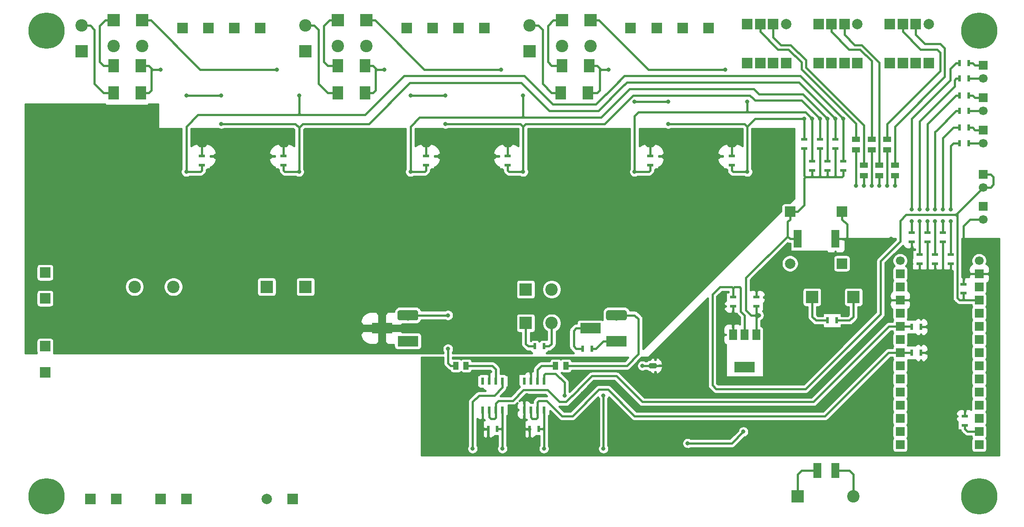
<source format=gbr>
G04 #@! TF.GenerationSoftware,KiCad,Pcbnew,(5.1.4)-1*
G04 #@! TF.CreationDate,2020-08-16T22:28:13+03:00*
G04 #@! TF.ProjectId,UAH_0,5541485f-302e-46b6-9963-61645f706362,rev?*
G04 #@! TF.SameCoordinates,Original*
G04 #@! TF.FileFunction,Copper,L2,Bot*
G04 #@! TF.FilePolarity,Positive*
%FSLAX46Y46*%
G04 Gerber Fmt 4.6, Leading zero omitted, Abs format (unit mm)*
G04 Created by KiCad (PCBNEW (5.1.4)-1) date 2020-08-16 22:28:13*
%MOMM*%
%LPD*%
G04 APERTURE LIST*
%ADD10C,0.100000*%
%ADD11R,1.250000X0.500000*%
%ADD12R,0.500000X1.250000*%
%ADD13R,1.000000X1.500000*%
%ADD14R,4.000000X2.000000*%
%ADD15R,1.500000X2.000000*%
%ADD16R,1.500000X3.000000*%
%ADD17R,1.700000X1.700000*%
%ADD18C,1.700000*%
%ADD19C,2.000000*%
%ADD20R,0.609600X1.473200*%
%ADD21R,2.400000X2.400000*%
%ADD22C,2.400000*%
%ADD23R,2.000000X2.000000*%
%ADD24C,7.000000*%
%ADD25R,2.000000X2.500000*%
%ADD26R,1.500000X1.000000*%
%ADD27R,1.500000X3.500000*%
%ADD28O,0.500000X1.000000*%
%ADD29C,0.800000*%
%ADD30C,1.200000*%
%ADD31C,0.450000*%
%ADD32C,0.400000*%
G04 APERTURE END LIST*
D10*
G36*
X171500000Y-120250000D02*
G01*
X172500000Y-120250000D01*
X172500000Y-119250000D01*
X171500000Y-119250000D01*
X171500000Y-120250000D01*
G37*
D11*
X187500000Y-108250000D03*
X187500000Y-106500000D03*
X192000000Y-106500000D03*
X192000000Y-108250000D03*
D12*
X207500000Y-111000000D03*
X205750000Y-111000000D03*
D13*
X155250000Y-119750000D03*
X153250000Y-119750000D03*
X134000000Y-119750000D03*
X136000000Y-119750000D03*
D11*
X232000000Y-104000000D03*
X232000000Y-105750000D03*
D14*
X189750000Y-120000000D03*
D15*
X189750000Y-113750000D03*
X187500000Y-113750000D03*
X192000000Y-113750000D03*
D16*
X207250000Y-140000000D03*
X203750000Y-140000000D03*
D17*
X235750000Y-67960000D03*
D18*
X235750000Y-70500000D03*
D17*
X235750000Y-61710000D03*
D18*
X235750000Y-64250000D03*
D17*
X235750000Y-74210000D03*
D18*
X235750000Y-76750000D03*
D17*
X235750000Y-88960000D03*
D18*
X235750000Y-91500000D03*
D17*
X235750000Y-82750000D03*
D18*
X235750000Y-85290000D03*
D14*
X165000000Y-115000000D03*
X160000000Y-112500000D03*
D10*
G36*
X166549009Y-109002408D02*
G01*
X166597545Y-109009607D01*
X166645142Y-109021530D01*
X166691342Y-109038060D01*
X166735698Y-109059039D01*
X166777785Y-109084265D01*
X166817197Y-109113495D01*
X166853553Y-109146447D01*
X166886505Y-109182803D01*
X166915735Y-109222215D01*
X166940961Y-109264302D01*
X166961940Y-109308658D01*
X166978470Y-109354858D01*
X166990393Y-109402455D01*
X166997592Y-109450991D01*
X167000000Y-109500000D01*
X167000000Y-110500000D01*
X166997592Y-110549009D01*
X166990393Y-110597545D01*
X166978470Y-110645142D01*
X166961940Y-110691342D01*
X166940961Y-110735698D01*
X166915735Y-110777785D01*
X166886505Y-110817197D01*
X166853553Y-110853553D01*
X166817197Y-110886505D01*
X166777785Y-110915735D01*
X166735698Y-110940961D01*
X166691342Y-110961940D01*
X166645142Y-110978470D01*
X166597545Y-110990393D01*
X166549009Y-110997592D01*
X166500000Y-111000000D01*
X163500000Y-111000000D01*
X163450991Y-110997592D01*
X163402455Y-110990393D01*
X163354858Y-110978470D01*
X163308658Y-110961940D01*
X163264302Y-110940961D01*
X163222215Y-110915735D01*
X163182803Y-110886505D01*
X163146447Y-110853553D01*
X163113495Y-110817197D01*
X163084265Y-110777785D01*
X163059039Y-110735698D01*
X163038060Y-110691342D01*
X163021530Y-110645142D01*
X163009607Y-110597545D01*
X163002408Y-110549009D01*
X163000000Y-110500000D01*
X163000000Y-109500000D01*
X163002408Y-109450991D01*
X163009607Y-109402455D01*
X163021530Y-109354858D01*
X163038060Y-109308658D01*
X163059039Y-109264302D01*
X163084265Y-109222215D01*
X163113495Y-109182803D01*
X163146447Y-109146447D01*
X163182803Y-109113495D01*
X163222215Y-109084265D01*
X163264302Y-109059039D01*
X163308658Y-109038060D01*
X163354858Y-109021530D01*
X163402455Y-109009607D01*
X163450991Y-109002408D01*
X163500000Y-109000000D01*
X166500000Y-109000000D01*
X166549009Y-109002408D01*
X166549009Y-109002408D01*
G37*
D19*
X165000000Y-110000000D03*
D18*
X219760000Y-99440000D03*
X235000000Y-99440000D03*
D17*
X219760000Y-101980000D03*
X235000000Y-101980000D03*
X219760000Y-104520000D03*
X235000000Y-104520000D03*
X219760000Y-107060000D03*
X235000000Y-107060000D03*
X219760000Y-109600000D03*
X235000000Y-109600000D03*
X219760000Y-112140000D03*
X235000000Y-112140000D03*
X219760000Y-114680000D03*
X235000000Y-114680000D03*
X219760000Y-117220000D03*
X235000000Y-117220000D03*
X219760000Y-119760000D03*
X235000000Y-119760000D03*
X219760000Y-122300000D03*
X235000000Y-122300000D03*
X219760000Y-124840000D03*
X235000000Y-124840000D03*
X219760000Y-127380000D03*
X235000000Y-127380000D03*
X219760000Y-129920000D03*
X235000000Y-129920000D03*
X219760000Y-132460000D03*
X235000000Y-132460000D03*
X219760000Y-135000000D03*
X235000000Y-135000000D03*
D14*
X124750000Y-115000000D03*
X119750000Y-112500000D03*
D10*
G36*
X126299009Y-109002408D02*
G01*
X126347545Y-109009607D01*
X126395142Y-109021530D01*
X126441342Y-109038060D01*
X126485698Y-109059039D01*
X126527785Y-109084265D01*
X126567197Y-109113495D01*
X126603553Y-109146447D01*
X126636505Y-109182803D01*
X126665735Y-109222215D01*
X126690961Y-109264302D01*
X126711940Y-109308658D01*
X126728470Y-109354858D01*
X126740393Y-109402455D01*
X126747592Y-109450991D01*
X126750000Y-109500000D01*
X126750000Y-110500000D01*
X126747592Y-110549009D01*
X126740393Y-110597545D01*
X126728470Y-110645142D01*
X126711940Y-110691342D01*
X126690961Y-110735698D01*
X126665735Y-110777785D01*
X126636505Y-110817197D01*
X126603553Y-110853553D01*
X126567197Y-110886505D01*
X126527785Y-110915735D01*
X126485698Y-110940961D01*
X126441342Y-110961940D01*
X126395142Y-110978470D01*
X126347545Y-110990393D01*
X126299009Y-110997592D01*
X126250000Y-111000000D01*
X123250000Y-111000000D01*
X123200991Y-110997592D01*
X123152455Y-110990393D01*
X123104858Y-110978470D01*
X123058658Y-110961940D01*
X123014302Y-110940961D01*
X122972215Y-110915735D01*
X122932803Y-110886505D01*
X122896447Y-110853553D01*
X122863495Y-110817197D01*
X122834265Y-110777785D01*
X122809039Y-110735698D01*
X122788060Y-110691342D01*
X122771530Y-110645142D01*
X122759607Y-110597545D01*
X122752408Y-110549009D01*
X122750000Y-110500000D01*
X122750000Y-109500000D01*
X122752408Y-109450991D01*
X122759607Y-109402455D01*
X122771530Y-109354858D01*
X122788060Y-109308658D01*
X122809039Y-109264302D01*
X122834265Y-109222215D01*
X122863495Y-109182803D01*
X122896447Y-109146447D01*
X122932803Y-109113495D01*
X122972215Y-109084265D01*
X123014302Y-109059039D01*
X123058658Y-109038060D01*
X123104858Y-109021530D01*
X123152455Y-109009607D01*
X123200991Y-109002408D01*
X123250000Y-109000000D01*
X126250000Y-109000000D01*
X126299009Y-109002408D01*
X126299009Y-109002408D01*
G37*
D19*
X124750000Y-110000000D03*
D11*
X187250000Y-81000000D03*
X187250000Y-79250000D03*
X171500000Y-81000000D03*
X171500000Y-79250000D03*
X144000000Y-81000000D03*
X144000000Y-79250000D03*
X128250000Y-81000000D03*
X128250000Y-79250000D03*
X100750000Y-81000000D03*
X100750000Y-79250000D03*
X85000000Y-81000000D03*
X85000000Y-79250000D03*
D12*
X223750000Y-117250000D03*
X222000000Y-117250000D03*
X223750000Y-112250000D03*
X222000000Y-112250000D03*
D20*
X151000000Y-122706000D03*
X149730000Y-122706000D03*
X148460000Y-122706000D03*
X147190000Y-122706000D03*
X147190000Y-128294000D03*
X148460000Y-128294000D03*
X149730000Y-128294000D03*
X151000000Y-128294000D03*
D12*
X148250000Y-132000000D03*
X150000000Y-132000000D03*
D21*
X105000000Y-104500000D03*
D22*
X72000000Y-104500000D03*
X79500000Y-104500000D03*
D21*
X97500000Y-104500000D03*
D22*
X152500000Y-105000000D03*
D21*
X147500000Y-105000000D03*
D22*
X154500000Y-58000000D03*
D21*
X154500000Y-53000000D03*
D22*
X148250000Y-54000000D03*
D21*
X148250000Y-59000000D03*
D22*
X111250000Y-58000000D03*
D21*
X111250000Y-53000000D03*
D22*
X105000000Y-54000000D03*
D21*
X105000000Y-59000000D03*
D22*
X68000000Y-58000000D03*
D21*
X68000000Y-53000000D03*
D22*
X61750000Y-54000000D03*
D21*
X61750000Y-59000000D03*
D22*
X160000000Y-58000000D03*
D21*
X160000000Y-53000000D03*
D22*
X116750000Y-58000000D03*
D21*
X116750000Y-53000000D03*
D22*
X73500000Y-58000000D03*
D21*
X73500000Y-53000000D03*
D22*
X152500000Y-111500000D03*
D21*
X147500000Y-111500000D03*
X202750000Y-106500000D03*
X210750000Y-106500000D03*
X200000000Y-145000000D03*
D22*
X210750000Y-145000000D03*
D12*
X231250000Y-67500000D03*
X233000000Y-67500000D03*
X231250000Y-70500000D03*
X233000000Y-70500000D03*
X231250000Y-61250000D03*
X233000000Y-61250000D03*
X231250000Y-64250000D03*
X233000000Y-64250000D03*
X231250000Y-73750000D03*
X233000000Y-73750000D03*
X231250000Y-76750000D03*
X233000000Y-76750000D03*
D11*
X226500000Y-100050000D03*
X226500000Y-98300000D03*
X223500000Y-100050000D03*
X223500000Y-98300000D03*
X229500000Y-100050000D03*
X229500000Y-98300000D03*
X225000000Y-95800000D03*
X225000000Y-94050000D03*
X222000000Y-95800000D03*
X222000000Y-94050000D03*
X228000000Y-95800000D03*
X228000000Y-94050000D03*
X232250000Y-129500000D03*
X232250000Y-131250000D03*
D23*
X68500000Y-145500000D03*
X63500000Y-145500000D03*
X82000000Y-145500000D03*
X77000000Y-145500000D03*
D24*
X235000000Y-145000000D03*
X55000000Y-55000000D03*
X235000000Y-55000000D03*
X55000000Y-145000000D03*
D12*
X160250000Y-116500000D03*
X158500000Y-116500000D03*
D25*
X154500000Y-61750000D03*
X159750000Y-61750000D03*
X159500000Y-67000000D03*
X154250000Y-67000000D03*
X111250000Y-61750000D03*
X116500000Y-61750000D03*
X116500000Y-67000000D03*
X111250000Y-67000000D03*
D26*
X212750000Y-81000000D03*
X212750000Y-83000000D03*
X211250000Y-76000000D03*
X211250000Y-78000000D03*
X215750000Y-81000000D03*
X215750000Y-83000000D03*
X214250000Y-76000000D03*
X214250000Y-78000000D03*
D19*
X197750000Y-53750000D03*
D23*
X195250000Y-53750000D03*
X192750000Y-53750000D03*
X190250000Y-53750000D03*
X190250000Y-61250000D03*
X192750000Y-61250000D03*
X195250000Y-61250000D03*
X197750000Y-61250000D03*
D19*
X211500000Y-53750000D03*
D23*
X209000000Y-53750000D03*
X206500000Y-53750000D03*
X204000000Y-53750000D03*
X204000000Y-61250000D03*
X206500000Y-61250000D03*
X209000000Y-61250000D03*
X211500000Y-61250000D03*
D11*
X202750000Y-82000000D03*
X202750000Y-80250000D03*
X201250000Y-76000000D03*
X201250000Y-77750000D03*
X205750000Y-82000000D03*
X205750000Y-80250000D03*
X204250000Y-76000000D03*
X204250000Y-77750000D03*
D19*
X225250000Y-53750000D03*
D23*
X222750000Y-53750000D03*
X220250000Y-53750000D03*
X217750000Y-53750000D03*
X217750000Y-61250000D03*
X220250000Y-61250000D03*
X222750000Y-61250000D03*
X225250000Y-61250000D03*
X177750000Y-54500000D03*
X182750000Y-54500000D03*
X167750000Y-54500000D03*
X172750000Y-54500000D03*
X134500000Y-54500000D03*
X139500000Y-54500000D03*
X124500000Y-54500000D03*
X129500000Y-54500000D03*
X81250000Y-54500000D03*
X86250000Y-54500000D03*
X91250000Y-54500000D03*
X96250000Y-54500000D03*
D26*
X218750000Y-81000000D03*
X218750000Y-83000000D03*
X217250000Y-76000000D03*
X217250000Y-78000000D03*
D20*
X143000000Y-122750000D03*
X141730000Y-122750000D03*
X140460000Y-122750000D03*
X139190000Y-122750000D03*
X139190000Y-128338000D03*
X140460000Y-128338000D03*
X141730000Y-128338000D03*
X143000000Y-128338000D03*
D11*
X208750000Y-82000000D03*
X208750000Y-80250000D03*
X207250000Y-76000000D03*
X207250000Y-77750000D03*
D12*
X149250000Y-116000000D03*
X151000000Y-116000000D03*
X140250000Y-132000000D03*
X142000000Y-132000000D03*
D27*
X207250000Y-95250000D03*
X200000000Y-95250000D03*
D25*
X68000000Y-61750000D03*
X73250000Y-61750000D03*
X73250000Y-67000000D03*
X68000000Y-67000000D03*
D23*
X54750000Y-121000000D03*
X54750000Y-116000000D03*
X54750000Y-106750000D03*
X54750000Y-101750000D03*
X102500000Y-145500000D03*
D19*
X97500000Y-145500000D03*
D28*
X172500000Y-119750000D03*
X171500000Y-119750000D03*
D19*
X198500000Y-100000000D03*
D23*
X208500000Y-100000000D03*
X208500000Y-90000000D03*
X198500000Y-90000000D03*
D29*
X194000000Y-132475000D03*
X198500000Y-132475000D03*
X203500000Y-132475000D03*
X198500000Y-125475000D03*
X194000000Y-125475000D03*
X207500000Y-124975000D03*
X210000000Y-122475000D03*
X212500000Y-119975000D03*
X198500000Y-127975000D03*
X203500000Y-127975000D03*
X194000000Y-127975000D03*
X225000000Y-117250000D03*
X218000000Y-95250000D03*
X194000000Y-122725000D03*
X225000000Y-102600000D03*
X231750000Y-127250000D03*
X212250000Y-96750000D03*
X203500000Y-124475000D03*
X189500000Y-136000000D03*
X178750000Y-136000000D03*
X147250000Y-136000000D03*
X139250000Y-136000000D03*
X144250000Y-125475000D03*
X135750000Y-136000000D03*
X225000000Y-112250000D03*
X147750000Y-125475000D03*
X143000000Y-135750000D03*
X151000000Y-135750000D03*
X178750000Y-134750000D03*
X189500000Y-132500000D03*
X192500000Y-110000000D03*
X155000000Y-125500000D03*
X137250000Y-135750000D03*
X162500000Y-135750000D03*
X162500000Y-125500000D03*
X170000000Y-119750000D03*
D30*
X195250000Y-80250000D03*
X195250000Y-82750000D03*
X198250000Y-82750000D03*
X195250000Y-77750000D03*
X198250000Y-80250000D03*
X198250000Y-77750000D03*
X198250000Y-75250000D03*
X195250000Y-75250000D03*
X198250000Y-85250000D03*
X195250000Y-85250000D03*
X152000000Y-80250000D03*
X152000000Y-82750000D03*
X155000000Y-82750000D03*
X152000000Y-77750000D03*
X155000000Y-80250000D03*
X155000000Y-77750000D03*
X155000000Y-75250000D03*
X152000000Y-75250000D03*
X155000000Y-85250000D03*
X152000000Y-85250000D03*
X111750000Y-75250000D03*
X111750000Y-85250000D03*
X111750000Y-80250000D03*
X108750000Y-85250000D03*
X108750000Y-75250000D03*
X111750000Y-77750000D03*
X108750000Y-80250000D03*
X111750000Y-82750000D03*
X108750000Y-82750000D03*
X108750000Y-77750000D03*
X54500000Y-72500000D03*
X57000000Y-72500000D03*
X59500000Y-72500000D03*
X53250000Y-70500000D03*
X55750000Y-70500000D03*
X59500000Y-74250000D03*
X57000000Y-74250000D03*
X54500000Y-74250000D03*
X52000000Y-74250000D03*
X52000000Y-72500000D03*
D29*
X103750000Y-82250000D03*
X82000000Y-67500000D03*
X88750000Y-67500000D03*
X88750000Y-73000000D03*
X207250000Y-72000000D03*
X82000000Y-82250000D03*
X103750000Y-67500000D03*
X208750000Y-72000000D03*
X147000000Y-82250000D03*
X125250000Y-67500000D03*
X132000000Y-67500000D03*
X132000000Y-73000000D03*
X204250000Y-72000000D03*
X125250000Y-82250000D03*
X147000000Y-67500000D03*
X205750000Y-72000000D03*
X190250000Y-82250000D03*
X168500000Y-68750000D03*
X175000000Y-68750000D03*
X175000000Y-73000000D03*
X201250000Y-72000000D03*
X190250000Y-68750000D03*
X168500000Y-82250000D03*
X202750000Y-72000000D03*
X120250000Y-62500000D03*
X228000000Y-89550000D03*
X228000000Y-91825000D03*
X225000000Y-89550000D03*
X225000000Y-91825000D03*
X222000000Y-89550000D03*
X222000000Y-91825000D03*
X229500000Y-89550000D03*
X229500000Y-91825000D03*
X226500000Y-89550000D03*
X226500000Y-91825000D03*
X223500000Y-89550000D03*
X223500000Y-91825000D03*
X99500000Y-62500000D03*
X142750000Y-62500000D03*
X186000000Y-62500000D03*
X77000000Y-62500000D03*
X163500000Y-62500000D03*
X132500000Y-110000000D03*
X132500000Y-116500000D03*
X217250000Y-85000000D03*
X218750000Y-85000000D03*
X214250000Y-85000000D03*
X215750000Y-85000000D03*
X211250000Y-85000000D03*
X212750000Y-85000000D03*
D31*
X223750000Y-117250000D02*
X225000000Y-117250000D01*
X147190000Y-131690000D02*
X147500000Y-132000000D01*
X147500000Y-132000000D02*
X148250000Y-132000000D01*
X208500000Y-95250000D02*
X207250000Y-95250000D01*
X208500000Y-90000000D02*
X208500000Y-91450000D01*
X187250000Y-110000000D02*
X187500000Y-110250000D01*
X184500000Y-111000000D02*
X185500000Y-110000000D01*
X185500000Y-110000000D02*
X187250000Y-110000000D01*
X187500000Y-109750000D02*
X187250000Y-110000000D01*
X187500000Y-109250000D02*
X187500000Y-109750000D01*
X187500000Y-109250000D02*
X187500000Y-110250000D01*
X187500000Y-108500000D02*
X187500000Y-109250000D01*
X193500000Y-104500000D02*
X194000000Y-105000000D01*
X194000000Y-105000000D02*
X194000000Y-122250000D01*
X187500000Y-110250000D02*
X187500000Y-112500000D01*
X187500000Y-112250000D02*
X187500000Y-112500000D01*
X187500000Y-112500000D02*
X187500000Y-113750000D01*
X184500000Y-111000000D02*
X184500000Y-113250000D01*
X184500000Y-113250000D02*
X184500000Y-113000000D01*
X194000000Y-104000000D02*
X194000000Y-100500000D01*
X193500000Y-104500000D02*
X194000000Y-104000000D01*
X194000000Y-100500000D02*
X196500000Y-98000000D01*
X139190000Y-128338000D02*
X139190000Y-131690000D01*
X139500000Y-132000000D02*
X140250000Y-132000000D01*
X139190000Y-131690000D02*
X139500000Y-132000000D01*
X207750000Y-98000000D02*
X209000000Y-98000000D01*
X207750000Y-98000000D02*
X208500000Y-98000000D01*
X196500000Y-98000000D02*
X207750000Y-98000000D01*
X209000000Y-98000000D02*
X209500000Y-97500000D01*
X209500000Y-97500000D02*
X209500000Y-95500000D01*
X209250000Y-95250000D02*
X207250000Y-95250000D01*
X209500000Y-95500000D02*
X209250000Y-95250000D01*
X209500000Y-95000000D02*
X209250000Y-95250000D01*
X208500000Y-91450000D02*
X209500000Y-92450000D01*
X209500000Y-94500000D02*
X209500000Y-95500000D01*
X209500000Y-94500000D02*
X209500000Y-95000000D01*
X209500000Y-92450000D02*
X209500000Y-94500000D01*
X232000000Y-104000000D02*
X232000000Y-102500000D01*
X232520000Y-101980000D02*
X235000000Y-101980000D01*
X232000000Y-102500000D02*
X232520000Y-101980000D01*
X232520000Y-101980000D02*
X232480000Y-101980000D01*
X232480000Y-101980000D02*
X232000000Y-101500000D01*
X232000000Y-101500000D02*
X232000000Y-92750000D01*
X233250000Y-91500000D02*
X235750000Y-91500000D01*
X232000000Y-92750000D02*
X233250000Y-91500000D01*
X194000000Y-122250000D02*
X194000000Y-122725000D01*
X194000000Y-122725000D02*
X193525000Y-122725000D01*
X185225000Y-122725000D02*
X184500000Y-122000000D01*
X184500000Y-122000000D02*
X184500000Y-113250000D01*
X193525000Y-122725000D02*
X194000000Y-122250000D01*
X192775000Y-122725000D02*
X193525000Y-122725000D01*
X192775000Y-122725000D02*
X185225000Y-122725000D01*
X194000000Y-122725000D02*
X192775000Y-122725000D01*
X147500000Y-132000000D02*
X147250000Y-132250000D01*
X147190000Y-131440000D02*
X147190000Y-131690000D01*
X147190000Y-128338000D02*
X147190000Y-131440000D01*
X139500000Y-132000000D02*
X139190000Y-132310000D01*
X139190000Y-131440000D02*
X139190000Y-132310000D01*
X223500000Y-101050000D02*
X223500000Y-100050000D01*
X223500000Y-101050000D02*
X223750000Y-101300000D01*
X223750000Y-101300000D02*
X224000000Y-101300000D01*
X222000000Y-95800000D02*
X222000000Y-101050000D01*
X222000000Y-101050000D02*
X222250000Y-101300000D01*
X223250000Y-101300000D02*
X223500000Y-101050000D01*
X224750000Y-101300000D02*
X224250000Y-101300000D01*
X225000000Y-101050000D02*
X224750000Y-101300000D01*
X224000000Y-101300000D02*
X224250000Y-101300000D01*
X224250000Y-101300000D02*
X224500000Y-101300000D01*
X226500000Y-101050000D02*
X226500000Y-100050000D01*
X226250000Y-101300000D02*
X226500000Y-101050000D01*
X225000000Y-101050000D02*
X225250000Y-101300000D01*
X225250000Y-101300000D02*
X226250000Y-101300000D01*
X227750000Y-101300000D02*
X228000000Y-101050000D01*
X226500000Y-101050000D02*
X226750000Y-101300000D01*
X226750000Y-101300000D02*
X227750000Y-101300000D01*
X229500000Y-101050000D02*
X229500000Y-100050000D01*
X229250000Y-101300000D02*
X229500000Y-101050000D01*
X228000000Y-101050000D02*
X228250000Y-101300000D01*
X222750000Y-101300000D02*
X223250000Y-101300000D01*
X222250000Y-101300000D02*
X222750000Y-101300000D01*
X228750000Y-101300000D02*
X229250000Y-101300000D01*
X228250000Y-101300000D02*
X228750000Y-101300000D01*
X228000000Y-100800000D02*
X228000000Y-95800000D01*
X228000000Y-101050000D02*
X228000000Y-100800000D01*
X227500000Y-101300000D02*
X227700000Y-101300000D01*
X228750000Y-101300000D02*
X227500000Y-101300000D01*
X228750000Y-101300000D02*
X228300000Y-101300000D01*
X225000000Y-100800000D02*
X225000000Y-101050000D01*
X225000000Y-95800000D02*
X225000000Y-100800000D01*
X224700000Y-101300000D02*
X222750000Y-101300000D01*
X227500000Y-101300000D02*
X224700000Y-101300000D01*
X225000000Y-101800000D02*
X225000000Y-102600000D01*
X225000000Y-100800000D02*
X225000000Y-101800000D01*
X225000000Y-101550000D02*
X225250000Y-101300000D01*
X225000000Y-101800000D02*
X225000000Y-101600000D01*
X225000000Y-101550000D02*
X224750000Y-101300000D01*
X225000000Y-101800000D02*
X225000000Y-101550000D01*
X232250000Y-129500000D02*
X232250000Y-127750000D01*
X232250000Y-127750000D02*
X231750000Y-127250000D01*
X218000000Y-95250000D02*
X213750000Y-95250000D01*
X213750000Y-95250000D02*
X212250000Y-96750000D01*
X192500000Y-104500000D02*
X193500000Y-104500000D01*
X192000000Y-105000000D02*
X192500000Y-104500000D01*
X192000000Y-106500000D02*
X192000000Y-105000000D01*
X203374990Y-124600010D02*
X203500000Y-124475000D01*
X147190000Y-135940000D02*
X147250000Y-136000000D01*
X147190000Y-135690000D02*
X147190000Y-135940000D01*
X147190000Y-131440000D02*
X147190000Y-135690000D01*
X139190000Y-135940000D02*
X139250000Y-136000000D01*
X139190000Y-135690000D02*
X139190000Y-135940000D01*
X139190000Y-132310000D02*
X139190000Y-135690000D01*
X144250000Y-121750000D02*
X144750000Y-121250000D01*
X144250000Y-125475000D02*
X144250000Y-121750000D01*
X140460000Y-121563400D02*
X140460000Y-122750000D01*
X140146600Y-121250000D02*
X140460000Y-121563400D01*
X137750000Y-121250000D02*
X140146600Y-121250000D01*
X135750000Y-136000000D02*
X135750000Y-123250000D01*
X135750000Y-123250000D02*
X137750000Y-121250000D01*
X223750000Y-112250000D02*
X225000000Y-112250000D01*
X172500000Y-119750000D02*
X174250000Y-119750000D01*
X148460000Y-121519400D02*
X148500000Y-121479400D01*
X148460000Y-122706000D02*
X148460000Y-121519400D01*
X148500000Y-121479400D02*
X148500000Y-120500000D01*
X147190000Y-126035000D02*
X147750000Y-125475000D01*
X147190000Y-128294000D02*
X147190000Y-126035000D01*
X151000000Y-131750000D02*
X150750000Y-132000000D01*
X150750000Y-132000000D02*
X150000000Y-132000000D01*
X151000000Y-128338000D02*
X151000000Y-131750000D01*
X198500000Y-95250000D02*
X200000000Y-95250000D01*
X198000000Y-94750000D02*
X198500000Y-95250000D01*
X198000000Y-91950000D02*
X198000000Y-94750000D01*
X198500000Y-90000000D02*
X198500000Y-91450000D01*
X198500000Y-91450000D02*
X198000000Y-91950000D01*
X192000000Y-113750000D02*
X192000000Y-112250000D01*
X192000000Y-110250000D02*
X191750000Y-110000000D01*
X190952095Y-110000000D02*
X190000000Y-109047905D01*
X191750000Y-110000000D02*
X190952095Y-110000000D01*
X192000000Y-109750000D02*
X191750000Y-110000000D01*
X192000000Y-109250000D02*
X192000000Y-109750000D01*
X192000000Y-111250000D02*
X192000000Y-113750000D01*
X192000000Y-110250000D02*
X192000000Y-111250000D01*
X190000000Y-102750000D02*
X190500000Y-102250000D01*
X190000000Y-105500000D02*
X190000000Y-102750000D01*
X190500000Y-102250000D02*
X198000000Y-94750000D01*
X190250000Y-102500000D02*
X190500000Y-102250000D01*
X190000000Y-105500000D02*
X190000000Y-104500000D01*
X190000000Y-109047905D02*
X190000000Y-105500000D01*
X142750000Y-132000000D02*
X142000000Y-132000000D01*
X143000000Y-131750000D02*
X142750000Y-132000000D01*
X201250000Y-77750000D02*
X201250000Y-83000000D01*
X201250000Y-83000000D02*
X201500000Y-83250000D01*
X201500000Y-83250000D02*
X202500000Y-83250000D01*
X202750000Y-83000000D02*
X202750000Y-82000000D01*
X202500000Y-83250000D02*
X202750000Y-83000000D01*
X204250000Y-83000000D02*
X204250000Y-77750000D01*
X204000000Y-83250000D02*
X204250000Y-83000000D01*
X202750000Y-83000000D02*
X203000000Y-83250000D01*
X203000000Y-83250000D02*
X204000000Y-83250000D01*
X205750000Y-83000000D02*
X205750000Y-82000000D01*
X205500000Y-83250000D02*
X205750000Y-83000000D01*
X204250000Y-83000000D02*
X204500000Y-83250000D01*
X204500000Y-83250000D02*
X205500000Y-83250000D01*
X207250000Y-83000000D02*
X207250000Y-77750000D01*
X207000000Y-83250000D02*
X207250000Y-83000000D01*
X205750000Y-83000000D02*
X206000000Y-83250000D01*
X206000000Y-83250000D02*
X207000000Y-83250000D01*
X208750000Y-83000000D02*
X208750000Y-82000000D01*
X208500000Y-83250000D02*
X208750000Y-83000000D01*
X207250000Y-83000000D02*
X207500000Y-83250000D01*
X207750000Y-83250000D02*
X202500000Y-83250000D01*
X207750000Y-83250000D02*
X208500000Y-83250000D01*
X207500000Y-83250000D02*
X207750000Y-83250000D01*
X199950000Y-90000000D02*
X201250000Y-88700000D01*
X198500000Y-90000000D02*
X199950000Y-90000000D01*
X201250000Y-83500000D02*
X201500000Y-83250000D01*
X201250000Y-88700000D02*
X201250000Y-83500000D01*
X142750000Y-132000000D02*
X143000000Y-132250000D01*
X143000000Y-132250000D02*
X143000000Y-134750000D01*
X143000000Y-131500000D02*
X143000000Y-132250000D01*
X143000000Y-131500000D02*
X143000000Y-131750000D01*
X143000000Y-128338000D02*
X143000000Y-131500000D01*
X150750000Y-132000000D02*
X151000000Y-132250000D01*
X151000000Y-132250000D02*
X151000000Y-134750000D01*
X151000000Y-131750000D02*
X151000000Y-132250000D01*
X178750000Y-134750000D02*
X187250000Y-134750000D01*
X187250000Y-134750000D02*
X189500000Y-132500000D01*
X192000000Y-110500000D02*
X192500000Y-110000000D01*
X192000000Y-111250000D02*
X192000000Y-110500000D01*
X192000000Y-109500000D02*
X192500000Y-110000000D01*
X192000000Y-108500000D02*
X192000000Y-109500000D01*
X192500000Y-110000000D02*
X192000000Y-110000000D01*
X192000000Y-108250000D02*
X192000000Y-109000000D01*
X192000000Y-108500000D02*
X192000000Y-109000000D01*
X192000000Y-109000000D02*
X192000000Y-109250000D01*
X151000000Y-121519400D02*
X151269400Y-121250000D01*
X151000000Y-122706000D02*
X151000000Y-121519400D01*
X151269400Y-121250000D02*
X153250000Y-121250000D01*
X153250000Y-121250000D02*
X155000000Y-123000000D01*
X155000000Y-123000000D02*
X155000000Y-125500000D01*
X143000000Y-123936600D02*
X141436600Y-125500000D01*
X143000000Y-122750000D02*
X143000000Y-123936600D01*
X141436600Y-125500000D02*
X138500000Y-125500000D01*
X138500000Y-125500000D02*
X137250000Y-126750000D01*
X162500000Y-125500000D02*
X162500000Y-134750000D01*
X137250000Y-135750000D02*
X137250000Y-134000000D01*
X137250000Y-126750000D02*
X137250000Y-134000000D01*
X137250000Y-134000000D02*
X137250000Y-134750000D01*
X143000000Y-135750000D02*
X143000000Y-134750000D01*
X151000000Y-135750000D02*
X151000000Y-134750000D01*
X162500000Y-135750000D02*
X162500000Y-134750000D01*
X200750000Y-140000000D02*
X203750000Y-140000000D01*
X200000000Y-145000000D02*
X200000000Y-140750000D01*
X200000000Y-140750000D02*
X200750000Y-140000000D01*
X163000000Y-115000000D02*
X164000000Y-115000000D01*
X162500000Y-115000000D02*
X164000000Y-115000000D01*
X161000000Y-116500000D02*
X162500000Y-115000000D01*
X161000000Y-116500000D02*
X160250000Y-116500000D01*
X164000000Y-115000000D02*
X165000000Y-115000000D01*
X171500000Y-119750000D02*
X170000000Y-119750000D01*
X128250000Y-79250000D02*
X128250000Y-77000000D01*
X144000000Y-79250000D02*
X144000000Y-77000000D01*
X85000000Y-79250000D02*
X85000000Y-77000000D01*
X100750000Y-79250000D02*
X100750000Y-77000000D01*
X171500000Y-79250000D02*
X171500000Y-77000000D01*
X187250000Y-79250000D02*
X187250000Y-77000000D01*
X218750000Y-81000000D02*
X218750000Y-74500000D01*
X218750000Y-73500000D02*
X218750000Y-74500000D01*
X222750000Y-55750000D02*
X224500000Y-57500000D01*
X224500000Y-57500000D02*
X227500000Y-57500000D01*
X227500000Y-57500000D02*
X228350010Y-58350010D01*
X228350010Y-58350010D02*
X228350010Y-63899990D01*
X222750000Y-53750000D02*
X222750000Y-55750000D01*
X228350010Y-63899990D02*
X218750000Y-73500000D01*
X220250000Y-55200000D02*
X223650000Y-58600000D01*
X220250000Y-53750000D02*
X220250000Y-55200000D01*
X223650000Y-58600000D02*
X224397905Y-58600000D01*
X226850010Y-58600010D02*
X224397915Y-58600010D01*
X227500000Y-59250000D02*
X226850010Y-58600010D01*
X227500000Y-62750000D02*
X227500000Y-59250000D01*
X217250000Y-73000000D02*
X227500000Y-62750000D01*
X217250000Y-76000000D02*
X217250000Y-73000000D01*
X100750000Y-82000000D02*
X100750000Y-81000000D01*
X103750000Y-82250000D02*
X101000000Y-82250000D01*
X101000000Y-82250000D02*
X100750000Y-82000000D01*
X103750000Y-82250000D02*
X103750000Y-73750000D01*
X82000000Y-67500000D02*
X88750000Y-67500000D01*
X103750000Y-73750000D02*
X103000000Y-73000000D01*
X103000000Y-73000000D02*
X100250000Y-73000000D01*
X100250000Y-73000000D02*
X89000000Y-73000000D01*
X89000000Y-73000000D02*
X88750000Y-73000000D01*
X166125000Y-65875000D02*
X167000000Y-65000000D01*
X166750000Y-65250000D02*
X166125000Y-65875000D01*
X167000000Y-65000000D02*
X167750000Y-65000000D01*
X104500000Y-73000000D02*
X103750000Y-73750000D01*
X166125000Y-65875000D02*
X161500000Y-70500000D01*
X161500000Y-70500000D02*
X152049980Y-70500000D01*
X152049980Y-70500000D02*
X146649990Y-65100010D01*
X146649990Y-65100010D02*
X125149990Y-65100010D01*
X125149990Y-65100010D02*
X117250000Y-73000000D01*
X117250000Y-73000000D02*
X104500000Y-73000000D01*
X167750000Y-65000000D02*
X196750000Y-65000000D01*
X196750000Y-65000000D02*
X200250000Y-65000000D01*
X200250000Y-65000000D02*
X207250000Y-72000000D01*
X207250000Y-72000000D02*
X207250000Y-76000000D01*
X84750000Y-82250000D02*
X82000000Y-82250000D01*
X84750000Y-82250000D02*
X85000000Y-82000000D01*
X85000000Y-82000000D02*
X85000000Y-81000000D01*
X82000000Y-73500000D02*
X82000000Y-82250000D01*
X84250000Y-71250000D02*
X82000000Y-73500000D01*
X103750000Y-71000000D02*
X103500000Y-71250000D01*
X103750000Y-67500000D02*
X103750000Y-71000000D01*
X103500000Y-71250000D02*
X84250000Y-71250000D01*
X104000000Y-71250000D02*
X103750000Y-71000000D01*
X104750000Y-71250000D02*
X104000000Y-71250000D01*
X104750000Y-71250000D02*
X103500000Y-71250000D01*
X109500000Y-71250000D02*
X104750000Y-71250000D01*
X116500000Y-71250000D02*
X109500000Y-71250000D01*
X161000000Y-69250000D02*
X152750000Y-69250000D01*
X152750000Y-69250000D02*
X147250000Y-63750000D01*
X147250000Y-63750000D02*
X124000000Y-63750000D01*
X124000000Y-63750000D02*
X116500000Y-71250000D01*
X166250000Y-64000000D02*
X165500000Y-64750000D01*
X166500000Y-63750000D02*
X164875000Y-65375000D01*
X169000000Y-63750000D02*
X166500000Y-63750000D01*
X164875000Y-65375000D02*
X161000000Y-69250000D01*
X165500000Y-64750000D02*
X164875000Y-65375000D01*
X169000000Y-63750000D02*
X198500000Y-63750000D01*
X198500000Y-63750000D02*
X200500000Y-63750000D01*
X200500000Y-63750000D02*
X208750000Y-72000000D01*
X208750000Y-80250000D02*
X208750000Y-72000000D01*
X144000000Y-82000000D02*
X144000000Y-81000000D01*
X147000000Y-82250000D02*
X144250000Y-82250000D01*
X144250000Y-82250000D02*
X144000000Y-82000000D01*
X147000000Y-73500000D02*
X147500000Y-73000000D01*
X147000000Y-82250000D02*
X147000000Y-73500000D01*
X125250000Y-67500000D02*
X132000000Y-67500000D01*
X146500000Y-73000000D02*
X147000000Y-73500000D01*
X132000000Y-73000000D02*
X146500000Y-73000000D01*
X153500000Y-73000000D02*
X161500000Y-73000000D01*
X147500000Y-73000000D02*
X153500000Y-73000000D01*
X153500000Y-73000000D02*
X155000000Y-73000000D01*
X162732998Y-73000000D02*
X160750000Y-73000000D01*
X168232998Y-67500000D02*
X162732998Y-73000000D01*
X169750000Y-67500000D02*
X168232998Y-67500000D01*
X155000000Y-73000000D02*
X160750000Y-73000000D01*
X160750000Y-73000000D02*
X161500000Y-73000000D01*
X190500000Y-67500000D02*
X190750000Y-67500000D01*
X169750000Y-67500000D02*
X190500000Y-67500000D01*
X191750000Y-68500000D02*
X191375000Y-68125000D01*
X192750000Y-68500000D02*
X191750000Y-68500000D01*
X190750000Y-67500000D02*
X191375000Y-68125000D01*
X192750000Y-68500000D02*
X199250000Y-68500000D01*
X192000000Y-68500000D02*
X192750000Y-68500000D01*
X200750000Y-68500000D02*
X204250000Y-72000000D01*
X199250000Y-68500000D02*
X200750000Y-68500000D01*
X204250000Y-72000000D02*
X204250000Y-76000000D01*
X128000000Y-82250000D02*
X125250000Y-82250000D01*
X128000000Y-82250000D02*
X128250000Y-82000000D01*
X128250000Y-82000000D02*
X128250000Y-81000000D01*
X125250000Y-73500000D02*
X125250000Y-74750000D01*
X125250000Y-74750000D02*
X125250000Y-82250000D01*
X147000000Y-71000000D02*
X147000000Y-71250000D01*
X147000000Y-67500000D02*
X147000000Y-71000000D01*
X125250000Y-73500000D02*
X127000000Y-71750000D01*
X146750000Y-71750000D02*
X147000000Y-71500000D01*
X146000000Y-71750000D02*
X146750000Y-71750000D01*
X147000000Y-71500000D02*
X147000000Y-71750000D01*
X147000000Y-67500000D02*
X147000000Y-71500000D01*
X146000000Y-71750000D02*
X147000000Y-71750000D01*
X127000000Y-71750000D02*
X146000000Y-71750000D01*
X147250000Y-71750000D02*
X147000000Y-71500000D01*
X147750000Y-71750000D02*
X147250000Y-71750000D01*
X147000000Y-71750000D02*
X147750000Y-71750000D01*
X162000000Y-71750000D02*
X147750000Y-71750000D01*
X167500000Y-66250000D02*
X162000000Y-71750000D01*
X190750000Y-66250000D02*
X191500000Y-66250000D01*
X190750000Y-66250000D02*
X167500000Y-66250000D01*
X192500000Y-67250000D02*
X192125000Y-66875000D01*
X194750000Y-67250000D02*
X192500000Y-67250000D01*
X191500000Y-66250000D02*
X192125000Y-66875000D01*
X194750000Y-67250000D02*
X199250000Y-67250000D01*
X192750000Y-67250000D02*
X194750000Y-67250000D01*
X201000000Y-67250000D02*
X205750000Y-72000000D01*
X199250000Y-67250000D02*
X201000000Y-67250000D01*
X205750000Y-72000000D02*
X205750000Y-80250000D01*
X190250000Y-73500000D02*
X190500000Y-73250000D01*
X190250000Y-82250000D02*
X190250000Y-74750000D01*
X190250000Y-74750000D02*
X190250000Y-73500000D01*
X168500000Y-68750000D02*
X175000000Y-68750000D01*
X190000000Y-73250000D02*
X190250000Y-73500000D01*
X175000000Y-73000000D02*
X189750000Y-73000000D01*
X189750000Y-73000000D02*
X190250000Y-73500000D01*
X190250000Y-82250000D02*
X187500000Y-82250000D01*
X187250000Y-82000000D02*
X187250000Y-81000000D01*
X187500000Y-82250000D02*
X187250000Y-82000000D01*
X191750000Y-72000000D02*
X190250000Y-73500000D01*
X201250000Y-76000000D02*
X201250000Y-72250000D01*
X201250000Y-72000000D02*
X191750000Y-72000000D01*
X171500000Y-82000000D02*
X171500000Y-81000000D01*
X171250000Y-82250000D02*
X168500000Y-82250000D01*
X168500000Y-82250000D02*
X168500000Y-73750000D01*
X168500000Y-73750000D02*
X168500000Y-71500000D01*
X168500000Y-71500000D02*
X169250000Y-70750000D01*
X171250000Y-82250000D02*
X171500000Y-82000000D01*
X190250000Y-68750000D02*
X190250000Y-69750000D01*
X190000000Y-70750000D02*
X190250000Y-70500000D01*
X190250000Y-70500000D02*
X190250000Y-70750000D01*
X190250000Y-69750000D02*
X190250000Y-70500000D01*
X190000000Y-70750000D02*
X190250000Y-70750000D01*
X169250000Y-70750000D02*
X190000000Y-70750000D01*
X190500000Y-70750000D02*
X190250000Y-70500000D01*
X190750000Y-70750000D02*
X190500000Y-70750000D01*
X190750000Y-70750000D02*
X199250000Y-70750000D01*
X190250000Y-70750000D02*
X190750000Y-70750000D01*
X199250000Y-70750000D02*
X200250000Y-70750000D01*
X200250000Y-70750000D02*
X201500000Y-70750000D01*
X201500000Y-70750000D02*
X202750000Y-72000000D01*
X202750000Y-72000000D02*
X202750000Y-80250000D01*
X215750000Y-80050000D02*
X215750000Y-81000000D01*
X215750000Y-61172903D02*
X215750000Y-80050000D01*
X212327096Y-57750000D02*
X215750000Y-61172903D01*
X211000000Y-57750000D02*
X212327096Y-57750000D01*
X209000000Y-55750000D02*
X211000000Y-57750000D01*
X209000000Y-53750000D02*
X209000000Y-55750000D01*
X214250000Y-75050000D02*
X214250000Y-76000000D01*
X206500000Y-53750000D02*
X206500000Y-55200000D01*
X214250000Y-60874998D02*
X214250000Y-75050000D01*
X209900000Y-58600000D02*
X210647905Y-58600000D01*
X206500000Y-55200000D02*
X209900000Y-58600000D01*
X210647915Y-58600010D02*
X211975012Y-58600010D01*
X210647905Y-58600000D02*
X210647915Y-58600010D01*
X211975012Y-58600010D02*
X214250000Y-60874998D01*
X195250000Y-53750000D02*
X195250000Y-56250000D01*
X195250000Y-56250000D02*
X196749990Y-57749990D01*
X198577087Y-57749990D02*
X201537511Y-60710414D01*
X196749990Y-57749990D02*
X198577087Y-57749990D01*
X201537511Y-60710414D02*
X201537511Y-62068415D01*
X212750000Y-73280904D02*
X212750000Y-81000000D01*
X201537511Y-62068415D02*
X212750000Y-73280904D01*
X211250000Y-72982998D02*
X211250000Y-76000000D01*
X192750000Y-53750000D02*
X192750000Y-55200000D01*
X192750000Y-55200000D02*
X196150000Y-58600000D01*
X198225002Y-58600000D02*
X200687501Y-61062499D01*
X196150000Y-58600000D02*
X198225002Y-58600000D01*
X200687501Y-61062499D02*
X200687501Y-62420499D01*
X200687501Y-62420499D02*
X211250000Y-72982998D01*
X118500000Y-62250000D02*
X118000000Y-61750000D01*
X118500000Y-63250000D02*
X118500000Y-62250000D01*
X118500000Y-63250000D02*
X118500000Y-62500000D01*
X120250000Y-62500000D02*
X118750000Y-62500000D01*
X118750000Y-62500000D02*
X118500000Y-62250000D01*
X118500000Y-62750000D02*
X118750000Y-62500000D01*
X118500000Y-63250000D02*
X118500000Y-62750000D01*
X118500000Y-62250000D02*
X118000000Y-61750000D01*
X118000000Y-61750000D02*
X116500000Y-61750000D01*
X118000000Y-67000000D02*
X116500000Y-67000000D01*
X118500000Y-66500000D02*
X118000000Y-67000000D01*
X118500000Y-62250000D02*
X118500000Y-63000000D01*
X118500000Y-62500000D02*
X118500000Y-63000000D01*
X118500000Y-63000000D02*
X118500000Y-66500000D01*
X157250000Y-116500000D02*
X158500000Y-116500000D01*
X156750000Y-116000000D02*
X157250000Y-116500000D01*
X156750000Y-113000000D02*
X156750000Y-116000000D01*
X160000000Y-112500000D02*
X157250000Y-112500000D01*
X157250000Y-112500000D02*
X156750000Y-113000000D01*
X187500000Y-106500000D02*
X187500000Y-104750000D01*
X187500000Y-104750000D02*
X187750000Y-104500000D01*
X187750000Y-104500000D02*
X188750000Y-104500000D01*
X188750000Y-104500000D02*
X189000000Y-104750000D01*
X189000000Y-104750000D02*
X189000000Y-109250000D01*
X189750000Y-112000000D02*
X189750000Y-113750000D01*
X189000000Y-109250000D02*
X189750000Y-110000000D01*
X189750000Y-110000000D02*
X189750000Y-112000000D01*
X235750000Y-82750000D02*
X237250000Y-82750000D01*
X237250000Y-82750000D02*
X237750000Y-83250000D01*
X237750000Y-83250000D02*
X237750000Y-84750000D01*
X237210000Y-85290000D02*
X235750000Y-85290000D01*
X237750000Y-84750000D02*
X237210000Y-85290000D01*
X230750000Y-90290000D02*
X231020000Y-90020000D01*
X231020000Y-90020000D02*
X235750000Y-85290000D01*
X230750000Y-106500000D02*
X230750000Y-106000000D01*
X230750000Y-93750000D02*
X230750000Y-94500000D01*
X230750000Y-95500000D02*
X230750000Y-93750000D01*
X233460000Y-107060000D02*
X232560000Y-107060000D01*
X235000000Y-107060000D02*
X233460000Y-107060000D01*
X230750000Y-106620000D02*
X231190000Y-107060000D01*
X230750000Y-105250000D02*
X230750000Y-106620000D01*
X230750000Y-105250000D02*
X230750000Y-95500000D01*
X230750000Y-106000000D02*
X230750000Y-105250000D01*
X232000000Y-106800000D02*
X232260000Y-107060000D01*
X232000000Y-105750000D02*
X232000000Y-106800000D01*
X233460000Y-107060000D02*
X232260000Y-107060000D01*
X232260000Y-107060000D02*
X231190000Y-107060000D01*
X231740000Y-107060000D02*
X232000000Y-106800000D01*
X231190000Y-107060000D02*
X231740000Y-107060000D01*
X230440000Y-90600000D02*
X230750000Y-90290000D01*
X230750000Y-90910000D02*
X230440000Y-90600000D01*
X230750000Y-91650000D02*
X230750000Y-90910000D01*
X230750000Y-91650000D02*
X230750000Y-90290000D01*
X230750000Y-93750000D02*
X230750000Y-91650000D01*
X187250000Y-104500000D02*
X187500000Y-104750000D01*
X183500000Y-106000000D02*
X185000000Y-104500000D01*
X230440000Y-90600000D02*
X220900000Y-90600000D01*
X220900000Y-90600000D02*
X219750000Y-91750000D01*
X185000000Y-104500000D02*
X187250000Y-104500000D01*
X219750000Y-91750000D02*
X219750000Y-95750000D01*
X216000000Y-99500000D02*
X216000000Y-109750000D01*
X219750000Y-95750000D02*
X216000000Y-99500000D01*
X183500000Y-121750000D02*
X183500000Y-106000000D01*
X216000000Y-109750000D02*
X202625000Y-123125000D01*
X184250000Y-124250000D02*
X183500000Y-123500000D01*
X201500000Y-124250000D02*
X184250000Y-124250000D01*
X183500000Y-121750000D02*
X183500000Y-123500000D01*
X201500000Y-124250000D02*
X202625000Y-123125000D01*
X235000000Y-132460000D02*
X232710000Y-132460000D01*
X232250000Y-132000000D02*
X232250000Y-131250000D01*
X232710000Y-132460000D02*
X232250000Y-132000000D01*
X230000000Y-73750000D02*
X231250000Y-73750000D01*
X228000000Y-91825000D02*
X228000000Y-94050000D01*
X228000000Y-75750000D02*
X228250000Y-75500000D01*
X228250000Y-75500000D02*
X230000000Y-73750000D01*
X228000000Y-88200000D02*
X228000000Y-89550000D01*
X228000000Y-88200000D02*
X228000000Y-75750000D01*
X230500000Y-67500000D02*
X231250000Y-67500000D01*
X225000000Y-91825000D02*
X225000000Y-94050000D01*
X225000000Y-73000000D02*
X225250000Y-72750000D01*
X225250000Y-72750000D02*
X230500000Y-67500000D01*
X225000000Y-88400000D02*
X225000000Y-89550000D01*
X225000000Y-88400000D02*
X225000000Y-73000000D01*
X230550000Y-61250000D02*
X231250000Y-61250000D01*
X229424990Y-62375010D02*
X230550000Y-61250000D01*
X229424990Y-64575010D02*
X229424990Y-62375010D01*
X222000000Y-91825000D02*
X222000000Y-94050000D01*
X222000000Y-72000000D02*
X222625000Y-71375000D01*
X222250000Y-71750000D02*
X222625000Y-71375000D01*
X222625000Y-71375000D02*
X229424990Y-64575010D01*
X222000000Y-88200000D02*
X222000000Y-89550000D01*
X222000000Y-88200000D02*
X222000000Y-72000000D01*
X230000000Y-76750000D02*
X231250000Y-76750000D01*
X229500000Y-92390685D02*
X229500000Y-98300000D01*
X229500000Y-91825000D02*
X229500000Y-92390685D01*
X229500000Y-77250000D02*
X229750000Y-77000000D01*
X229750000Y-77000000D02*
X230000000Y-76750000D01*
X229500000Y-87300000D02*
X229500000Y-89550000D01*
X229500000Y-87300000D02*
X229500000Y-77250000D01*
X230550000Y-70500000D02*
X231250000Y-70500000D01*
X226500000Y-91825000D02*
X226500000Y-98300000D01*
X226500000Y-74550000D02*
X226775000Y-74275000D01*
X226775000Y-74275000D02*
X230550000Y-70500000D01*
X226500000Y-88300000D02*
X226500000Y-89550000D01*
X226500000Y-88300000D02*
X226500000Y-74550000D01*
X230550000Y-64250000D02*
X231250000Y-64250000D01*
X230275000Y-64525000D02*
X230550000Y-64250000D01*
X230275000Y-65775000D02*
X230275000Y-64525000D01*
X223500000Y-72550000D02*
X230275000Y-65775000D01*
X223500000Y-91825000D02*
X223500000Y-98300000D01*
X223500000Y-88300000D02*
X223500000Y-89550000D01*
X223500000Y-88300000D02*
X223500000Y-72550000D01*
X235750000Y-76750000D02*
X233000000Y-76750000D01*
X235750000Y-74210000D02*
X234210000Y-74210000D01*
X233750000Y-73750000D02*
X233000000Y-73750000D01*
X234210000Y-74210000D02*
X233750000Y-73750000D01*
X233000000Y-70500000D02*
X235750000Y-70500000D01*
X235750000Y-67960000D02*
X234210000Y-67960000D01*
X234210000Y-67960000D02*
X233750000Y-67500000D01*
X233750000Y-67500000D02*
X233000000Y-67500000D01*
X235750000Y-64250000D02*
X233000000Y-64250000D01*
X235750000Y-61710000D02*
X234210000Y-61710000D01*
X234210000Y-61710000D02*
X233750000Y-61250000D01*
X233750000Y-61250000D02*
X233000000Y-61250000D01*
X141730000Y-120480000D02*
X141730000Y-122750000D01*
X136000000Y-119750000D02*
X141000000Y-119750000D01*
X141000000Y-119750000D02*
X141730000Y-120480000D01*
X140460000Y-128338000D02*
X140460000Y-129710000D01*
X140460000Y-129710000D02*
X140750000Y-130000000D01*
X140750000Y-130000000D02*
X141500000Y-130000000D01*
X141730000Y-129770000D02*
X141730000Y-128338000D01*
X141500000Y-130000000D02*
X141730000Y-129770000D01*
X221890000Y-112140000D02*
X222000000Y-112250000D01*
X219760000Y-112140000D02*
X221890000Y-112140000D01*
X170000000Y-126750000D02*
X203000000Y-126750000D01*
X165000000Y-121750000D02*
X170000000Y-126750000D01*
X160250000Y-121750000D02*
X165000000Y-121750000D01*
X157633501Y-124366499D02*
X160250000Y-121750000D01*
X157633501Y-124383501D02*
X157633501Y-124366499D01*
X155267002Y-126750000D02*
X157633501Y-124383501D01*
X154000000Y-126750000D02*
X155267002Y-126750000D01*
X203000000Y-126750000D02*
X217610000Y-112140000D01*
X141730000Y-128338000D02*
X141730000Y-127020000D01*
X217610000Y-112140000D02*
X219760000Y-112140000D01*
X141730000Y-127020000D02*
X142250000Y-126500000D01*
X142250000Y-126500000D02*
X145000000Y-126500000D01*
X145000000Y-126500000D02*
X147050001Y-124449999D01*
X147050001Y-124449999D02*
X151699999Y-124449999D01*
X151699999Y-124449999D02*
X154000000Y-126750000D01*
X151250000Y-119750000D02*
X150500000Y-119750000D01*
X153250000Y-119750000D02*
X151250000Y-119750000D01*
X149730000Y-120520000D02*
X149730000Y-122706000D01*
X150500000Y-119750000D02*
X149730000Y-120520000D01*
X148460000Y-128338000D02*
X148460000Y-129710000D01*
X149500000Y-130000000D02*
X149730000Y-129770000D01*
X149730000Y-129770000D02*
X149730000Y-128338000D01*
X148750000Y-130000000D02*
X149500000Y-130000000D01*
X148460000Y-129710000D02*
X148750000Y-130000000D01*
X221970000Y-117220000D02*
X222000000Y-117250000D01*
X219760000Y-117220000D02*
X221970000Y-117220000D01*
X149730000Y-126770000D02*
X149730000Y-128294000D01*
X150000000Y-126500000D02*
X149730000Y-126770000D01*
X151500000Y-126500000D02*
X150000000Y-126500000D01*
X156500000Y-129500000D02*
X154500000Y-129500000D01*
X154500000Y-129500000D02*
X151500000Y-126500000D01*
X219760000Y-117220000D02*
X217530000Y-117220000D01*
X217530000Y-117220000D02*
X205250000Y-129500000D01*
X205250000Y-129500000D02*
X168500000Y-129500000D01*
X168500000Y-129500000D02*
X163350010Y-124350010D01*
X163350010Y-124350010D02*
X161649990Y-124350010D01*
X161649990Y-124350010D02*
X156500000Y-129500000D01*
X151750000Y-116000000D02*
X151000000Y-116000000D01*
X152000000Y-116000000D02*
X151750000Y-116000000D01*
X152500000Y-111500000D02*
X152500000Y-115500000D01*
X152500000Y-115500000D02*
X152000000Y-116000000D01*
X63447056Y-54000000D02*
X61750000Y-54000000D01*
X64250000Y-54802944D02*
X63447056Y-54000000D01*
X64250000Y-56500000D02*
X64250000Y-54802944D01*
X66000000Y-67000000D02*
X68000000Y-67000000D01*
X64250000Y-65250000D02*
X66000000Y-67000000D01*
X64250000Y-63750000D02*
X64250000Y-65250000D01*
X64250000Y-56500000D02*
X64250000Y-63750000D01*
X66350000Y-53000000D02*
X65250000Y-54100000D01*
X68000000Y-53000000D02*
X66350000Y-53000000D01*
X65250000Y-54100000D02*
X65250000Y-59250000D01*
X66000000Y-61750000D02*
X68000000Y-61750000D01*
X65250000Y-61000000D02*
X66000000Y-61750000D01*
X65250000Y-60000000D02*
X65250000Y-61000000D01*
X65250000Y-59250000D02*
X65250000Y-60000000D01*
X106697056Y-54000000D02*
X107500000Y-54802944D01*
X105000000Y-54000000D02*
X106697056Y-54000000D01*
X107500000Y-54802944D02*
X107500000Y-60500000D01*
X109250000Y-67000000D02*
X111250000Y-67000000D01*
X107500000Y-65250000D02*
X109250000Y-67000000D01*
X107500000Y-64000000D02*
X107500000Y-65250000D01*
X107500000Y-60500000D02*
X107500000Y-64000000D01*
X111250000Y-53000000D02*
X109600000Y-53000000D01*
X109600000Y-53000000D02*
X108500000Y-54100000D01*
X108500000Y-54100000D02*
X108500000Y-58250000D01*
X109250000Y-61750000D02*
X111250000Y-61750000D01*
X108500000Y-61000000D02*
X109250000Y-61750000D01*
X108500000Y-59750000D02*
X108500000Y-61000000D01*
X108500000Y-58250000D02*
X108500000Y-59750000D01*
X149947056Y-54000000D02*
X150750000Y-54802944D01*
X148250000Y-54000000D02*
X149947056Y-54000000D01*
X150750000Y-54802944D02*
X150750000Y-61000000D01*
X152500000Y-67000000D02*
X154500000Y-67000000D01*
X150750000Y-65250000D02*
X152500000Y-67000000D01*
X150750000Y-63250000D02*
X150750000Y-65250000D01*
X150750000Y-61000000D02*
X150750000Y-63250000D01*
X152850000Y-53000000D02*
X151750000Y-54100000D01*
X154500000Y-53000000D02*
X152850000Y-53000000D01*
X151750000Y-54100000D02*
X151750000Y-58500000D01*
X152500000Y-61750000D02*
X154500000Y-61750000D01*
X151750000Y-61000000D02*
X152500000Y-61750000D01*
X151750000Y-60000000D02*
X151750000Y-61000000D01*
X151750000Y-58500000D02*
X151750000Y-60000000D01*
X98250000Y-62500000D02*
X99500000Y-62500000D01*
X84650000Y-62500000D02*
X98250000Y-62500000D01*
X73500000Y-53000000D02*
X75150000Y-53000000D01*
X75150000Y-53000000D02*
X84650000Y-62500000D01*
X141500000Y-62500000D02*
X142750000Y-62500000D01*
X127900000Y-62500000D02*
X141500000Y-62500000D01*
X116750000Y-53000000D02*
X118400000Y-53000000D01*
X118400000Y-53000000D02*
X127900000Y-62500000D01*
X184750000Y-62500000D02*
X186000000Y-62500000D01*
X171150000Y-62500000D02*
X184750000Y-62500000D01*
X160000000Y-53000000D02*
X161650000Y-53000000D01*
X161650000Y-53000000D02*
X171150000Y-62500000D01*
X74750000Y-61750000D02*
X73250000Y-61750000D01*
X75250000Y-62250000D02*
X74750000Y-61750000D01*
X74750000Y-67000000D02*
X73250000Y-67000000D01*
X75250000Y-66500000D02*
X74750000Y-67000000D01*
X75250000Y-64750000D02*
X75250000Y-66500000D01*
X75250000Y-63250000D02*
X75250000Y-62250000D01*
X75250000Y-63250000D02*
X75250000Y-62500000D01*
X75250000Y-64750000D02*
X75250000Y-63250000D01*
X75500000Y-62500000D02*
X75250000Y-62250000D01*
X77000000Y-62500000D02*
X75500000Y-62500000D01*
X75250000Y-62750000D02*
X75500000Y-62500000D01*
X75250000Y-63250000D02*
X75250000Y-62750000D01*
X161750000Y-62250000D02*
X161250000Y-61750000D01*
X161750000Y-63250000D02*
X161750000Y-62250000D01*
X161750000Y-63250000D02*
X161750000Y-62500000D01*
X163500000Y-62500000D02*
X162000000Y-62500000D01*
X162000000Y-62500000D02*
X161750000Y-62250000D01*
X161750000Y-62750000D02*
X162000000Y-62500000D01*
X161750000Y-63250000D02*
X161750000Y-62750000D01*
X161250000Y-61750000D02*
X159750000Y-61750000D01*
X161750000Y-62250000D02*
X161250000Y-61750000D01*
X161250000Y-67000000D02*
X159750000Y-67000000D01*
X161750000Y-62250000D02*
X161750000Y-66500000D01*
X161750000Y-66500000D02*
X161250000Y-67000000D01*
X148000000Y-116000000D02*
X149250000Y-116000000D01*
X147500000Y-111500000D02*
X147500000Y-115500000D01*
X147500000Y-115500000D02*
X148000000Y-116000000D01*
X210750000Y-106500000D02*
X210750000Y-110250000D01*
X210750000Y-110250000D02*
X210000000Y-111000000D01*
X207500000Y-111000000D02*
X208250000Y-111000000D01*
X210000000Y-111000000D02*
X208250000Y-111000000D01*
X208250000Y-111000000D02*
X207750000Y-111000000D01*
X202750000Y-110250000D02*
X202750000Y-106500000D01*
X203500000Y-111000000D02*
X202750000Y-110250000D01*
X205750000Y-111000000D02*
X203500000Y-111000000D01*
X210000000Y-140000000D02*
X207250000Y-140000000D01*
X210750000Y-145000000D02*
X210750000Y-140750000D01*
X210750000Y-140750000D02*
X210000000Y-140000000D01*
X124750000Y-110000000D02*
X132500000Y-110000000D01*
X132500000Y-116500000D02*
X132500000Y-119250000D01*
X133000000Y-119750000D02*
X134000000Y-119750000D01*
X132500000Y-119250000D02*
X133000000Y-119750000D01*
X168500000Y-110000000D02*
X165000000Y-110000000D01*
X169250000Y-110750000D02*
X168500000Y-110000000D01*
X169250000Y-117500000D02*
X169250000Y-110750000D01*
X155250000Y-119750000D02*
X167000000Y-119750000D01*
X167000000Y-119750000D02*
X169250000Y-117500000D01*
X217250000Y-78000000D02*
X217250000Y-85000000D01*
X218750000Y-83000000D02*
X218750000Y-85000000D01*
X214250000Y-78000000D02*
X214250000Y-85000000D01*
X215750000Y-83000000D02*
X215750000Y-85000000D01*
X211250000Y-78000000D02*
X211250000Y-85000000D01*
X212750000Y-83000000D02*
X212750000Y-85000000D01*
G36*
X66275000Y-69250000D02*
G01*
X66279323Y-69293895D01*
X66292127Y-69336104D01*
X66312919Y-69375003D01*
X66340901Y-69409099D01*
X66374997Y-69437081D01*
X66413896Y-69457873D01*
X66456105Y-69470677D01*
X66500000Y-69475000D01*
X74500000Y-69475000D01*
X74543895Y-69470677D01*
X74586104Y-69457873D01*
X74625003Y-69437081D01*
X74659099Y-69409099D01*
X74687081Y-69375003D01*
X74707873Y-69336104D01*
X74720677Y-69293895D01*
X74725000Y-69250000D01*
X74725000Y-69225000D01*
X76525000Y-69225000D01*
X76525000Y-73750000D01*
X76529323Y-73793895D01*
X76542127Y-73836104D01*
X76562919Y-73875003D01*
X76590901Y-73909099D01*
X76624997Y-73937081D01*
X76663896Y-73957873D01*
X76706105Y-73970677D01*
X76750000Y-73975000D01*
X81050000Y-73975000D01*
X81050001Y-81646828D01*
X81003038Y-81717113D01*
X80918233Y-81921850D01*
X80875000Y-82139197D01*
X80875000Y-82360803D01*
X80918233Y-82578150D01*
X81003038Y-82782887D01*
X81126156Y-82967145D01*
X81282855Y-83123844D01*
X81467113Y-83246962D01*
X81671850Y-83331767D01*
X81889197Y-83375000D01*
X82110803Y-83375000D01*
X82328150Y-83331767D01*
X82532887Y-83246962D01*
X82603170Y-83200000D01*
X84703346Y-83200000D01*
X84750000Y-83204595D01*
X84796654Y-83200000D01*
X84796665Y-83200000D01*
X84936232Y-83186254D01*
X85115308Y-83131932D01*
X85280345Y-83043718D01*
X85425001Y-82925001D01*
X85454750Y-82888752D01*
X85638752Y-82704750D01*
X85675001Y-82675001D01*
X85793718Y-82530345D01*
X85881932Y-82365308D01*
X85936254Y-82186232D01*
X85950000Y-82046665D01*
X85950000Y-82046656D01*
X85954595Y-82000001D01*
X85950000Y-81953346D01*
X85950000Y-81898352D01*
X86029737Y-81855731D01*
X86140132Y-81765132D01*
X86173068Y-81725000D01*
X86500000Y-81725000D01*
X86543895Y-81720677D01*
X86586104Y-81707873D01*
X86625003Y-81687081D01*
X86659099Y-81659099D01*
X86687081Y-81625003D01*
X86707873Y-81586104D01*
X86720677Y-81543895D01*
X86725000Y-81500000D01*
X86725000Y-81441620D01*
X87048772Y-81223811D01*
X87357713Y-80912924D01*
X87600067Y-80547740D01*
X87766521Y-80142291D01*
X87850000Y-79831250D01*
X87293750Y-79275000D01*
X86725000Y-79275000D01*
X86725000Y-79225000D01*
X87293750Y-79225000D01*
X87850000Y-78668750D01*
X87766521Y-78357709D01*
X87600067Y-77952260D01*
X87357713Y-77587076D01*
X87048772Y-77276189D01*
X86685115Y-77031548D01*
X86280720Y-76862553D01*
X85956250Y-76775000D01*
X85456250Y-77275000D01*
X84543750Y-77275000D01*
X84043750Y-76775000D01*
X83719280Y-76862553D01*
X83314885Y-77031548D01*
X82951228Y-77276189D01*
X82950000Y-77277425D01*
X82950000Y-73975000D01*
X88184245Y-73975000D01*
X88217113Y-73996962D01*
X88421850Y-74081767D01*
X88639197Y-74125000D01*
X88860803Y-74125000D01*
X89078150Y-74081767D01*
X89282887Y-73996962D01*
X89315755Y-73975000D01*
X102631498Y-73975000D01*
X102800001Y-74143504D01*
X102800001Y-77277425D01*
X102798772Y-77276189D01*
X102435115Y-77031548D01*
X102030720Y-76862553D01*
X101706250Y-76775000D01*
X101206250Y-77275000D01*
X100293750Y-77275000D01*
X99793750Y-76775000D01*
X99469280Y-76862553D01*
X99064885Y-77031548D01*
X98701228Y-77276189D01*
X98392287Y-77587076D01*
X98149933Y-77952260D01*
X97983479Y-78357709D01*
X97900000Y-78668750D01*
X98456250Y-79225000D01*
X99025000Y-79225000D01*
X99025000Y-79275000D01*
X98456250Y-79275000D01*
X97900000Y-79831250D01*
X97983479Y-80142291D01*
X98149933Y-80547740D01*
X98392287Y-80912924D01*
X98701228Y-81223811D01*
X99025000Y-81441620D01*
X99025000Y-81500000D01*
X99029323Y-81543895D01*
X99042127Y-81586104D01*
X99062919Y-81625003D01*
X99090901Y-81659099D01*
X99124997Y-81687081D01*
X99163896Y-81707873D01*
X99206105Y-81720677D01*
X99250000Y-81725000D01*
X99576932Y-81725000D01*
X99609868Y-81765132D01*
X99720263Y-81855731D01*
X99800000Y-81898352D01*
X99800000Y-81953345D01*
X99795405Y-82000000D01*
X99800000Y-82046654D01*
X99800000Y-82046664D01*
X99813746Y-82186231D01*
X99868068Y-82365307D01*
X99956282Y-82530345D01*
X100074999Y-82675001D01*
X100111248Y-82704750D01*
X100295250Y-82888752D01*
X100324999Y-82925001D01*
X100469655Y-83043718D01*
X100634692Y-83131932D01*
X100813768Y-83186254D01*
X100953335Y-83200000D01*
X100953344Y-83200000D01*
X100999999Y-83204595D01*
X101046654Y-83200000D01*
X103146830Y-83200000D01*
X103217113Y-83246962D01*
X103421850Y-83331767D01*
X103639197Y-83375000D01*
X103860803Y-83375000D01*
X104078150Y-83331767D01*
X104282887Y-83246962D01*
X104467145Y-83123844D01*
X104623844Y-82967145D01*
X104746962Y-82782887D01*
X104831767Y-82578150D01*
X104875000Y-82360803D01*
X104875000Y-82139197D01*
X104831767Y-81921850D01*
X104746962Y-81717113D01*
X104700000Y-81646830D01*
X104700000Y-74143502D01*
X104868503Y-73975000D01*
X124300000Y-73975000D01*
X124300001Y-74703327D01*
X124300000Y-74703336D01*
X124300001Y-81646828D01*
X124253038Y-81717113D01*
X124168233Y-81921850D01*
X124125000Y-82139197D01*
X124125000Y-82360803D01*
X124168233Y-82578150D01*
X124253038Y-82782887D01*
X124376156Y-82967145D01*
X124532855Y-83123844D01*
X124717113Y-83246962D01*
X124921850Y-83331767D01*
X125139197Y-83375000D01*
X125360803Y-83375000D01*
X125578150Y-83331767D01*
X125782887Y-83246962D01*
X125853170Y-83200000D01*
X127953346Y-83200000D01*
X128000000Y-83204595D01*
X128046654Y-83200000D01*
X128046665Y-83200000D01*
X128186232Y-83186254D01*
X128365308Y-83131932D01*
X128530345Y-83043718D01*
X128675001Y-82925001D01*
X128704750Y-82888752D01*
X128888752Y-82704750D01*
X128925001Y-82675001D01*
X129043718Y-82530345D01*
X129131932Y-82365308D01*
X129186254Y-82186232D01*
X129200000Y-82046665D01*
X129200000Y-82046656D01*
X129204595Y-82000001D01*
X129200000Y-81953346D01*
X129200000Y-81898352D01*
X129279737Y-81855731D01*
X129390132Y-81765132D01*
X129423068Y-81725000D01*
X129750000Y-81725000D01*
X129793895Y-81720677D01*
X129836104Y-81707873D01*
X129875003Y-81687081D01*
X129909099Y-81659099D01*
X129937081Y-81625003D01*
X129957873Y-81586104D01*
X129970677Y-81543895D01*
X129975000Y-81500000D01*
X129975000Y-81441620D01*
X130298772Y-81223811D01*
X130607713Y-80912924D01*
X130850067Y-80547740D01*
X131016521Y-80142291D01*
X131100000Y-79831250D01*
X130543750Y-79275000D01*
X129975000Y-79275000D01*
X129975000Y-79225000D01*
X130543750Y-79225000D01*
X131100000Y-78668750D01*
X131016521Y-78357709D01*
X130850067Y-77952260D01*
X130607713Y-77587076D01*
X130298772Y-77276189D01*
X129935115Y-77031548D01*
X129530720Y-76862553D01*
X129206250Y-76775000D01*
X128706250Y-77275000D01*
X127793750Y-77275000D01*
X127293750Y-76775000D01*
X126969280Y-76862553D01*
X126564885Y-77031548D01*
X126201228Y-77276189D01*
X126200000Y-77277425D01*
X126200000Y-73975000D01*
X131434245Y-73975000D01*
X131467113Y-73996962D01*
X131671850Y-74081767D01*
X131889197Y-74125000D01*
X132110803Y-74125000D01*
X132328150Y-74081767D01*
X132532887Y-73996962D01*
X132565755Y-73975000D01*
X146050001Y-73975000D01*
X146050001Y-77277425D01*
X146048772Y-77276189D01*
X145685115Y-77031548D01*
X145280720Y-76862553D01*
X144956250Y-76775000D01*
X144456250Y-77275000D01*
X143543750Y-77275000D01*
X143043750Y-76775000D01*
X142719280Y-76862553D01*
X142314885Y-77031548D01*
X141951228Y-77276189D01*
X141642287Y-77587076D01*
X141399933Y-77952260D01*
X141233479Y-78357709D01*
X141150000Y-78668750D01*
X141706250Y-79225000D01*
X142275000Y-79225000D01*
X142275000Y-79275000D01*
X141706250Y-79275000D01*
X141150000Y-79831250D01*
X141233479Y-80142291D01*
X141399933Y-80547740D01*
X141642287Y-80912924D01*
X141951228Y-81223811D01*
X142275000Y-81441620D01*
X142275000Y-81500000D01*
X142279323Y-81543895D01*
X142292127Y-81586104D01*
X142312919Y-81625003D01*
X142340901Y-81659099D01*
X142374997Y-81687081D01*
X142413896Y-81707873D01*
X142456105Y-81720677D01*
X142500000Y-81725000D01*
X142826932Y-81725000D01*
X142859868Y-81765132D01*
X142970263Y-81855731D01*
X143050000Y-81898352D01*
X143050000Y-81953345D01*
X143045405Y-82000000D01*
X143050000Y-82046654D01*
X143050000Y-82046664D01*
X143063746Y-82186231D01*
X143118068Y-82365307D01*
X143206282Y-82530345D01*
X143324999Y-82675001D01*
X143361248Y-82704750D01*
X143545250Y-82888752D01*
X143574999Y-82925001D01*
X143719655Y-83043718D01*
X143884692Y-83131932D01*
X144063768Y-83186254D01*
X144203335Y-83200000D01*
X144203344Y-83200000D01*
X144249999Y-83204595D01*
X144296654Y-83200000D01*
X146396830Y-83200000D01*
X146467113Y-83246962D01*
X146671850Y-83331767D01*
X146889197Y-83375000D01*
X147110803Y-83375000D01*
X147328150Y-83331767D01*
X147532887Y-83246962D01*
X147717145Y-83123844D01*
X147873844Y-82967145D01*
X147996962Y-82782887D01*
X148081767Y-82578150D01*
X148125000Y-82360803D01*
X148125000Y-82139197D01*
X148081767Y-81921850D01*
X147996962Y-81717113D01*
X147950000Y-81646830D01*
X147950000Y-73975000D01*
X167550001Y-73975000D01*
X167550000Y-81646830D01*
X167503038Y-81717113D01*
X167418233Y-81921850D01*
X167375000Y-82139197D01*
X167375000Y-82360803D01*
X167418233Y-82578150D01*
X167503038Y-82782887D01*
X167626156Y-82967145D01*
X167782855Y-83123844D01*
X167967113Y-83246962D01*
X168171850Y-83331767D01*
X168389197Y-83375000D01*
X168610803Y-83375000D01*
X168828150Y-83331767D01*
X169032887Y-83246962D01*
X169103170Y-83200000D01*
X171203346Y-83200000D01*
X171250000Y-83204595D01*
X171296654Y-83200000D01*
X171296665Y-83200000D01*
X171436232Y-83186254D01*
X171615308Y-83131932D01*
X171780345Y-83043718D01*
X171925001Y-82925001D01*
X171954750Y-82888752D01*
X172138752Y-82704750D01*
X172175001Y-82675001D01*
X172293718Y-82530345D01*
X172381932Y-82365308D01*
X172436254Y-82186232D01*
X172450000Y-82046665D01*
X172450000Y-82046656D01*
X172454595Y-82000001D01*
X172450000Y-81953346D01*
X172450000Y-81898352D01*
X172529737Y-81855731D01*
X172640132Y-81765132D01*
X172673068Y-81725000D01*
X173000000Y-81725000D01*
X173043895Y-81720677D01*
X173086104Y-81707873D01*
X173125003Y-81687081D01*
X173159099Y-81659099D01*
X173187081Y-81625003D01*
X173207873Y-81586104D01*
X173220677Y-81543895D01*
X173225000Y-81500000D01*
X173225000Y-81441620D01*
X173548772Y-81223811D01*
X173857713Y-80912924D01*
X174100067Y-80547740D01*
X174266521Y-80142291D01*
X174350000Y-79831250D01*
X173793750Y-79275000D01*
X173225000Y-79275000D01*
X173225000Y-79225000D01*
X173793750Y-79225000D01*
X174350000Y-78668750D01*
X174266521Y-78357709D01*
X174100067Y-77952260D01*
X173857713Y-77587076D01*
X173548772Y-77276189D01*
X173185115Y-77031548D01*
X172780720Y-76862553D01*
X172456250Y-76775000D01*
X171956250Y-77275000D01*
X171043750Y-77275000D01*
X170543750Y-76775000D01*
X170219280Y-76862553D01*
X169814885Y-77031548D01*
X169451228Y-77276189D01*
X169450000Y-77277425D01*
X169450000Y-73975000D01*
X174434245Y-73975000D01*
X174467113Y-73996962D01*
X174671850Y-74081767D01*
X174889197Y-74125000D01*
X175110803Y-74125000D01*
X175328150Y-74081767D01*
X175532887Y-73996962D01*
X175565755Y-73975000D01*
X189300001Y-73975000D01*
X189300000Y-74796664D01*
X189300001Y-74796674D01*
X189300001Y-77277425D01*
X189298772Y-77276189D01*
X188935115Y-77031548D01*
X188530720Y-76862553D01*
X188206250Y-76775000D01*
X187706250Y-77275000D01*
X186793750Y-77275000D01*
X186293750Y-76775000D01*
X185969280Y-76862553D01*
X185564885Y-77031548D01*
X185201228Y-77276189D01*
X184892287Y-77587076D01*
X184649933Y-77952260D01*
X184483479Y-78357709D01*
X184400000Y-78668750D01*
X184956250Y-79225000D01*
X185525000Y-79225000D01*
X185525000Y-79275000D01*
X184956250Y-79275000D01*
X184400000Y-79831250D01*
X184483479Y-80142291D01*
X184649933Y-80547740D01*
X184892287Y-80912924D01*
X185201228Y-81223811D01*
X185525000Y-81441620D01*
X185525000Y-81500000D01*
X185529323Y-81543895D01*
X185542127Y-81586104D01*
X185562919Y-81625003D01*
X185590901Y-81659099D01*
X185624997Y-81687081D01*
X185663896Y-81707873D01*
X185706105Y-81720677D01*
X185750000Y-81725000D01*
X186076932Y-81725000D01*
X186109868Y-81765132D01*
X186220263Y-81855731D01*
X186300000Y-81898352D01*
X186300000Y-81953345D01*
X186295405Y-82000000D01*
X186300000Y-82046654D01*
X186300000Y-82046664D01*
X186313746Y-82186231D01*
X186368068Y-82365307D01*
X186456282Y-82530345D01*
X186574999Y-82675001D01*
X186611248Y-82704750D01*
X186795250Y-82888752D01*
X186824999Y-82925001D01*
X186969655Y-83043718D01*
X187134692Y-83131932D01*
X187313768Y-83186254D01*
X187453335Y-83200000D01*
X187453344Y-83200000D01*
X187499999Y-83204595D01*
X187546654Y-83200000D01*
X189646830Y-83200000D01*
X189717113Y-83246962D01*
X189921850Y-83331767D01*
X190139197Y-83375000D01*
X190360803Y-83375000D01*
X190578150Y-83331767D01*
X190782887Y-83246962D01*
X190967145Y-83123844D01*
X191123844Y-82967145D01*
X191246962Y-82782887D01*
X191331767Y-82578150D01*
X191375000Y-82360803D01*
X191375000Y-82139197D01*
X191331767Y-81921850D01*
X191246962Y-81717113D01*
X191200000Y-81646830D01*
X191200000Y-73975000D01*
X199275000Y-73975000D01*
X199275000Y-87406802D01*
X198410309Y-88271493D01*
X197500000Y-88271493D01*
X197357875Y-88285491D01*
X197221212Y-88326947D01*
X197095263Y-88394269D01*
X196984868Y-88484868D01*
X196894269Y-88595263D01*
X196826947Y-88721212D01*
X196785491Y-88857875D01*
X196771493Y-89000000D01*
X196771493Y-89910309D01*
X170200000Y-116481802D01*
X170200000Y-110796654D01*
X170204595Y-110749999D01*
X170200000Y-110703345D01*
X170200000Y-110703335D01*
X170186254Y-110563768D01*
X170131932Y-110384692D01*
X170043718Y-110219655D01*
X169925001Y-110074999D01*
X169888757Y-110045254D01*
X169204748Y-109361246D01*
X169175001Y-109324999D01*
X169030345Y-109206282D01*
X168865308Y-109118068D01*
X168686232Y-109063746D01*
X168546665Y-109050000D01*
X168546654Y-109050000D01*
X168500000Y-109045405D01*
X168453346Y-109050000D01*
X167641098Y-109050000D01*
X167634992Y-109029871D01*
X167521466Y-108817478D01*
X167368686Y-108631314D01*
X167182522Y-108478534D01*
X166970129Y-108365008D01*
X166739670Y-108295098D01*
X166500000Y-108271493D01*
X163500000Y-108271493D01*
X163260330Y-108295098D01*
X163029871Y-108365008D01*
X162817478Y-108478534D01*
X162631314Y-108631314D01*
X162478534Y-108817478D01*
X162365008Y-109029871D01*
X162295098Y-109260330D01*
X162271493Y-109500000D01*
X162271493Y-110500000D01*
X162295098Y-110739670D01*
X162329854Y-110854243D01*
X162278788Y-110826947D01*
X162142125Y-110785491D01*
X162000000Y-110771493D01*
X158000000Y-110771493D01*
X157857875Y-110785491D01*
X157721212Y-110826947D01*
X157595263Y-110894269D01*
X157484868Y-110984868D01*
X157394269Y-111095263D01*
X157326947Y-111221212D01*
X157285491Y-111357875D01*
X157271493Y-111500000D01*
X157271493Y-111547522D01*
X157250000Y-111545405D01*
X157203343Y-111550000D01*
X157203335Y-111550000D01*
X157079720Y-111562175D01*
X157063767Y-111563746D01*
X156884691Y-111618068D01*
X156853029Y-111634992D01*
X156719655Y-111706282D01*
X156574999Y-111824999D01*
X156545250Y-111861248D01*
X156111248Y-112295250D01*
X156074999Y-112324999D01*
X155956282Y-112469655D01*
X155868068Y-112634693D01*
X155813746Y-112813769D01*
X155800000Y-112953336D01*
X155800000Y-112953346D01*
X155795405Y-113000000D01*
X155800000Y-113046655D01*
X155800001Y-115953336D01*
X155795405Y-116000000D01*
X155813747Y-116186232D01*
X155868069Y-116365308D01*
X155956283Y-116530345D01*
X156045252Y-116638754D01*
X156045256Y-116638758D01*
X156075000Y-116675001D01*
X156111243Y-116704745D01*
X156545250Y-117138752D01*
X156574999Y-117175001D01*
X156696847Y-117275000D01*
X151571917Y-117275000D01*
X151654737Y-117230731D01*
X151765132Y-117140132D01*
X151855731Y-117029737D01*
X151898352Y-116950000D01*
X151953346Y-116950000D01*
X152000000Y-116954595D01*
X152046654Y-116950000D01*
X152046665Y-116950000D01*
X152186232Y-116936254D01*
X152365308Y-116881932D01*
X152530345Y-116793718D01*
X152675001Y-116675001D01*
X152704750Y-116638752D01*
X153138752Y-116204750D01*
X153175001Y-116175001D01*
X153293718Y-116030345D01*
X153351204Y-115922795D01*
X153381932Y-115865309D01*
X153436254Y-115686233D01*
X153445120Y-115596212D01*
X153450000Y-115546665D01*
X153450000Y-115546657D01*
X153454595Y-115500000D01*
X153450000Y-115453343D01*
X153450000Y-113180408D01*
X153727116Y-112995245D01*
X153995245Y-112727116D01*
X154205913Y-112411829D01*
X154351023Y-112061502D01*
X154425000Y-111689596D01*
X154425000Y-111310404D01*
X154351023Y-110938498D01*
X154205913Y-110588171D01*
X153995245Y-110272884D01*
X153727116Y-110004755D01*
X153411829Y-109794087D01*
X153061502Y-109648977D01*
X152689596Y-109575000D01*
X152310404Y-109575000D01*
X151938498Y-109648977D01*
X151588171Y-109794087D01*
X151272884Y-110004755D01*
X151004755Y-110272884D01*
X150794087Y-110588171D01*
X150648977Y-110938498D01*
X150575000Y-111310404D01*
X150575000Y-111689596D01*
X150648977Y-112061502D01*
X150794087Y-112411829D01*
X151004755Y-112727116D01*
X151272884Y-112995245D01*
X151550000Y-113180408D01*
X151550001Y-114713286D01*
X151528788Y-114701947D01*
X151392125Y-114660491D01*
X151250000Y-114646493D01*
X150750000Y-114646493D01*
X150607875Y-114660491D01*
X150471212Y-114701947D01*
X150345263Y-114769269D01*
X150234868Y-114859868D01*
X150144269Y-114970263D01*
X150125000Y-115006312D01*
X150105731Y-114970263D01*
X150015132Y-114859868D01*
X149904737Y-114769269D01*
X149778788Y-114701947D01*
X149642125Y-114660491D01*
X149500000Y-114646493D01*
X149000000Y-114646493D01*
X148857875Y-114660491D01*
X148721212Y-114701947D01*
X148595263Y-114769269D01*
X148484868Y-114859868D01*
X148450000Y-114902355D01*
X148450000Y-113428507D01*
X148700000Y-113428507D01*
X148842125Y-113414509D01*
X148978788Y-113373053D01*
X149104737Y-113305731D01*
X149215132Y-113215132D01*
X149305731Y-113104737D01*
X149373053Y-112978788D01*
X149414509Y-112842125D01*
X149428507Y-112700000D01*
X149428507Y-110300000D01*
X149414509Y-110157875D01*
X149373053Y-110021212D01*
X149305731Y-109895263D01*
X149215132Y-109784868D01*
X149104737Y-109694269D01*
X148978788Y-109626947D01*
X148842125Y-109585491D01*
X148700000Y-109571493D01*
X146300000Y-109571493D01*
X146157875Y-109585491D01*
X146021212Y-109626947D01*
X145895263Y-109694269D01*
X145784868Y-109784868D01*
X145694269Y-109895263D01*
X145626947Y-110021212D01*
X145585491Y-110157875D01*
X145571493Y-110300000D01*
X145571493Y-112700000D01*
X145585491Y-112842125D01*
X145626947Y-112978788D01*
X145694269Y-113104737D01*
X145784868Y-113215132D01*
X145895263Y-113305731D01*
X146021212Y-113373053D01*
X146157875Y-113414509D01*
X146300000Y-113428507D01*
X146550000Y-113428507D01*
X146550001Y-115453336D01*
X146545405Y-115500000D01*
X146550001Y-115546665D01*
X146551683Y-115563746D01*
X146563747Y-115686232D01*
X146618069Y-115865308D01*
X146706283Y-116030345D01*
X146795252Y-116138754D01*
X146795256Y-116138758D01*
X146825000Y-116175001D01*
X146861243Y-116204745D01*
X147295250Y-116638752D01*
X147324999Y-116675001D01*
X147469655Y-116793718D01*
X147577205Y-116851204D01*
X147634691Y-116881932D01*
X147813767Y-116936254D01*
X147829720Y-116937825D01*
X147953335Y-116950000D01*
X147953343Y-116950000D01*
X148000000Y-116954595D01*
X148046657Y-116950000D01*
X148351648Y-116950000D01*
X148394269Y-117029737D01*
X148484868Y-117140132D01*
X148595263Y-117230731D01*
X148678083Y-117275000D01*
X133450000Y-117275000D01*
X133450000Y-117103170D01*
X133496962Y-117032887D01*
X133581767Y-116828150D01*
X133625000Y-116610803D01*
X133625000Y-116389197D01*
X133581767Y-116171850D01*
X133496962Y-115967113D01*
X133373844Y-115782855D01*
X133217145Y-115626156D01*
X133032887Y-115503038D01*
X132828150Y-115418233D01*
X132610803Y-115375000D01*
X132389197Y-115375000D01*
X132171850Y-115418233D01*
X131967113Y-115503038D01*
X131782855Y-115626156D01*
X131626156Y-115782855D01*
X131503038Y-115967113D01*
X131418233Y-116171850D01*
X131375000Y-116389197D01*
X131375000Y-116610803D01*
X131418233Y-116828150D01*
X131503038Y-117032887D01*
X131550000Y-117103171D01*
X131550000Y-117275000D01*
X56424202Y-117275000D01*
X56464509Y-117142125D01*
X56478507Y-117000000D01*
X56478507Y-115000000D01*
X56464509Y-114857875D01*
X56423053Y-114721212D01*
X56355731Y-114595263D01*
X56265132Y-114484868D01*
X56154737Y-114394269D01*
X56028788Y-114326947D01*
X55892125Y-114285491D01*
X55750000Y-114271493D01*
X53750000Y-114271493D01*
X53607875Y-114285491D01*
X53471212Y-114326947D01*
X53345263Y-114394269D01*
X53234868Y-114484868D01*
X53144269Y-114595263D01*
X53076947Y-114721212D01*
X53035491Y-114857875D01*
X53021493Y-115000000D01*
X53021493Y-117000000D01*
X53035491Y-117142125D01*
X53075798Y-117275000D01*
X50975000Y-117275000D01*
X50975000Y-113581250D01*
X115525000Y-113581250D01*
X115563073Y-113964758D01*
X115695764Y-114382476D01*
X115907398Y-114766281D01*
X116189842Y-115101423D01*
X116532242Y-115375024D01*
X116921440Y-115576569D01*
X117342479Y-115698312D01*
X117779179Y-115735576D01*
X118668750Y-115725000D01*
X119225000Y-115168750D01*
X119225000Y-113025000D01*
X120275000Y-113025000D01*
X120275000Y-115168750D01*
X120831250Y-115725000D01*
X121720821Y-115735576D01*
X122021493Y-115709919D01*
X122021493Y-116000000D01*
X122035491Y-116142125D01*
X122076947Y-116278788D01*
X122144269Y-116404737D01*
X122234868Y-116515132D01*
X122345263Y-116605731D01*
X122471212Y-116673053D01*
X122607875Y-116714509D01*
X122750000Y-116728507D01*
X126750000Y-116728507D01*
X126892125Y-116714509D01*
X127028788Y-116673053D01*
X127154737Y-116605731D01*
X127265132Y-116515132D01*
X127355731Y-116404737D01*
X127423053Y-116278788D01*
X127464509Y-116142125D01*
X127478507Y-116000000D01*
X127478507Y-114000000D01*
X127464509Y-113857875D01*
X127423053Y-113721212D01*
X127355731Y-113595263D01*
X127265132Y-113484868D01*
X127154737Y-113394269D01*
X127028788Y-113326947D01*
X126892125Y-113285491D01*
X126750000Y-113271493D01*
X123665243Y-113271493D01*
X123418750Y-113025000D01*
X120275000Y-113025000D01*
X119225000Y-113025000D01*
X116081250Y-113025000D01*
X115525000Y-113581250D01*
X50975000Y-113581250D01*
X50975000Y-111418750D01*
X115525000Y-111418750D01*
X116081250Y-111975000D01*
X119225000Y-111975000D01*
X119225000Y-109831250D01*
X120275000Y-109831250D01*
X120275000Y-111975000D01*
X123418750Y-111975000D01*
X123665243Y-111728507D01*
X126250000Y-111728507D01*
X126489670Y-111704902D01*
X126720129Y-111634992D01*
X126932522Y-111521466D01*
X127118686Y-111368686D01*
X127271466Y-111182522D01*
X127384992Y-110970129D01*
X127391098Y-110950000D01*
X131896830Y-110950000D01*
X131967113Y-110996962D01*
X132171850Y-111081767D01*
X132389197Y-111125000D01*
X132610803Y-111125000D01*
X132828150Y-111081767D01*
X133032887Y-110996962D01*
X133217145Y-110873844D01*
X133373844Y-110717145D01*
X133496962Y-110532887D01*
X133581767Y-110328150D01*
X133625000Y-110110803D01*
X133625000Y-109889197D01*
X133581767Y-109671850D01*
X133496962Y-109467113D01*
X133373844Y-109282855D01*
X133217145Y-109126156D01*
X133032887Y-109003038D01*
X132828150Y-108918233D01*
X132610803Y-108875000D01*
X132389197Y-108875000D01*
X132171850Y-108918233D01*
X131967113Y-109003038D01*
X131896830Y-109050000D01*
X127391098Y-109050000D01*
X127384992Y-109029871D01*
X127271466Y-108817478D01*
X127118686Y-108631314D01*
X126932522Y-108478534D01*
X126720129Y-108365008D01*
X126489670Y-108295098D01*
X126250000Y-108271493D01*
X123250000Y-108271493D01*
X123010330Y-108295098D01*
X122779871Y-108365008D01*
X122567478Y-108478534D01*
X122381314Y-108631314D01*
X122228534Y-108817478D01*
X122115008Y-109029871D01*
X122045098Y-109260330D01*
X122041996Y-109291830D01*
X121720821Y-109264424D01*
X120831250Y-109275000D01*
X120275000Y-109831250D01*
X119225000Y-109831250D01*
X118668750Y-109275000D01*
X117779179Y-109264424D01*
X117342479Y-109301688D01*
X116921440Y-109423431D01*
X116532242Y-109624976D01*
X116189842Y-109898577D01*
X115907398Y-110233719D01*
X115695764Y-110617524D01*
X115563073Y-111035242D01*
X115525000Y-111418750D01*
X50975000Y-111418750D01*
X50975000Y-105750000D01*
X53021493Y-105750000D01*
X53021493Y-107750000D01*
X53035491Y-107892125D01*
X53076947Y-108028788D01*
X53144269Y-108154737D01*
X53234868Y-108265132D01*
X53345263Y-108355731D01*
X53471212Y-108423053D01*
X53607875Y-108464509D01*
X53750000Y-108478507D01*
X55750000Y-108478507D01*
X55892125Y-108464509D01*
X56028788Y-108423053D01*
X56154737Y-108355731D01*
X56265132Y-108265132D01*
X56355731Y-108154737D01*
X56423053Y-108028788D01*
X56464509Y-107892125D01*
X56478507Y-107750000D01*
X56478507Y-105750000D01*
X56464509Y-105607875D01*
X56423053Y-105471212D01*
X56355731Y-105345263D01*
X56265132Y-105234868D01*
X56154737Y-105144269D01*
X56028788Y-105076947D01*
X55892125Y-105035491D01*
X55750000Y-105021493D01*
X53750000Y-105021493D01*
X53607875Y-105035491D01*
X53471212Y-105076947D01*
X53345263Y-105144269D01*
X53234868Y-105234868D01*
X53144269Y-105345263D01*
X53076947Y-105471212D01*
X53035491Y-105607875D01*
X53021493Y-105750000D01*
X50975000Y-105750000D01*
X50975000Y-104310404D01*
X70075000Y-104310404D01*
X70075000Y-104689596D01*
X70148977Y-105061502D01*
X70294087Y-105411829D01*
X70504755Y-105727116D01*
X70772884Y-105995245D01*
X71088171Y-106205913D01*
X71438498Y-106351023D01*
X71810404Y-106425000D01*
X72189596Y-106425000D01*
X72561502Y-106351023D01*
X72911829Y-106205913D01*
X73227116Y-105995245D01*
X73495245Y-105727116D01*
X73705913Y-105411829D01*
X73851023Y-105061502D01*
X73925000Y-104689596D01*
X73925000Y-104310404D01*
X77575000Y-104310404D01*
X77575000Y-104689596D01*
X77648977Y-105061502D01*
X77794087Y-105411829D01*
X78004755Y-105727116D01*
X78272884Y-105995245D01*
X78588171Y-106205913D01*
X78938498Y-106351023D01*
X79310404Y-106425000D01*
X79689596Y-106425000D01*
X80061502Y-106351023D01*
X80411829Y-106205913D01*
X80727116Y-105995245D01*
X80995245Y-105727116D01*
X81205913Y-105411829D01*
X81351023Y-105061502D01*
X81425000Y-104689596D01*
X81425000Y-104310404D01*
X81351023Y-103938498D01*
X81205913Y-103588171D01*
X81013364Y-103300000D01*
X95571493Y-103300000D01*
X95571493Y-105700000D01*
X95585491Y-105842125D01*
X95626947Y-105978788D01*
X95694269Y-106104737D01*
X95784868Y-106215132D01*
X95895263Y-106305731D01*
X96021212Y-106373053D01*
X96157875Y-106414509D01*
X96300000Y-106428507D01*
X98700000Y-106428507D01*
X98842125Y-106414509D01*
X98978788Y-106373053D01*
X99104737Y-106305731D01*
X99215132Y-106215132D01*
X99305731Y-106104737D01*
X99373053Y-105978788D01*
X99414509Y-105842125D01*
X99428507Y-105700000D01*
X99428507Y-103300000D01*
X103071493Y-103300000D01*
X103071493Y-105700000D01*
X103085491Y-105842125D01*
X103126947Y-105978788D01*
X103194269Y-106104737D01*
X103284868Y-106215132D01*
X103395263Y-106305731D01*
X103521212Y-106373053D01*
X103657875Y-106414509D01*
X103800000Y-106428507D01*
X106200000Y-106428507D01*
X106342125Y-106414509D01*
X106478788Y-106373053D01*
X106604737Y-106305731D01*
X106715132Y-106215132D01*
X106805731Y-106104737D01*
X106873053Y-105978788D01*
X106914509Y-105842125D01*
X106928507Y-105700000D01*
X106928507Y-103800000D01*
X145571493Y-103800000D01*
X145571493Y-106200000D01*
X145585491Y-106342125D01*
X145626947Y-106478788D01*
X145694269Y-106604737D01*
X145784868Y-106715132D01*
X145895263Y-106805731D01*
X146021212Y-106873053D01*
X146157875Y-106914509D01*
X146300000Y-106928507D01*
X148700000Y-106928507D01*
X148842125Y-106914509D01*
X148978788Y-106873053D01*
X149104737Y-106805731D01*
X149215132Y-106715132D01*
X149305731Y-106604737D01*
X149373053Y-106478788D01*
X149414509Y-106342125D01*
X149428507Y-106200000D01*
X149428507Y-104810404D01*
X150575000Y-104810404D01*
X150575000Y-105189596D01*
X150648977Y-105561502D01*
X150794087Y-105911829D01*
X151004755Y-106227116D01*
X151272884Y-106495245D01*
X151588171Y-106705913D01*
X151938498Y-106851023D01*
X152310404Y-106925000D01*
X152689596Y-106925000D01*
X153061502Y-106851023D01*
X153411829Y-106705913D01*
X153727116Y-106495245D01*
X153995245Y-106227116D01*
X154205913Y-105911829D01*
X154351023Y-105561502D01*
X154425000Y-105189596D01*
X154425000Y-104810404D01*
X154351023Y-104438498D01*
X154205913Y-104088171D01*
X153995245Y-103772884D01*
X153727116Y-103504755D01*
X153411829Y-103294087D01*
X153061502Y-103148977D01*
X152689596Y-103075000D01*
X152310404Y-103075000D01*
X151938498Y-103148977D01*
X151588171Y-103294087D01*
X151272884Y-103504755D01*
X151004755Y-103772884D01*
X150794087Y-104088171D01*
X150648977Y-104438498D01*
X150575000Y-104810404D01*
X149428507Y-104810404D01*
X149428507Y-103800000D01*
X149414509Y-103657875D01*
X149373053Y-103521212D01*
X149305731Y-103395263D01*
X149215132Y-103284868D01*
X149104737Y-103194269D01*
X148978788Y-103126947D01*
X148842125Y-103085491D01*
X148700000Y-103071493D01*
X146300000Y-103071493D01*
X146157875Y-103085491D01*
X146021212Y-103126947D01*
X145895263Y-103194269D01*
X145784868Y-103284868D01*
X145694269Y-103395263D01*
X145626947Y-103521212D01*
X145585491Y-103657875D01*
X145571493Y-103800000D01*
X106928507Y-103800000D01*
X106928507Y-103300000D01*
X106914509Y-103157875D01*
X106873053Y-103021212D01*
X106805731Y-102895263D01*
X106715132Y-102784868D01*
X106604737Y-102694269D01*
X106478788Y-102626947D01*
X106342125Y-102585491D01*
X106200000Y-102571493D01*
X103800000Y-102571493D01*
X103657875Y-102585491D01*
X103521212Y-102626947D01*
X103395263Y-102694269D01*
X103284868Y-102784868D01*
X103194269Y-102895263D01*
X103126947Y-103021212D01*
X103085491Y-103157875D01*
X103071493Y-103300000D01*
X99428507Y-103300000D01*
X99414509Y-103157875D01*
X99373053Y-103021212D01*
X99305731Y-102895263D01*
X99215132Y-102784868D01*
X99104737Y-102694269D01*
X98978788Y-102626947D01*
X98842125Y-102585491D01*
X98700000Y-102571493D01*
X96300000Y-102571493D01*
X96157875Y-102585491D01*
X96021212Y-102626947D01*
X95895263Y-102694269D01*
X95784868Y-102784868D01*
X95694269Y-102895263D01*
X95626947Y-103021212D01*
X95585491Y-103157875D01*
X95571493Y-103300000D01*
X81013364Y-103300000D01*
X80995245Y-103272884D01*
X80727116Y-103004755D01*
X80411829Y-102794087D01*
X80061502Y-102648977D01*
X79689596Y-102575000D01*
X79310404Y-102575000D01*
X78938498Y-102648977D01*
X78588171Y-102794087D01*
X78272884Y-103004755D01*
X78004755Y-103272884D01*
X77794087Y-103588171D01*
X77648977Y-103938498D01*
X77575000Y-104310404D01*
X73925000Y-104310404D01*
X73851023Y-103938498D01*
X73705913Y-103588171D01*
X73495245Y-103272884D01*
X73227116Y-103004755D01*
X72911829Y-102794087D01*
X72561502Y-102648977D01*
X72189596Y-102575000D01*
X71810404Y-102575000D01*
X71438498Y-102648977D01*
X71088171Y-102794087D01*
X70772884Y-103004755D01*
X70504755Y-103272884D01*
X70294087Y-103588171D01*
X70148977Y-103938498D01*
X70075000Y-104310404D01*
X50975000Y-104310404D01*
X50975000Y-100750000D01*
X53021493Y-100750000D01*
X53021493Y-102750000D01*
X53035491Y-102892125D01*
X53076947Y-103028788D01*
X53144269Y-103154737D01*
X53234868Y-103265132D01*
X53345263Y-103355731D01*
X53471212Y-103423053D01*
X53607875Y-103464509D01*
X53750000Y-103478507D01*
X55750000Y-103478507D01*
X55892125Y-103464509D01*
X56028788Y-103423053D01*
X56154737Y-103355731D01*
X56265132Y-103265132D01*
X56355731Y-103154737D01*
X56423053Y-103028788D01*
X56464509Y-102892125D01*
X56478507Y-102750000D01*
X56478507Y-100750000D01*
X56464509Y-100607875D01*
X56423053Y-100471212D01*
X56355731Y-100345263D01*
X56265132Y-100234868D01*
X56154737Y-100144269D01*
X56028788Y-100076947D01*
X55892125Y-100035491D01*
X55750000Y-100021493D01*
X53750000Y-100021493D01*
X53607875Y-100035491D01*
X53471212Y-100076947D01*
X53345263Y-100144269D01*
X53234868Y-100234868D01*
X53144269Y-100345263D01*
X53076947Y-100471212D01*
X53035491Y-100607875D01*
X53021493Y-100750000D01*
X50975000Y-100750000D01*
X50975000Y-69225000D01*
X66275000Y-69225000D01*
X66275000Y-69250000D01*
X66275000Y-69250000D01*
G37*
X66275000Y-69250000D02*
X66279323Y-69293895D01*
X66292127Y-69336104D01*
X66312919Y-69375003D01*
X66340901Y-69409099D01*
X66374997Y-69437081D01*
X66413896Y-69457873D01*
X66456105Y-69470677D01*
X66500000Y-69475000D01*
X74500000Y-69475000D01*
X74543895Y-69470677D01*
X74586104Y-69457873D01*
X74625003Y-69437081D01*
X74659099Y-69409099D01*
X74687081Y-69375003D01*
X74707873Y-69336104D01*
X74720677Y-69293895D01*
X74725000Y-69250000D01*
X74725000Y-69225000D01*
X76525000Y-69225000D01*
X76525000Y-73750000D01*
X76529323Y-73793895D01*
X76542127Y-73836104D01*
X76562919Y-73875003D01*
X76590901Y-73909099D01*
X76624997Y-73937081D01*
X76663896Y-73957873D01*
X76706105Y-73970677D01*
X76750000Y-73975000D01*
X81050000Y-73975000D01*
X81050001Y-81646828D01*
X81003038Y-81717113D01*
X80918233Y-81921850D01*
X80875000Y-82139197D01*
X80875000Y-82360803D01*
X80918233Y-82578150D01*
X81003038Y-82782887D01*
X81126156Y-82967145D01*
X81282855Y-83123844D01*
X81467113Y-83246962D01*
X81671850Y-83331767D01*
X81889197Y-83375000D01*
X82110803Y-83375000D01*
X82328150Y-83331767D01*
X82532887Y-83246962D01*
X82603170Y-83200000D01*
X84703346Y-83200000D01*
X84750000Y-83204595D01*
X84796654Y-83200000D01*
X84796665Y-83200000D01*
X84936232Y-83186254D01*
X85115308Y-83131932D01*
X85280345Y-83043718D01*
X85425001Y-82925001D01*
X85454750Y-82888752D01*
X85638752Y-82704750D01*
X85675001Y-82675001D01*
X85793718Y-82530345D01*
X85881932Y-82365308D01*
X85936254Y-82186232D01*
X85950000Y-82046665D01*
X85950000Y-82046656D01*
X85954595Y-82000001D01*
X85950000Y-81953346D01*
X85950000Y-81898352D01*
X86029737Y-81855731D01*
X86140132Y-81765132D01*
X86173068Y-81725000D01*
X86500000Y-81725000D01*
X86543895Y-81720677D01*
X86586104Y-81707873D01*
X86625003Y-81687081D01*
X86659099Y-81659099D01*
X86687081Y-81625003D01*
X86707873Y-81586104D01*
X86720677Y-81543895D01*
X86725000Y-81500000D01*
X86725000Y-81441620D01*
X87048772Y-81223811D01*
X87357713Y-80912924D01*
X87600067Y-80547740D01*
X87766521Y-80142291D01*
X87850000Y-79831250D01*
X87293750Y-79275000D01*
X86725000Y-79275000D01*
X86725000Y-79225000D01*
X87293750Y-79225000D01*
X87850000Y-78668750D01*
X87766521Y-78357709D01*
X87600067Y-77952260D01*
X87357713Y-77587076D01*
X87048772Y-77276189D01*
X86685115Y-77031548D01*
X86280720Y-76862553D01*
X85956250Y-76775000D01*
X85456250Y-77275000D01*
X84543750Y-77275000D01*
X84043750Y-76775000D01*
X83719280Y-76862553D01*
X83314885Y-77031548D01*
X82951228Y-77276189D01*
X82950000Y-77277425D01*
X82950000Y-73975000D01*
X88184245Y-73975000D01*
X88217113Y-73996962D01*
X88421850Y-74081767D01*
X88639197Y-74125000D01*
X88860803Y-74125000D01*
X89078150Y-74081767D01*
X89282887Y-73996962D01*
X89315755Y-73975000D01*
X102631498Y-73975000D01*
X102800001Y-74143504D01*
X102800001Y-77277425D01*
X102798772Y-77276189D01*
X102435115Y-77031548D01*
X102030720Y-76862553D01*
X101706250Y-76775000D01*
X101206250Y-77275000D01*
X100293750Y-77275000D01*
X99793750Y-76775000D01*
X99469280Y-76862553D01*
X99064885Y-77031548D01*
X98701228Y-77276189D01*
X98392287Y-77587076D01*
X98149933Y-77952260D01*
X97983479Y-78357709D01*
X97900000Y-78668750D01*
X98456250Y-79225000D01*
X99025000Y-79225000D01*
X99025000Y-79275000D01*
X98456250Y-79275000D01*
X97900000Y-79831250D01*
X97983479Y-80142291D01*
X98149933Y-80547740D01*
X98392287Y-80912924D01*
X98701228Y-81223811D01*
X99025000Y-81441620D01*
X99025000Y-81500000D01*
X99029323Y-81543895D01*
X99042127Y-81586104D01*
X99062919Y-81625003D01*
X99090901Y-81659099D01*
X99124997Y-81687081D01*
X99163896Y-81707873D01*
X99206105Y-81720677D01*
X99250000Y-81725000D01*
X99576932Y-81725000D01*
X99609868Y-81765132D01*
X99720263Y-81855731D01*
X99800000Y-81898352D01*
X99800000Y-81953345D01*
X99795405Y-82000000D01*
X99800000Y-82046654D01*
X99800000Y-82046664D01*
X99813746Y-82186231D01*
X99868068Y-82365307D01*
X99956282Y-82530345D01*
X100074999Y-82675001D01*
X100111248Y-82704750D01*
X100295250Y-82888752D01*
X100324999Y-82925001D01*
X100469655Y-83043718D01*
X100634692Y-83131932D01*
X100813768Y-83186254D01*
X100953335Y-83200000D01*
X100953344Y-83200000D01*
X100999999Y-83204595D01*
X101046654Y-83200000D01*
X103146830Y-83200000D01*
X103217113Y-83246962D01*
X103421850Y-83331767D01*
X103639197Y-83375000D01*
X103860803Y-83375000D01*
X104078150Y-83331767D01*
X104282887Y-83246962D01*
X104467145Y-83123844D01*
X104623844Y-82967145D01*
X104746962Y-82782887D01*
X104831767Y-82578150D01*
X104875000Y-82360803D01*
X104875000Y-82139197D01*
X104831767Y-81921850D01*
X104746962Y-81717113D01*
X104700000Y-81646830D01*
X104700000Y-74143502D01*
X104868503Y-73975000D01*
X124300000Y-73975000D01*
X124300001Y-74703327D01*
X124300000Y-74703336D01*
X124300001Y-81646828D01*
X124253038Y-81717113D01*
X124168233Y-81921850D01*
X124125000Y-82139197D01*
X124125000Y-82360803D01*
X124168233Y-82578150D01*
X124253038Y-82782887D01*
X124376156Y-82967145D01*
X124532855Y-83123844D01*
X124717113Y-83246962D01*
X124921850Y-83331767D01*
X125139197Y-83375000D01*
X125360803Y-83375000D01*
X125578150Y-83331767D01*
X125782887Y-83246962D01*
X125853170Y-83200000D01*
X127953346Y-83200000D01*
X128000000Y-83204595D01*
X128046654Y-83200000D01*
X128046665Y-83200000D01*
X128186232Y-83186254D01*
X128365308Y-83131932D01*
X128530345Y-83043718D01*
X128675001Y-82925001D01*
X128704750Y-82888752D01*
X128888752Y-82704750D01*
X128925001Y-82675001D01*
X129043718Y-82530345D01*
X129131932Y-82365308D01*
X129186254Y-82186232D01*
X129200000Y-82046665D01*
X129200000Y-82046656D01*
X129204595Y-82000001D01*
X129200000Y-81953346D01*
X129200000Y-81898352D01*
X129279737Y-81855731D01*
X129390132Y-81765132D01*
X129423068Y-81725000D01*
X129750000Y-81725000D01*
X129793895Y-81720677D01*
X129836104Y-81707873D01*
X129875003Y-81687081D01*
X129909099Y-81659099D01*
X129937081Y-81625003D01*
X129957873Y-81586104D01*
X129970677Y-81543895D01*
X129975000Y-81500000D01*
X129975000Y-81441620D01*
X130298772Y-81223811D01*
X130607713Y-80912924D01*
X130850067Y-80547740D01*
X131016521Y-80142291D01*
X131100000Y-79831250D01*
X130543750Y-79275000D01*
X129975000Y-79275000D01*
X129975000Y-79225000D01*
X130543750Y-79225000D01*
X131100000Y-78668750D01*
X131016521Y-78357709D01*
X130850067Y-77952260D01*
X130607713Y-77587076D01*
X130298772Y-77276189D01*
X129935115Y-77031548D01*
X129530720Y-76862553D01*
X129206250Y-76775000D01*
X128706250Y-77275000D01*
X127793750Y-77275000D01*
X127293750Y-76775000D01*
X126969280Y-76862553D01*
X126564885Y-77031548D01*
X126201228Y-77276189D01*
X126200000Y-77277425D01*
X126200000Y-73975000D01*
X131434245Y-73975000D01*
X131467113Y-73996962D01*
X131671850Y-74081767D01*
X131889197Y-74125000D01*
X132110803Y-74125000D01*
X132328150Y-74081767D01*
X132532887Y-73996962D01*
X132565755Y-73975000D01*
X146050001Y-73975000D01*
X146050001Y-77277425D01*
X146048772Y-77276189D01*
X145685115Y-77031548D01*
X145280720Y-76862553D01*
X144956250Y-76775000D01*
X144456250Y-77275000D01*
X143543750Y-77275000D01*
X143043750Y-76775000D01*
X142719280Y-76862553D01*
X142314885Y-77031548D01*
X141951228Y-77276189D01*
X141642287Y-77587076D01*
X141399933Y-77952260D01*
X141233479Y-78357709D01*
X141150000Y-78668750D01*
X141706250Y-79225000D01*
X142275000Y-79225000D01*
X142275000Y-79275000D01*
X141706250Y-79275000D01*
X141150000Y-79831250D01*
X141233479Y-80142291D01*
X141399933Y-80547740D01*
X141642287Y-80912924D01*
X141951228Y-81223811D01*
X142275000Y-81441620D01*
X142275000Y-81500000D01*
X142279323Y-81543895D01*
X142292127Y-81586104D01*
X142312919Y-81625003D01*
X142340901Y-81659099D01*
X142374997Y-81687081D01*
X142413896Y-81707873D01*
X142456105Y-81720677D01*
X142500000Y-81725000D01*
X142826932Y-81725000D01*
X142859868Y-81765132D01*
X142970263Y-81855731D01*
X143050000Y-81898352D01*
X143050000Y-81953345D01*
X143045405Y-82000000D01*
X143050000Y-82046654D01*
X143050000Y-82046664D01*
X143063746Y-82186231D01*
X143118068Y-82365307D01*
X143206282Y-82530345D01*
X143324999Y-82675001D01*
X143361248Y-82704750D01*
X143545250Y-82888752D01*
X143574999Y-82925001D01*
X143719655Y-83043718D01*
X143884692Y-83131932D01*
X144063768Y-83186254D01*
X144203335Y-83200000D01*
X144203344Y-83200000D01*
X144249999Y-83204595D01*
X144296654Y-83200000D01*
X146396830Y-83200000D01*
X146467113Y-83246962D01*
X146671850Y-83331767D01*
X146889197Y-83375000D01*
X147110803Y-83375000D01*
X147328150Y-83331767D01*
X147532887Y-83246962D01*
X147717145Y-83123844D01*
X147873844Y-82967145D01*
X147996962Y-82782887D01*
X148081767Y-82578150D01*
X148125000Y-82360803D01*
X148125000Y-82139197D01*
X148081767Y-81921850D01*
X147996962Y-81717113D01*
X147950000Y-81646830D01*
X147950000Y-73975000D01*
X167550001Y-73975000D01*
X167550000Y-81646830D01*
X167503038Y-81717113D01*
X167418233Y-81921850D01*
X167375000Y-82139197D01*
X167375000Y-82360803D01*
X167418233Y-82578150D01*
X167503038Y-82782887D01*
X167626156Y-82967145D01*
X167782855Y-83123844D01*
X167967113Y-83246962D01*
X168171850Y-83331767D01*
X168389197Y-83375000D01*
X168610803Y-83375000D01*
X168828150Y-83331767D01*
X169032887Y-83246962D01*
X169103170Y-83200000D01*
X171203346Y-83200000D01*
X171250000Y-83204595D01*
X171296654Y-83200000D01*
X171296665Y-83200000D01*
X171436232Y-83186254D01*
X171615308Y-83131932D01*
X171780345Y-83043718D01*
X171925001Y-82925001D01*
X171954750Y-82888752D01*
X172138752Y-82704750D01*
X172175001Y-82675001D01*
X172293718Y-82530345D01*
X172381932Y-82365308D01*
X172436254Y-82186232D01*
X172450000Y-82046665D01*
X172450000Y-82046656D01*
X172454595Y-82000001D01*
X172450000Y-81953346D01*
X172450000Y-81898352D01*
X172529737Y-81855731D01*
X172640132Y-81765132D01*
X172673068Y-81725000D01*
X173000000Y-81725000D01*
X173043895Y-81720677D01*
X173086104Y-81707873D01*
X173125003Y-81687081D01*
X173159099Y-81659099D01*
X173187081Y-81625003D01*
X173207873Y-81586104D01*
X173220677Y-81543895D01*
X173225000Y-81500000D01*
X173225000Y-81441620D01*
X173548772Y-81223811D01*
X173857713Y-80912924D01*
X174100067Y-80547740D01*
X174266521Y-80142291D01*
X174350000Y-79831250D01*
X173793750Y-79275000D01*
X173225000Y-79275000D01*
X173225000Y-79225000D01*
X173793750Y-79225000D01*
X174350000Y-78668750D01*
X174266521Y-78357709D01*
X174100067Y-77952260D01*
X173857713Y-77587076D01*
X173548772Y-77276189D01*
X173185115Y-77031548D01*
X172780720Y-76862553D01*
X172456250Y-76775000D01*
X171956250Y-77275000D01*
X171043750Y-77275000D01*
X170543750Y-76775000D01*
X170219280Y-76862553D01*
X169814885Y-77031548D01*
X169451228Y-77276189D01*
X169450000Y-77277425D01*
X169450000Y-73975000D01*
X174434245Y-73975000D01*
X174467113Y-73996962D01*
X174671850Y-74081767D01*
X174889197Y-74125000D01*
X175110803Y-74125000D01*
X175328150Y-74081767D01*
X175532887Y-73996962D01*
X175565755Y-73975000D01*
X189300001Y-73975000D01*
X189300000Y-74796664D01*
X189300001Y-74796674D01*
X189300001Y-77277425D01*
X189298772Y-77276189D01*
X188935115Y-77031548D01*
X188530720Y-76862553D01*
X188206250Y-76775000D01*
X187706250Y-77275000D01*
X186793750Y-77275000D01*
X186293750Y-76775000D01*
X185969280Y-76862553D01*
X185564885Y-77031548D01*
X185201228Y-77276189D01*
X184892287Y-77587076D01*
X184649933Y-77952260D01*
X184483479Y-78357709D01*
X184400000Y-78668750D01*
X184956250Y-79225000D01*
X185525000Y-79225000D01*
X185525000Y-79275000D01*
X184956250Y-79275000D01*
X184400000Y-79831250D01*
X184483479Y-80142291D01*
X184649933Y-80547740D01*
X184892287Y-80912924D01*
X185201228Y-81223811D01*
X185525000Y-81441620D01*
X185525000Y-81500000D01*
X185529323Y-81543895D01*
X185542127Y-81586104D01*
X185562919Y-81625003D01*
X185590901Y-81659099D01*
X185624997Y-81687081D01*
X185663896Y-81707873D01*
X185706105Y-81720677D01*
X185750000Y-81725000D01*
X186076932Y-81725000D01*
X186109868Y-81765132D01*
X186220263Y-81855731D01*
X186300000Y-81898352D01*
X186300000Y-81953345D01*
X186295405Y-82000000D01*
X186300000Y-82046654D01*
X186300000Y-82046664D01*
X186313746Y-82186231D01*
X186368068Y-82365307D01*
X186456282Y-82530345D01*
X186574999Y-82675001D01*
X186611248Y-82704750D01*
X186795250Y-82888752D01*
X186824999Y-82925001D01*
X186969655Y-83043718D01*
X187134692Y-83131932D01*
X187313768Y-83186254D01*
X187453335Y-83200000D01*
X187453344Y-83200000D01*
X187499999Y-83204595D01*
X187546654Y-83200000D01*
X189646830Y-83200000D01*
X189717113Y-83246962D01*
X189921850Y-83331767D01*
X190139197Y-83375000D01*
X190360803Y-83375000D01*
X190578150Y-83331767D01*
X190782887Y-83246962D01*
X190967145Y-83123844D01*
X191123844Y-82967145D01*
X191246962Y-82782887D01*
X191331767Y-82578150D01*
X191375000Y-82360803D01*
X191375000Y-82139197D01*
X191331767Y-81921850D01*
X191246962Y-81717113D01*
X191200000Y-81646830D01*
X191200000Y-73975000D01*
X199275000Y-73975000D01*
X199275000Y-87406802D01*
X198410309Y-88271493D01*
X197500000Y-88271493D01*
X197357875Y-88285491D01*
X197221212Y-88326947D01*
X197095263Y-88394269D01*
X196984868Y-88484868D01*
X196894269Y-88595263D01*
X196826947Y-88721212D01*
X196785491Y-88857875D01*
X196771493Y-89000000D01*
X196771493Y-89910309D01*
X170200000Y-116481802D01*
X170200000Y-110796654D01*
X170204595Y-110749999D01*
X170200000Y-110703345D01*
X170200000Y-110703335D01*
X170186254Y-110563768D01*
X170131932Y-110384692D01*
X170043718Y-110219655D01*
X169925001Y-110074999D01*
X169888757Y-110045254D01*
X169204748Y-109361246D01*
X169175001Y-109324999D01*
X169030345Y-109206282D01*
X168865308Y-109118068D01*
X168686232Y-109063746D01*
X168546665Y-109050000D01*
X168546654Y-109050000D01*
X168500000Y-109045405D01*
X168453346Y-109050000D01*
X167641098Y-109050000D01*
X167634992Y-109029871D01*
X167521466Y-108817478D01*
X167368686Y-108631314D01*
X167182522Y-108478534D01*
X166970129Y-108365008D01*
X166739670Y-108295098D01*
X166500000Y-108271493D01*
X163500000Y-108271493D01*
X163260330Y-108295098D01*
X163029871Y-108365008D01*
X162817478Y-108478534D01*
X162631314Y-108631314D01*
X162478534Y-108817478D01*
X162365008Y-109029871D01*
X162295098Y-109260330D01*
X162271493Y-109500000D01*
X162271493Y-110500000D01*
X162295098Y-110739670D01*
X162329854Y-110854243D01*
X162278788Y-110826947D01*
X162142125Y-110785491D01*
X162000000Y-110771493D01*
X158000000Y-110771493D01*
X157857875Y-110785491D01*
X157721212Y-110826947D01*
X157595263Y-110894269D01*
X157484868Y-110984868D01*
X157394269Y-111095263D01*
X157326947Y-111221212D01*
X157285491Y-111357875D01*
X157271493Y-111500000D01*
X157271493Y-111547522D01*
X157250000Y-111545405D01*
X157203343Y-111550000D01*
X157203335Y-111550000D01*
X157079720Y-111562175D01*
X157063767Y-111563746D01*
X156884691Y-111618068D01*
X156853029Y-111634992D01*
X156719655Y-111706282D01*
X156574999Y-111824999D01*
X156545250Y-111861248D01*
X156111248Y-112295250D01*
X156074999Y-112324999D01*
X155956282Y-112469655D01*
X155868068Y-112634693D01*
X155813746Y-112813769D01*
X155800000Y-112953336D01*
X155800000Y-112953346D01*
X155795405Y-113000000D01*
X155800000Y-113046655D01*
X155800001Y-115953336D01*
X155795405Y-116000000D01*
X155813747Y-116186232D01*
X155868069Y-116365308D01*
X155956283Y-116530345D01*
X156045252Y-116638754D01*
X156045256Y-116638758D01*
X156075000Y-116675001D01*
X156111243Y-116704745D01*
X156545250Y-117138752D01*
X156574999Y-117175001D01*
X156696847Y-117275000D01*
X151571917Y-117275000D01*
X151654737Y-117230731D01*
X151765132Y-117140132D01*
X151855731Y-117029737D01*
X151898352Y-116950000D01*
X151953346Y-116950000D01*
X152000000Y-116954595D01*
X152046654Y-116950000D01*
X152046665Y-116950000D01*
X152186232Y-116936254D01*
X152365308Y-116881932D01*
X152530345Y-116793718D01*
X152675001Y-116675001D01*
X152704750Y-116638752D01*
X153138752Y-116204750D01*
X153175001Y-116175001D01*
X153293718Y-116030345D01*
X153351204Y-115922795D01*
X153381932Y-115865309D01*
X153436254Y-115686233D01*
X153445120Y-115596212D01*
X153450000Y-115546665D01*
X153450000Y-115546657D01*
X153454595Y-115500000D01*
X153450000Y-115453343D01*
X153450000Y-113180408D01*
X153727116Y-112995245D01*
X153995245Y-112727116D01*
X154205913Y-112411829D01*
X154351023Y-112061502D01*
X154425000Y-111689596D01*
X154425000Y-111310404D01*
X154351023Y-110938498D01*
X154205913Y-110588171D01*
X153995245Y-110272884D01*
X153727116Y-110004755D01*
X153411829Y-109794087D01*
X153061502Y-109648977D01*
X152689596Y-109575000D01*
X152310404Y-109575000D01*
X151938498Y-109648977D01*
X151588171Y-109794087D01*
X151272884Y-110004755D01*
X151004755Y-110272884D01*
X150794087Y-110588171D01*
X150648977Y-110938498D01*
X150575000Y-111310404D01*
X150575000Y-111689596D01*
X150648977Y-112061502D01*
X150794087Y-112411829D01*
X151004755Y-112727116D01*
X151272884Y-112995245D01*
X151550000Y-113180408D01*
X151550001Y-114713286D01*
X151528788Y-114701947D01*
X151392125Y-114660491D01*
X151250000Y-114646493D01*
X150750000Y-114646493D01*
X150607875Y-114660491D01*
X150471212Y-114701947D01*
X150345263Y-114769269D01*
X150234868Y-114859868D01*
X150144269Y-114970263D01*
X150125000Y-115006312D01*
X150105731Y-114970263D01*
X150015132Y-114859868D01*
X149904737Y-114769269D01*
X149778788Y-114701947D01*
X149642125Y-114660491D01*
X149500000Y-114646493D01*
X149000000Y-114646493D01*
X148857875Y-114660491D01*
X148721212Y-114701947D01*
X148595263Y-114769269D01*
X148484868Y-114859868D01*
X148450000Y-114902355D01*
X148450000Y-113428507D01*
X148700000Y-113428507D01*
X148842125Y-113414509D01*
X148978788Y-113373053D01*
X149104737Y-113305731D01*
X149215132Y-113215132D01*
X149305731Y-113104737D01*
X149373053Y-112978788D01*
X149414509Y-112842125D01*
X149428507Y-112700000D01*
X149428507Y-110300000D01*
X149414509Y-110157875D01*
X149373053Y-110021212D01*
X149305731Y-109895263D01*
X149215132Y-109784868D01*
X149104737Y-109694269D01*
X148978788Y-109626947D01*
X148842125Y-109585491D01*
X148700000Y-109571493D01*
X146300000Y-109571493D01*
X146157875Y-109585491D01*
X146021212Y-109626947D01*
X145895263Y-109694269D01*
X145784868Y-109784868D01*
X145694269Y-109895263D01*
X145626947Y-110021212D01*
X145585491Y-110157875D01*
X145571493Y-110300000D01*
X145571493Y-112700000D01*
X145585491Y-112842125D01*
X145626947Y-112978788D01*
X145694269Y-113104737D01*
X145784868Y-113215132D01*
X145895263Y-113305731D01*
X146021212Y-113373053D01*
X146157875Y-113414509D01*
X146300000Y-113428507D01*
X146550000Y-113428507D01*
X146550001Y-115453336D01*
X146545405Y-115500000D01*
X146550001Y-115546665D01*
X146551683Y-115563746D01*
X146563747Y-115686232D01*
X146618069Y-115865308D01*
X146706283Y-116030345D01*
X146795252Y-116138754D01*
X146795256Y-116138758D01*
X146825000Y-116175001D01*
X146861243Y-116204745D01*
X147295250Y-116638752D01*
X147324999Y-116675001D01*
X147469655Y-116793718D01*
X147577205Y-116851204D01*
X147634691Y-116881932D01*
X147813767Y-116936254D01*
X147829720Y-116937825D01*
X147953335Y-116950000D01*
X147953343Y-116950000D01*
X148000000Y-116954595D01*
X148046657Y-116950000D01*
X148351648Y-116950000D01*
X148394269Y-117029737D01*
X148484868Y-117140132D01*
X148595263Y-117230731D01*
X148678083Y-117275000D01*
X133450000Y-117275000D01*
X133450000Y-117103170D01*
X133496962Y-117032887D01*
X133581767Y-116828150D01*
X133625000Y-116610803D01*
X133625000Y-116389197D01*
X133581767Y-116171850D01*
X133496962Y-115967113D01*
X133373844Y-115782855D01*
X133217145Y-115626156D01*
X133032887Y-115503038D01*
X132828150Y-115418233D01*
X132610803Y-115375000D01*
X132389197Y-115375000D01*
X132171850Y-115418233D01*
X131967113Y-115503038D01*
X131782855Y-115626156D01*
X131626156Y-115782855D01*
X131503038Y-115967113D01*
X131418233Y-116171850D01*
X131375000Y-116389197D01*
X131375000Y-116610803D01*
X131418233Y-116828150D01*
X131503038Y-117032887D01*
X131550000Y-117103171D01*
X131550000Y-117275000D01*
X56424202Y-117275000D01*
X56464509Y-117142125D01*
X56478507Y-117000000D01*
X56478507Y-115000000D01*
X56464509Y-114857875D01*
X56423053Y-114721212D01*
X56355731Y-114595263D01*
X56265132Y-114484868D01*
X56154737Y-114394269D01*
X56028788Y-114326947D01*
X55892125Y-114285491D01*
X55750000Y-114271493D01*
X53750000Y-114271493D01*
X53607875Y-114285491D01*
X53471212Y-114326947D01*
X53345263Y-114394269D01*
X53234868Y-114484868D01*
X53144269Y-114595263D01*
X53076947Y-114721212D01*
X53035491Y-114857875D01*
X53021493Y-115000000D01*
X53021493Y-117000000D01*
X53035491Y-117142125D01*
X53075798Y-117275000D01*
X50975000Y-117275000D01*
X50975000Y-113581250D01*
X115525000Y-113581250D01*
X115563073Y-113964758D01*
X115695764Y-114382476D01*
X115907398Y-114766281D01*
X116189842Y-115101423D01*
X116532242Y-115375024D01*
X116921440Y-115576569D01*
X117342479Y-115698312D01*
X117779179Y-115735576D01*
X118668750Y-115725000D01*
X119225000Y-115168750D01*
X119225000Y-113025000D01*
X120275000Y-113025000D01*
X120275000Y-115168750D01*
X120831250Y-115725000D01*
X121720821Y-115735576D01*
X122021493Y-115709919D01*
X122021493Y-116000000D01*
X122035491Y-116142125D01*
X122076947Y-116278788D01*
X122144269Y-116404737D01*
X122234868Y-116515132D01*
X122345263Y-116605731D01*
X122471212Y-116673053D01*
X122607875Y-116714509D01*
X122750000Y-116728507D01*
X126750000Y-116728507D01*
X126892125Y-116714509D01*
X127028788Y-116673053D01*
X127154737Y-116605731D01*
X127265132Y-116515132D01*
X127355731Y-116404737D01*
X127423053Y-116278788D01*
X127464509Y-116142125D01*
X127478507Y-116000000D01*
X127478507Y-114000000D01*
X127464509Y-113857875D01*
X127423053Y-113721212D01*
X127355731Y-113595263D01*
X127265132Y-113484868D01*
X127154737Y-113394269D01*
X127028788Y-113326947D01*
X126892125Y-113285491D01*
X126750000Y-113271493D01*
X123665243Y-113271493D01*
X123418750Y-113025000D01*
X120275000Y-113025000D01*
X119225000Y-113025000D01*
X116081250Y-113025000D01*
X115525000Y-113581250D01*
X50975000Y-113581250D01*
X50975000Y-111418750D01*
X115525000Y-111418750D01*
X116081250Y-111975000D01*
X119225000Y-111975000D01*
X119225000Y-109831250D01*
X120275000Y-109831250D01*
X120275000Y-111975000D01*
X123418750Y-111975000D01*
X123665243Y-111728507D01*
X126250000Y-111728507D01*
X126489670Y-111704902D01*
X126720129Y-111634992D01*
X126932522Y-111521466D01*
X127118686Y-111368686D01*
X127271466Y-111182522D01*
X127384992Y-110970129D01*
X127391098Y-110950000D01*
X131896830Y-110950000D01*
X131967113Y-110996962D01*
X132171850Y-111081767D01*
X132389197Y-111125000D01*
X132610803Y-111125000D01*
X132828150Y-111081767D01*
X133032887Y-110996962D01*
X133217145Y-110873844D01*
X133373844Y-110717145D01*
X133496962Y-110532887D01*
X133581767Y-110328150D01*
X133625000Y-110110803D01*
X133625000Y-109889197D01*
X133581767Y-109671850D01*
X133496962Y-109467113D01*
X133373844Y-109282855D01*
X133217145Y-109126156D01*
X133032887Y-109003038D01*
X132828150Y-108918233D01*
X132610803Y-108875000D01*
X132389197Y-108875000D01*
X132171850Y-108918233D01*
X131967113Y-109003038D01*
X131896830Y-109050000D01*
X127391098Y-109050000D01*
X127384992Y-109029871D01*
X127271466Y-108817478D01*
X127118686Y-108631314D01*
X126932522Y-108478534D01*
X126720129Y-108365008D01*
X126489670Y-108295098D01*
X126250000Y-108271493D01*
X123250000Y-108271493D01*
X123010330Y-108295098D01*
X122779871Y-108365008D01*
X122567478Y-108478534D01*
X122381314Y-108631314D01*
X122228534Y-108817478D01*
X122115008Y-109029871D01*
X122045098Y-109260330D01*
X122041996Y-109291830D01*
X121720821Y-109264424D01*
X120831250Y-109275000D01*
X120275000Y-109831250D01*
X119225000Y-109831250D01*
X118668750Y-109275000D01*
X117779179Y-109264424D01*
X117342479Y-109301688D01*
X116921440Y-109423431D01*
X116532242Y-109624976D01*
X116189842Y-109898577D01*
X115907398Y-110233719D01*
X115695764Y-110617524D01*
X115563073Y-111035242D01*
X115525000Y-111418750D01*
X50975000Y-111418750D01*
X50975000Y-105750000D01*
X53021493Y-105750000D01*
X53021493Y-107750000D01*
X53035491Y-107892125D01*
X53076947Y-108028788D01*
X53144269Y-108154737D01*
X53234868Y-108265132D01*
X53345263Y-108355731D01*
X53471212Y-108423053D01*
X53607875Y-108464509D01*
X53750000Y-108478507D01*
X55750000Y-108478507D01*
X55892125Y-108464509D01*
X56028788Y-108423053D01*
X56154737Y-108355731D01*
X56265132Y-108265132D01*
X56355731Y-108154737D01*
X56423053Y-108028788D01*
X56464509Y-107892125D01*
X56478507Y-107750000D01*
X56478507Y-105750000D01*
X56464509Y-105607875D01*
X56423053Y-105471212D01*
X56355731Y-105345263D01*
X56265132Y-105234868D01*
X56154737Y-105144269D01*
X56028788Y-105076947D01*
X55892125Y-105035491D01*
X55750000Y-105021493D01*
X53750000Y-105021493D01*
X53607875Y-105035491D01*
X53471212Y-105076947D01*
X53345263Y-105144269D01*
X53234868Y-105234868D01*
X53144269Y-105345263D01*
X53076947Y-105471212D01*
X53035491Y-105607875D01*
X53021493Y-105750000D01*
X50975000Y-105750000D01*
X50975000Y-104310404D01*
X70075000Y-104310404D01*
X70075000Y-104689596D01*
X70148977Y-105061502D01*
X70294087Y-105411829D01*
X70504755Y-105727116D01*
X70772884Y-105995245D01*
X71088171Y-106205913D01*
X71438498Y-106351023D01*
X71810404Y-106425000D01*
X72189596Y-106425000D01*
X72561502Y-106351023D01*
X72911829Y-106205913D01*
X73227116Y-105995245D01*
X73495245Y-105727116D01*
X73705913Y-105411829D01*
X73851023Y-105061502D01*
X73925000Y-104689596D01*
X73925000Y-104310404D01*
X77575000Y-104310404D01*
X77575000Y-104689596D01*
X77648977Y-105061502D01*
X77794087Y-105411829D01*
X78004755Y-105727116D01*
X78272884Y-105995245D01*
X78588171Y-106205913D01*
X78938498Y-106351023D01*
X79310404Y-106425000D01*
X79689596Y-106425000D01*
X80061502Y-106351023D01*
X80411829Y-106205913D01*
X80727116Y-105995245D01*
X80995245Y-105727116D01*
X81205913Y-105411829D01*
X81351023Y-105061502D01*
X81425000Y-104689596D01*
X81425000Y-104310404D01*
X81351023Y-103938498D01*
X81205913Y-103588171D01*
X81013364Y-103300000D01*
X95571493Y-103300000D01*
X95571493Y-105700000D01*
X95585491Y-105842125D01*
X95626947Y-105978788D01*
X95694269Y-106104737D01*
X95784868Y-106215132D01*
X95895263Y-106305731D01*
X96021212Y-106373053D01*
X96157875Y-106414509D01*
X96300000Y-106428507D01*
X98700000Y-106428507D01*
X98842125Y-106414509D01*
X98978788Y-106373053D01*
X99104737Y-106305731D01*
X99215132Y-106215132D01*
X99305731Y-106104737D01*
X99373053Y-105978788D01*
X99414509Y-105842125D01*
X99428507Y-105700000D01*
X99428507Y-103300000D01*
X103071493Y-103300000D01*
X103071493Y-105700000D01*
X103085491Y-105842125D01*
X103126947Y-105978788D01*
X103194269Y-106104737D01*
X103284868Y-106215132D01*
X103395263Y-106305731D01*
X103521212Y-106373053D01*
X103657875Y-106414509D01*
X103800000Y-106428507D01*
X106200000Y-106428507D01*
X106342125Y-106414509D01*
X106478788Y-106373053D01*
X106604737Y-106305731D01*
X106715132Y-106215132D01*
X106805731Y-106104737D01*
X106873053Y-105978788D01*
X106914509Y-105842125D01*
X106928507Y-105700000D01*
X106928507Y-103800000D01*
X145571493Y-103800000D01*
X145571493Y-106200000D01*
X145585491Y-106342125D01*
X145626947Y-106478788D01*
X145694269Y-106604737D01*
X145784868Y-106715132D01*
X145895263Y-106805731D01*
X146021212Y-106873053D01*
X146157875Y-106914509D01*
X146300000Y-106928507D01*
X148700000Y-106928507D01*
X148842125Y-106914509D01*
X148978788Y-106873053D01*
X149104737Y-106805731D01*
X149215132Y-106715132D01*
X149305731Y-106604737D01*
X149373053Y-106478788D01*
X149414509Y-106342125D01*
X149428507Y-106200000D01*
X149428507Y-104810404D01*
X150575000Y-104810404D01*
X150575000Y-105189596D01*
X150648977Y-105561502D01*
X150794087Y-105911829D01*
X151004755Y-106227116D01*
X151272884Y-106495245D01*
X151588171Y-106705913D01*
X151938498Y-106851023D01*
X152310404Y-106925000D01*
X152689596Y-106925000D01*
X153061502Y-106851023D01*
X153411829Y-106705913D01*
X153727116Y-106495245D01*
X153995245Y-106227116D01*
X154205913Y-105911829D01*
X154351023Y-105561502D01*
X154425000Y-105189596D01*
X154425000Y-104810404D01*
X154351023Y-104438498D01*
X154205913Y-104088171D01*
X153995245Y-103772884D01*
X153727116Y-103504755D01*
X153411829Y-103294087D01*
X153061502Y-103148977D01*
X152689596Y-103075000D01*
X152310404Y-103075000D01*
X151938498Y-103148977D01*
X151588171Y-103294087D01*
X151272884Y-103504755D01*
X151004755Y-103772884D01*
X150794087Y-104088171D01*
X150648977Y-104438498D01*
X150575000Y-104810404D01*
X149428507Y-104810404D01*
X149428507Y-103800000D01*
X149414509Y-103657875D01*
X149373053Y-103521212D01*
X149305731Y-103395263D01*
X149215132Y-103284868D01*
X149104737Y-103194269D01*
X148978788Y-103126947D01*
X148842125Y-103085491D01*
X148700000Y-103071493D01*
X146300000Y-103071493D01*
X146157875Y-103085491D01*
X146021212Y-103126947D01*
X145895263Y-103194269D01*
X145784868Y-103284868D01*
X145694269Y-103395263D01*
X145626947Y-103521212D01*
X145585491Y-103657875D01*
X145571493Y-103800000D01*
X106928507Y-103800000D01*
X106928507Y-103300000D01*
X106914509Y-103157875D01*
X106873053Y-103021212D01*
X106805731Y-102895263D01*
X106715132Y-102784868D01*
X106604737Y-102694269D01*
X106478788Y-102626947D01*
X106342125Y-102585491D01*
X106200000Y-102571493D01*
X103800000Y-102571493D01*
X103657875Y-102585491D01*
X103521212Y-102626947D01*
X103395263Y-102694269D01*
X103284868Y-102784868D01*
X103194269Y-102895263D01*
X103126947Y-103021212D01*
X103085491Y-103157875D01*
X103071493Y-103300000D01*
X99428507Y-103300000D01*
X99414509Y-103157875D01*
X99373053Y-103021212D01*
X99305731Y-102895263D01*
X99215132Y-102784868D01*
X99104737Y-102694269D01*
X98978788Y-102626947D01*
X98842125Y-102585491D01*
X98700000Y-102571493D01*
X96300000Y-102571493D01*
X96157875Y-102585491D01*
X96021212Y-102626947D01*
X95895263Y-102694269D01*
X95784868Y-102784868D01*
X95694269Y-102895263D01*
X95626947Y-103021212D01*
X95585491Y-103157875D01*
X95571493Y-103300000D01*
X81013364Y-103300000D01*
X80995245Y-103272884D01*
X80727116Y-103004755D01*
X80411829Y-102794087D01*
X80061502Y-102648977D01*
X79689596Y-102575000D01*
X79310404Y-102575000D01*
X78938498Y-102648977D01*
X78588171Y-102794087D01*
X78272884Y-103004755D01*
X78004755Y-103272884D01*
X77794087Y-103588171D01*
X77648977Y-103938498D01*
X77575000Y-104310404D01*
X73925000Y-104310404D01*
X73851023Y-103938498D01*
X73705913Y-103588171D01*
X73495245Y-103272884D01*
X73227116Y-103004755D01*
X72911829Y-102794087D01*
X72561502Y-102648977D01*
X72189596Y-102575000D01*
X71810404Y-102575000D01*
X71438498Y-102648977D01*
X71088171Y-102794087D01*
X70772884Y-103004755D01*
X70504755Y-103272884D01*
X70294087Y-103588171D01*
X70148977Y-103938498D01*
X70075000Y-104310404D01*
X50975000Y-104310404D01*
X50975000Y-100750000D01*
X53021493Y-100750000D01*
X53021493Y-102750000D01*
X53035491Y-102892125D01*
X53076947Y-103028788D01*
X53144269Y-103154737D01*
X53234868Y-103265132D01*
X53345263Y-103355731D01*
X53471212Y-103423053D01*
X53607875Y-103464509D01*
X53750000Y-103478507D01*
X55750000Y-103478507D01*
X55892125Y-103464509D01*
X56028788Y-103423053D01*
X56154737Y-103355731D01*
X56265132Y-103265132D01*
X56355731Y-103154737D01*
X56423053Y-103028788D01*
X56464509Y-102892125D01*
X56478507Y-102750000D01*
X56478507Y-100750000D01*
X56464509Y-100607875D01*
X56423053Y-100471212D01*
X56355731Y-100345263D01*
X56265132Y-100234868D01*
X56154737Y-100144269D01*
X56028788Y-100076947D01*
X55892125Y-100035491D01*
X55750000Y-100021493D01*
X53750000Y-100021493D01*
X53607875Y-100035491D01*
X53471212Y-100076947D01*
X53345263Y-100144269D01*
X53234868Y-100234868D01*
X53144269Y-100345263D01*
X53076947Y-100471212D01*
X53035491Y-100607875D01*
X53021493Y-100750000D01*
X50975000Y-100750000D01*
X50975000Y-69225000D01*
X66275000Y-69225000D01*
X66275000Y-69250000D01*
D32*
G36*
X238800000Y-137050000D02*
G01*
X127450000Y-137050000D01*
X127450000Y-118200000D01*
X131575001Y-118200000D01*
X131575001Y-119204564D01*
X131570526Y-119250000D01*
X131588385Y-119431331D01*
X131641277Y-119605694D01*
X131727170Y-119766388D01*
X131813799Y-119871946D01*
X131813802Y-119871949D01*
X131842763Y-119907238D01*
X131878052Y-119936199D01*
X132313796Y-120371943D01*
X132342762Y-120407238D01*
X132483611Y-120522830D01*
X132614446Y-120592763D01*
X132644305Y-120608723D01*
X132817411Y-120661234D01*
X132850155Y-120769175D01*
X132915155Y-120890781D01*
X133002630Y-120997370D01*
X133109219Y-121084845D01*
X133230825Y-121149845D01*
X133362776Y-121189872D01*
X133500000Y-121203387D01*
X134500000Y-121203387D01*
X134637224Y-121189872D01*
X134769175Y-121149845D01*
X134890781Y-121084845D01*
X134997370Y-120997370D01*
X135000000Y-120994165D01*
X135002630Y-120997370D01*
X135109219Y-121084845D01*
X135230825Y-121149845D01*
X135362776Y-121189872D01*
X135500000Y-121203387D01*
X136500000Y-121203387D01*
X136637224Y-121189872D01*
X136769175Y-121149845D01*
X136890781Y-121084845D01*
X136997370Y-120997370D01*
X137084845Y-120890781D01*
X137149845Y-120769175D01*
X137178413Y-120675000D01*
X140616853Y-120675000D01*
X140770126Y-120828274D01*
X140485000Y-121113400D01*
X140485000Y-121550000D01*
X140435000Y-121550000D01*
X140435000Y-121113400D01*
X140135000Y-120813400D01*
X139911029Y-120832575D01*
X139685353Y-120902899D01*
X139477733Y-121015900D01*
X139296148Y-121167233D01*
X139180767Y-121310013D01*
X138885200Y-121310013D01*
X138747976Y-121323528D01*
X138616025Y-121363555D01*
X138494419Y-121428555D01*
X138387830Y-121516030D01*
X138359952Y-121550000D01*
X138250000Y-121550000D01*
X138210982Y-121553843D01*
X138173463Y-121565224D01*
X138138886Y-121583706D01*
X138108579Y-121608579D01*
X138083706Y-121638886D01*
X138065224Y-121673463D01*
X138053843Y-121710982D01*
X138050000Y-121750000D01*
X138050000Y-123750000D01*
X138053843Y-123789018D01*
X138065224Y-123826537D01*
X138083706Y-123861114D01*
X138108579Y-123891421D01*
X138138886Y-123916294D01*
X138173463Y-123934776D01*
X138210982Y-123946157D01*
X138250000Y-123950000D01*
X138359952Y-123950000D01*
X138387830Y-123983970D01*
X138494419Y-124071445D01*
X138616025Y-124136445D01*
X138747976Y-124176472D01*
X138885200Y-124189987D01*
X139180767Y-124189987D01*
X139296148Y-124332767D01*
X139477733Y-124484100D01*
X139644746Y-124575000D01*
X138545427Y-124575000D01*
X138500000Y-124570526D01*
X138454573Y-124575000D01*
X138454565Y-124575000D01*
X138318668Y-124588385D01*
X138144305Y-124641277D01*
X137983611Y-124727170D01*
X137887931Y-124805693D01*
X137842762Y-124842762D01*
X137813801Y-124878051D01*
X136628056Y-126063797D01*
X136592762Y-126092762D01*
X136477170Y-126233612D01*
X136391277Y-126394306D01*
X136338385Y-126568669D01*
X136325000Y-126704566D01*
X136325000Y-126704573D01*
X136320526Y-126750000D01*
X136325000Y-126795427D01*
X136325001Y-133954556D01*
X136325000Y-133954566D01*
X136325000Y-134795435D01*
X136325001Y-134795441D01*
X136325000Y-135154413D01*
X136275193Y-135228955D01*
X136192273Y-135429142D01*
X136150000Y-135641659D01*
X136150000Y-135858341D01*
X136192273Y-136070858D01*
X136275193Y-136271045D01*
X136395575Y-136451209D01*
X136548791Y-136604425D01*
X136728955Y-136724807D01*
X136929142Y-136807727D01*
X137141659Y-136850000D01*
X137358341Y-136850000D01*
X137570858Y-136807727D01*
X137771045Y-136724807D01*
X137951209Y-136604425D01*
X138104425Y-136451209D01*
X138224807Y-136271045D01*
X138307727Y-136070858D01*
X138350000Y-135858341D01*
X138350000Y-135641659D01*
X138307727Y-135429142D01*
X138224807Y-135228955D01*
X138175000Y-135154414D01*
X138175000Y-132588105D01*
X138794759Y-132588105D01*
X138810719Y-132823945D01*
X138872383Y-133052139D01*
X138977381Y-133263919D01*
X139121677Y-133451146D01*
X139299727Y-133606624D01*
X139504687Y-133724379D01*
X139728683Y-133799885D01*
X139925000Y-133825000D01*
X140225000Y-133525000D01*
X140225000Y-132025000D01*
X139100000Y-132025000D01*
X138800000Y-132325000D01*
X138794759Y-132588105D01*
X138175000Y-132588105D01*
X138175000Y-130044820D01*
X138207733Y-130072100D01*
X138415353Y-130185101D01*
X138641029Y-130255425D01*
X138865000Y-130274600D01*
X139165000Y-129974600D01*
X139165000Y-129450000D01*
X139215000Y-129450000D01*
X139215000Y-129974600D01*
X139513164Y-130272764D01*
X139504687Y-130275621D01*
X139299727Y-130393376D01*
X139121677Y-130548854D01*
X138977381Y-130736081D01*
X138872383Y-130947861D01*
X138810719Y-131176055D01*
X138794759Y-131411895D01*
X138800000Y-131675000D01*
X139100000Y-131975000D01*
X140225000Y-131975000D01*
X140225000Y-131955000D01*
X140275000Y-131955000D01*
X140275000Y-131975000D01*
X140295000Y-131975000D01*
X140295000Y-132025000D01*
X140275000Y-132025000D01*
X140275000Y-133525000D01*
X140575000Y-133825000D01*
X140771317Y-133799885D01*
X140995313Y-133724379D01*
X141200273Y-133606624D01*
X141378323Y-133451146D01*
X141507874Y-133283050D01*
X141612776Y-133314872D01*
X141750000Y-133328387D01*
X142075000Y-133328387D01*
X142075001Y-134704565D01*
X142075001Y-135154413D01*
X142025193Y-135228955D01*
X141942273Y-135429142D01*
X141900000Y-135641659D01*
X141900000Y-135858341D01*
X141942273Y-136070858D01*
X142025193Y-136271045D01*
X142145575Y-136451209D01*
X142298791Y-136604425D01*
X142478955Y-136724807D01*
X142679142Y-136807727D01*
X142891659Y-136850000D01*
X143108341Y-136850000D01*
X143320858Y-136807727D01*
X143521045Y-136724807D01*
X143701209Y-136604425D01*
X143854425Y-136451209D01*
X143974807Y-136271045D01*
X144057727Y-136070858D01*
X144100000Y-135858341D01*
X144100000Y-135641659D01*
X144057727Y-135429142D01*
X143974807Y-135228955D01*
X143925000Y-135154414D01*
X143925000Y-132588105D01*
X146794759Y-132588105D01*
X146810719Y-132823945D01*
X146872383Y-133052139D01*
X146977381Y-133263919D01*
X147121677Y-133451146D01*
X147299727Y-133606624D01*
X147504687Y-133724379D01*
X147728683Y-133799885D01*
X147925000Y-133825000D01*
X148225000Y-133525000D01*
X148225000Y-132025000D01*
X147100000Y-132025000D01*
X146800000Y-132325000D01*
X146794759Y-132588105D01*
X143925000Y-132588105D01*
X143925000Y-132295426D01*
X143929474Y-132249999D01*
X143925000Y-132204572D01*
X143925000Y-131795428D01*
X143929474Y-131750001D01*
X143925000Y-131704574D01*
X143925000Y-129450000D01*
X144000000Y-129450000D01*
X144039018Y-129446157D01*
X144076537Y-129434776D01*
X144111114Y-129416294D01*
X144141421Y-129391421D01*
X144166294Y-129361114D01*
X144184776Y-129326537D01*
X144196157Y-129289018D01*
X144200000Y-129250000D01*
X144200000Y-127425000D01*
X144954573Y-127425000D01*
X145000000Y-127429474D01*
X145045427Y-127425000D01*
X145045435Y-127425000D01*
X145181332Y-127411615D01*
X145355695Y-127358723D01*
X145516389Y-127272830D01*
X145657238Y-127157238D01*
X145686203Y-127121944D01*
X145838381Y-126969767D01*
X145767726Y-127104389D01*
X145700819Y-127331102D01*
X145679428Y-127566511D01*
X145685200Y-127969000D01*
X145985200Y-128269000D01*
X146050000Y-128269000D01*
X146050000Y-128319000D01*
X145985200Y-128319000D01*
X145685200Y-128619000D01*
X145679428Y-129021489D01*
X145700819Y-129256898D01*
X145767726Y-129483611D01*
X145877576Y-129692915D01*
X146026148Y-129876767D01*
X146207733Y-130028100D01*
X146415353Y-130141101D01*
X146641029Y-130211425D01*
X146865000Y-130230600D01*
X147165000Y-129930600D01*
X147165000Y-129450000D01*
X147215000Y-129450000D01*
X147215000Y-129930600D01*
X147515000Y-130230600D01*
X147680205Y-130216456D01*
X147504687Y-130275621D01*
X147299727Y-130393376D01*
X147121677Y-130548854D01*
X146977381Y-130736081D01*
X146872383Y-130947861D01*
X146810719Y-131176055D01*
X146794759Y-131411895D01*
X146800000Y-131675000D01*
X147100000Y-131975000D01*
X148225000Y-131975000D01*
X148225000Y-131955000D01*
X148275000Y-131955000D01*
X148275000Y-131975000D01*
X148295000Y-131975000D01*
X148295000Y-132025000D01*
X148275000Y-132025000D01*
X148275000Y-133525000D01*
X148575000Y-133825000D01*
X148771317Y-133799885D01*
X148995313Y-133724379D01*
X149200273Y-133606624D01*
X149378323Y-133451146D01*
X149507874Y-133283050D01*
X149612776Y-133314872D01*
X149750000Y-133328387D01*
X150075000Y-133328387D01*
X150075001Y-134704565D01*
X150075001Y-135154413D01*
X150025193Y-135228955D01*
X149942273Y-135429142D01*
X149900000Y-135641659D01*
X149900000Y-135858341D01*
X149942273Y-136070858D01*
X150025193Y-136271045D01*
X150145575Y-136451209D01*
X150298791Y-136604425D01*
X150478955Y-136724807D01*
X150679142Y-136807727D01*
X150891659Y-136850000D01*
X151108341Y-136850000D01*
X151320858Y-136807727D01*
X151521045Y-136724807D01*
X151701209Y-136604425D01*
X151854425Y-136451209D01*
X151974807Y-136271045D01*
X152057727Y-136070858D01*
X152100000Y-135858341D01*
X152100000Y-135641659D01*
X152057727Y-135429142D01*
X151974807Y-135228955D01*
X151925000Y-135154414D01*
X151925000Y-132295426D01*
X151929474Y-132249999D01*
X151925000Y-132204572D01*
X151925000Y-131795428D01*
X151929474Y-131750001D01*
X151925000Y-131704574D01*
X151925000Y-129450000D01*
X152000000Y-129450000D01*
X152039018Y-129446157D01*
X152076537Y-129434776D01*
X152111114Y-129416294D01*
X152141421Y-129391421D01*
X152166294Y-129361114D01*
X152184776Y-129326537D01*
X152196157Y-129289018D01*
X152200000Y-129250000D01*
X152200000Y-128508147D01*
X153813801Y-130121949D01*
X153842762Y-130157238D01*
X153878051Y-130186199D01*
X153878053Y-130186201D01*
X153908789Y-130211425D01*
X153983611Y-130272830D01*
X154144305Y-130358723D01*
X154318668Y-130411615D01*
X154454565Y-130425000D01*
X154454566Y-130425000D01*
X154500000Y-130429475D01*
X154545434Y-130425000D01*
X156454573Y-130425000D01*
X156500000Y-130429474D01*
X156545427Y-130425000D01*
X156545435Y-130425000D01*
X156681332Y-130411615D01*
X156855695Y-130358723D01*
X157016389Y-130272830D01*
X157157238Y-130157238D01*
X157186203Y-130121944D01*
X161455458Y-125852690D01*
X161525193Y-126021045D01*
X161575000Y-126095586D01*
X161575001Y-134704565D01*
X161575001Y-135154413D01*
X161525193Y-135228955D01*
X161442273Y-135429142D01*
X161400000Y-135641659D01*
X161400000Y-135858341D01*
X161442273Y-136070858D01*
X161525193Y-136271045D01*
X161645575Y-136451209D01*
X161798791Y-136604425D01*
X161978955Y-136724807D01*
X162179142Y-136807727D01*
X162391659Y-136850000D01*
X162608341Y-136850000D01*
X162820858Y-136807727D01*
X163021045Y-136724807D01*
X163201209Y-136604425D01*
X163354425Y-136451209D01*
X163474807Y-136271045D01*
X163557727Y-136070858D01*
X163600000Y-135858341D01*
X163600000Y-135641659D01*
X163557727Y-135429142D01*
X163474807Y-135228955D01*
X163425000Y-135154414D01*
X163425000Y-134641659D01*
X177650000Y-134641659D01*
X177650000Y-134858341D01*
X177692273Y-135070858D01*
X177775193Y-135271045D01*
X177895575Y-135451209D01*
X178048791Y-135604425D01*
X178228955Y-135724807D01*
X178429142Y-135807727D01*
X178641659Y-135850000D01*
X178858341Y-135850000D01*
X179070858Y-135807727D01*
X179271045Y-135724807D01*
X179345586Y-135675000D01*
X187204573Y-135675000D01*
X187250000Y-135679474D01*
X187295427Y-135675000D01*
X187295435Y-135675000D01*
X187431332Y-135661615D01*
X187605695Y-135608723D01*
X187766389Y-135522830D01*
X187907238Y-135407238D01*
X187936203Y-135371944D01*
X189732931Y-133575217D01*
X189820858Y-133557727D01*
X190021045Y-133474807D01*
X190201209Y-133354425D01*
X190354425Y-133201209D01*
X190474807Y-133021045D01*
X190557727Y-132820858D01*
X190600000Y-132608341D01*
X190600000Y-132391659D01*
X190557727Y-132179142D01*
X190474807Y-131978955D01*
X190354425Y-131798791D01*
X190201209Y-131645575D01*
X190021045Y-131525193D01*
X189820858Y-131442273D01*
X189608341Y-131400000D01*
X189391659Y-131400000D01*
X189179142Y-131442273D01*
X188978955Y-131525193D01*
X188798791Y-131645575D01*
X188645575Y-131798791D01*
X188525193Y-131978955D01*
X188442273Y-132179142D01*
X188424783Y-132267069D01*
X186866853Y-133825000D01*
X179345586Y-133825000D01*
X179271045Y-133775193D01*
X179070858Y-133692273D01*
X178858341Y-133650000D01*
X178641659Y-133650000D01*
X178429142Y-133692273D01*
X178228955Y-133775193D01*
X178048791Y-133895575D01*
X177895575Y-134048791D01*
X177775193Y-134228955D01*
X177692273Y-134429142D01*
X177650000Y-134641659D01*
X163425000Y-134641659D01*
X163425000Y-126095586D01*
X163474807Y-126021045D01*
X163544542Y-125852689D01*
X167813801Y-130121949D01*
X167842762Y-130157238D01*
X167878051Y-130186199D01*
X167878053Y-130186201D01*
X167908789Y-130211425D01*
X167983611Y-130272830D01*
X168144305Y-130358723D01*
X168318668Y-130411615D01*
X168454565Y-130425000D01*
X168454566Y-130425000D01*
X168500000Y-130429475D01*
X168545434Y-130425000D01*
X205204573Y-130425000D01*
X205250000Y-130429474D01*
X205295427Y-130425000D01*
X205295435Y-130425000D01*
X205431332Y-130411615D01*
X205605695Y-130358723D01*
X205766389Y-130272830D01*
X205907238Y-130157238D01*
X205936203Y-130121944D01*
X217913148Y-118145000D01*
X218214000Y-118145000D01*
X218220128Y-118207224D01*
X218260155Y-118339175D01*
X218325155Y-118460781D01*
X218349134Y-118490000D01*
X218325155Y-118519219D01*
X218260155Y-118640825D01*
X218220128Y-118772776D01*
X218206613Y-118910000D01*
X218206613Y-120610000D01*
X218220128Y-120747224D01*
X218260155Y-120879175D01*
X218325155Y-121000781D01*
X218349134Y-121030000D01*
X218325155Y-121059219D01*
X218260155Y-121180825D01*
X218220128Y-121312776D01*
X218206613Y-121450000D01*
X218206613Y-123150000D01*
X218220128Y-123287224D01*
X218260155Y-123419175D01*
X218325155Y-123540781D01*
X218349134Y-123570000D01*
X218325155Y-123599219D01*
X218260155Y-123720825D01*
X218220128Y-123852776D01*
X218206613Y-123990000D01*
X218206613Y-125690000D01*
X218220128Y-125827224D01*
X218260155Y-125959175D01*
X218325155Y-126080781D01*
X218349134Y-126110000D01*
X218325155Y-126139219D01*
X218260155Y-126260825D01*
X218220128Y-126392776D01*
X218206613Y-126530000D01*
X218206613Y-128230000D01*
X218220128Y-128367224D01*
X218260155Y-128499175D01*
X218325155Y-128620781D01*
X218349134Y-128650000D01*
X218325155Y-128679219D01*
X218260155Y-128800825D01*
X218220128Y-128932776D01*
X218206613Y-129070000D01*
X218206613Y-130770000D01*
X218220128Y-130907224D01*
X218260155Y-131039175D01*
X218325155Y-131160781D01*
X218349134Y-131190000D01*
X218325155Y-131219219D01*
X218260155Y-131340825D01*
X218220128Y-131472776D01*
X218206613Y-131610000D01*
X218206613Y-133310000D01*
X218220128Y-133447224D01*
X218260155Y-133579175D01*
X218325155Y-133700781D01*
X218349134Y-133730000D01*
X218325155Y-133759219D01*
X218260155Y-133880825D01*
X218220128Y-134012776D01*
X218206613Y-134150000D01*
X218206613Y-135850000D01*
X218220128Y-135987224D01*
X218260155Y-136119175D01*
X218325155Y-136240781D01*
X218412630Y-136347370D01*
X218519219Y-136434845D01*
X218640825Y-136499845D01*
X218772776Y-136539872D01*
X218910000Y-136553387D01*
X220610000Y-136553387D01*
X220747224Y-136539872D01*
X220879175Y-136499845D01*
X221000781Y-136434845D01*
X221107370Y-136347370D01*
X221194845Y-136240781D01*
X221259845Y-136119175D01*
X221299872Y-135987224D01*
X221313387Y-135850000D01*
X221313387Y-134150000D01*
X221299872Y-134012776D01*
X221259845Y-133880825D01*
X221194845Y-133759219D01*
X221170866Y-133730000D01*
X221194845Y-133700781D01*
X221259845Y-133579175D01*
X221299872Y-133447224D01*
X221313387Y-133310000D01*
X221313387Y-131610000D01*
X221299872Y-131472776D01*
X221259845Y-131340825D01*
X221194845Y-131219219D01*
X221170866Y-131190000D01*
X221194845Y-131160781D01*
X221259845Y-131039175D01*
X221299872Y-130907224D01*
X221313387Y-130770000D01*
X221313387Y-129070000D01*
X221299872Y-128932776D01*
X221259845Y-128800825D01*
X221194845Y-128679219D01*
X221170866Y-128650000D01*
X221194845Y-128620781D01*
X221259845Y-128499175D01*
X221299872Y-128367224D01*
X221313387Y-128230000D01*
X221313387Y-126530000D01*
X221299872Y-126392776D01*
X221259845Y-126260825D01*
X221194845Y-126139219D01*
X221170866Y-126110000D01*
X221194845Y-126080781D01*
X221259845Y-125959175D01*
X221299872Y-125827224D01*
X221313387Y-125690000D01*
X221313387Y-123990000D01*
X221299872Y-123852776D01*
X221259845Y-123720825D01*
X221194845Y-123599219D01*
X221170866Y-123570000D01*
X221194845Y-123540781D01*
X221259845Y-123419175D01*
X221299872Y-123287224D01*
X221313387Y-123150000D01*
X221313387Y-121450000D01*
X221299872Y-121312776D01*
X221259845Y-121180825D01*
X221194845Y-121059219D01*
X221170866Y-121030000D01*
X221194845Y-121000781D01*
X221259845Y-120879175D01*
X221299872Y-120747224D01*
X221313387Y-120610000D01*
X221313387Y-118910000D01*
X221299872Y-118772776D01*
X221277796Y-118700000D01*
X222620794Y-118700000D01*
X222621677Y-118701146D01*
X222799727Y-118856624D01*
X223004687Y-118974379D01*
X223228683Y-119049885D01*
X223425000Y-119075000D01*
X223725000Y-118775000D01*
X223725000Y-118700000D01*
X223775000Y-118700000D01*
X223775000Y-118775000D01*
X224075000Y-119075000D01*
X224271317Y-119049885D01*
X224495313Y-118974379D01*
X224700273Y-118856624D01*
X224878323Y-118701146D01*
X225022619Y-118513919D01*
X225127617Y-118302139D01*
X225189281Y-118073945D01*
X225205241Y-117838105D01*
X225200000Y-117575000D01*
X224900000Y-117275000D01*
X224700000Y-117275000D01*
X224700000Y-117225000D01*
X224900000Y-117225000D01*
X225200000Y-116925000D01*
X225205241Y-116661895D01*
X225189281Y-116426055D01*
X225127617Y-116197861D01*
X225022619Y-115986081D01*
X224878323Y-115798854D01*
X224700273Y-115643376D01*
X224495313Y-115525621D01*
X224271317Y-115450115D01*
X224075000Y-115425000D01*
X223775000Y-115725000D01*
X223775000Y-115800000D01*
X223725000Y-115800000D01*
X223725000Y-115725000D01*
X223425000Y-115425000D01*
X223228683Y-115450115D01*
X223004687Y-115525621D01*
X222799727Y-115643376D01*
X222621677Y-115798854D01*
X222620794Y-115800000D01*
X221259404Y-115800000D01*
X221259845Y-115799175D01*
X221299872Y-115667224D01*
X221313387Y-115530000D01*
X221313387Y-113830000D01*
X221300583Y-113700000D01*
X222620794Y-113700000D01*
X222621677Y-113701146D01*
X222799727Y-113856624D01*
X223004687Y-113974379D01*
X223228683Y-114049885D01*
X223425000Y-114075000D01*
X223725000Y-113775000D01*
X223725000Y-113700000D01*
X223775000Y-113700000D01*
X223775000Y-113775000D01*
X224075000Y-114075000D01*
X224271317Y-114049885D01*
X224495313Y-113974379D01*
X224700273Y-113856624D01*
X224878323Y-113701146D01*
X225022619Y-113513919D01*
X225127617Y-113302139D01*
X225189281Y-113073945D01*
X225205241Y-112838105D01*
X225200000Y-112575000D01*
X224900000Y-112275000D01*
X224700000Y-112275000D01*
X224700000Y-112225000D01*
X224900000Y-112225000D01*
X225200000Y-111925000D01*
X225205241Y-111661895D01*
X225189281Y-111426055D01*
X225127617Y-111197861D01*
X225022619Y-110986081D01*
X224878323Y-110798854D01*
X224700273Y-110643376D01*
X224495313Y-110525621D01*
X224271317Y-110450115D01*
X224075000Y-110425000D01*
X223775000Y-110725000D01*
X223775000Y-110800000D01*
X223725000Y-110800000D01*
X223725000Y-110725000D01*
X223425000Y-110425000D01*
X223228683Y-110450115D01*
X223004687Y-110525621D01*
X222799727Y-110643376D01*
X222621677Y-110798854D01*
X222620794Y-110800000D01*
X221250000Y-110800000D01*
X221214789Y-110803468D01*
X221259845Y-110719175D01*
X221299872Y-110587224D01*
X221313387Y-110450000D01*
X221313387Y-108885117D01*
X221462634Y-108762634D01*
X221612591Y-108579910D01*
X221724019Y-108371442D01*
X221792637Y-108145241D01*
X221815806Y-107910000D01*
X221810000Y-107385000D01*
X221510000Y-107085000D01*
X219785000Y-107085000D01*
X219785000Y-107105000D01*
X219735000Y-107105000D01*
X219735000Y-107085000D01*
X218010000Y-107085000D01*
X217710000Y-107385000D01*
X217704194Y-107910000D01*
X217727363Y-108145241D01*
X217795981Y-108371442D01*
X217907409Y-108579910D01*
X218057366Y-108762634D01*
X218206613Y-108885117D01*
X218206613Y-110450000D01*
X218220128Y-110587224D01*
X218260155Y-110719175D01*
X218325155Y-110840781D01*
X218349134Y-110870000D01*
X218325155Y-110899219D01*
X218260155Y-111020825D01*
X218220128Y-111152776D01*
X218214000Y-111215000D01*
X217655426Y-111215000D01*
X217609999Y-111210526D01*
X217564572Y-111215000D01*
X217564565Y-111215000D01*
X217441004Y-111227170D01*
X217428668Y-111228385D01*
X217254305Y-111281277D01*
X217093611Y-111367170D01*
X217009497Y-111436201D01*
X216952762Y-111482762D01*
X216923801Y-111518051D01*
X202616853Y-125825000D01*
X170383148Y-125825000D01*
X165686203Y-121128056D01*
X165657238Y-121092762D01*
X165516389Y-120977170D01*
X165355695Y-120891277D01*
X165181332Y-120838385D01*
X165045435Y-120825000D01*
X165045427Y-120825000D01*
X165000000Y-120820526D01*
X164954573Y-120825000D01*
X160295426Y-120825000D01*
X160249999Y-120820526D01*
X160204572Y-120825000D01*
X160204565Y-120825000D01*
X160068668Y-120838385D01*
X159894305Y-120891277D01*
X159733611Y-120977170D01*
X159592762Y-121092762D01*
X159563796Y-121128057D01*
X157011556Y-123680297D01*
X156976263Y-123709261D01*
X156869490Y-123839364D01*
X155925000Y-124783854D01*
X155925000Y-123045434D01*
X155929475Y-123000000D01*
X155911615Y-122818669D01*
X155898369Y-122775000D01*
X155858723Y-122644305D01*
X155772830Y-122483611D01*
X155699539Y-122394306D01*
X155686201Y-122378053D01*
X155686199Y-122378051D01*
X155657238Y-122342762D01*
X155621950Y-122313802D01*
X154431774Y-121123626D01*
X154480825Y-121149845D01*
X154612776Y-121189872D01*
X154750000Y-121203387D01*
X155750000Y-121203387D01*
X155887224Y-121189872D01*
X156019175Y-121149845D01*
X156140781Y-121084845D01*
X156247370Y-120997370D01*
X156334845Y-120890781D01*
X156399845Y-120769175D01*
X156428413Y-120675000D01*
X166954573Y-120675000D01*
X167000000Y-120679474D01*
X167045427Y-120675000D01*
X167045435Y-120675000D01*
X167181332Y-120661615D01*
X167355695Y-120608723D01*
X167516389Y-120522830D01*
X167657238Y-120407238D01*
X167686203Y-120371944D01*
X168416488Y-119641659D01*
X168900000Y-119641659D01*
X168900000Y-119858341D01*
X168942273Y-120070858D01*
X169025193Y-120271045D01*
X169145575Y-120451209D01*
X169298791Y-120604425D01*
X169478955Y-120724807D01*
X169679142Y-120807727D01*
X169891659Y-120850000D01*
X170108341Y-120850000D01*
X170320858Y-120807727D01*
X170521045Y-120724807D01*
X170595586Y-120675000D01*
X170824999Y-120675000D01*
X170825000Y-120675001D01*
X170969656Y-120793718D01*
X171134693Y-120881932D01*
X171313769Y-120936254D01*
X171409690Y-120945701D01*
X171492374Y-121042983D01*
X171715211Y-121219520D01*
X171968207Y-121349192D01*
X172241640Y-121427015D01*
X172248512Y-121428024D01*
X172475000Y-121149728D01*
X172475000Y-120950000D01*
X172500000Y-120950000D01*
X172525000Y-120947549D01*
X172525000Y-121149728D01*
X172751488Y-121428024D01*
X172758360Y-121427015D01*
X173031793Y-121349192D01*
X173284789Y-121219520D01*
X173507626Y-121042983D01*
X173691741Y-120826364D01*
X173830058Y-120577988D01*
X173917261Y-120307401D01*
X173950000Y-120025000D01*
X173950000Y-119775000D01*
X173200000Y-119775000D01*
X173200000Y-119725000D01*
X173950000Y-119725000D01*
X173950000Y-119475000D01*
X173917261Y-119192599D01*
X173830058Y-118922012D01*
X173691741Y-118673636D01*
X173507626Y-118457017D01*
X173284789Y-118280480D01*
X173031793Y-118150808D01*
X172758360Y-118072985D01*
X172751488Y-118071976D01*
X172525000Y-118350272D01*
X172525000Y-118551776D01*
X172509774Y-118550068D01*
X172505060Y-118550035D01*
X172504887Y-118550017D01*
X172504713Y-118550033D01*
X172500000Y-118550000D01*
X172475000Y-118550000D01*
X172475000Y-118350272D01*
X172248512Y-118071976D01*
X172241640Y-118072985D01*
X171968207Y-118150808D01*
X171715211Y-118280480D01*
X171492374Y-118457017D01*
X171409690Y-118554299D01*
X171313768Y-118563746D01*
X171134692Y-118618068D01*
X170969655Y-118706282D01*
X170824999Y-118824999D01*
X170824998Y-118825000D01*
X170595586Y-118825000D01*
X170521045Y-118775193D01*
X170320858Y-118692273D01*
X170108341Y-118650000D01*
X169891659Y-118650000D01*
X169679142Y-118692273D01*
X169478955Y-118775193D01*
X169298791Y-118895575D01*
X169145575Y-119048791D01*
X169025193Y-119228955D01*
X168942273Y-119429142D01*
X168900000Y-119641659D01*
X168416488Y-119641659D01*
X169858148Y-118200000D01*
X171000000Y-118200000D01*
X171039018Y-118196157D01*
X171076537Y-118184776D01*
X171111114Y-118166294D01*
X171141421Y-118141421D01*
X182575001Y-106707841D01*
X182575000Y-121704565D01*
X182575000Y-121704566D01*
X182575001Y-123454564D01*
X182570526Y-123500000D01*
X182588385Y-123681331D01*
X182641277Y-123855694D01*
X182727170Y-124016388D01*
X182813799Y-124121946D01*
X182813802Y-124121949D01*
X182842763Y-124157238D01*
X182878051Y-124186199D01*
X183563801Y-124871949D01*
X183592762Y-124907238D01*
X183628051Y-124936199D01*
X183628053Y-124936201D01*
X183685824Y-124983612D01*
X183733611Y-125022830D01*
X183894305Y-125108723D01*
X184068668Y-125161615D01*
X184204565Y-125175000D01*
X184204572Y-125175000D01*
X184249999Y-125179474D01*
X184295426Y-125175000D01*
X201454573Y-125175000D01*
X201500000Y-125179474D01*
X201545427Y-125175000D01*
X201545435Y-125175000D01*
X201681332Y-125161615D01*
X201855695Y-125108723D01*
X202016389Y-125022830D01*
X202157238Y-124907238D01*
X202186204Y-124871943D01*
X216621943Y-110436204D01*
X216657238Y-110407238D01*
X216772830Y-110266389D01*
X216858723Y-110105695D01*
X216911615Y-109931332D01*
X216925000Y-109795435D01*
X216925000Y-109795428D01*
X216929474Y-109750001D01*
X216925000Y-109704574D01*
X216925000Y-106210000D01*
X217704194Y-106210000D01*
X217710000Y-106735000D01*
X218010000Y-107035000D01*
X219735000Y-107035000D01*
X219735000Y-107015000D01*
X219785000Y-107015000D01*
X219785000Y-107035000D01*
X221510000Y-107035000D01*
X221810000Y-106735000D01*
X221815806Y-106210000D01*
X221792637Y-105974759D01*
X221724019Y-105748558D01*
X221612591Y-105540090D01*
X221462634Y-105357366D01*
X221313387Y-105234883D01*
X221313387Y-103670000D01*
X221299872Y-103532776D01*
X221259845Y-103400825D01*
X221194845Y-103279219D01*
X221170866Y-103250000D01*
X221194845Y-103220781D01*
X221259845Y-103099175D01*
X221299872Y-102967224D01*
X221313387Y-102830000D01*
X221313387Y-101130000D01*
X221299872Y-100992776D01*
X221259845Y-100860825D01*
X221194845Y-100739219D01*
X221107370Y-100632630D01*
X221000781Y-100545155D01*
X220900486Y-100491546D01*
X220963964Y-100428068D01*
X221133592Y-100174200D01*
X221250435Y-99892118D01*
X221310000Y-99592662D01*
X221310000Y-99287338D01*
X221250435Y-98987882D01*
X221133592Y-98705800D01*
X220963964Y-98451932D01*
X220748068Y-98236036D01*
X220494200Y-98066408D01*
X220212118Y-97949565D01*
X219912662Y-97890000D01*
X219607338Y-97890000D01*
X219307882Y-97949565D01*
X219025800Y-98066408D01*
X218771932Y-98236036D01*
X218556036Y-98451932D01*
X218386408Y-98705800D01*
X218269565Y-98987882D01*
X218210000Y-99287338D01*
X218210000Y-99592662D01*
X218269565Y-99892118D01*
X218386408Y-100174200D01*
X218556036Y-100428068D01*
X218619514Y-100491546D01*
X218519219Y-100545155D01*
X218412630Y-100632630D01*
X218325155Y-100739219D01*
X218260155Y-100860825D01*
X218220128Y-100992776D01*
X218206613Y-101130000D01*
X218206613Y-102830000D01*
X218220128Y-102967224D01*
X218260155Y-103099175D01*
X218325155Y-103220781D01*
X218349134Y-103250000D01*
X218325155Y-103279219D01*
X218260155Y-103400825D01*
X218220128Y-103532776D01*
X218206613Y-103670000D01*
X218206613Y-105234883D01*
X218057366Y-105357366D01*
X217907409Y-105540090D01*
X217795981Y-105748558D01*
X217727363Y-105974759D01*
X217704194Y-106210000D01*
X216925000Y-106210000D01*
X216925000Y-99883147D01*
X220272398Y-96535750D01*
X220275621Y-96545313D01*
X220393376Y-96750273D01*
X220548854Y-96928323D01*
X220736081Y-97072619D01*
X220947861Y-97177617D01*
X221176055Y-97239281D01*
X221411895Y-97255241D01*
X221675000Y-97250000D01*
X221975000Y-96950000D01*
X221975000Y-96700000D01*
X222025000Y-96700000D01*
X222025000Y-96950000D01*
X222325000Y-97250000D01*
X222575001Y-97254980D01*
X222575001Y-97300000D01*
X222250000Y-97300000D01*
X222210982Y-97303843D01*
X222173463Y-97315224D01*
X222138886Y-97333706D01*
X222108579Y-97358579D01*
X222083706Y-97388886D01*
X222065224Y-97423463D01*
X222053843Y-97460982D01*
X222050000Y-97500000D01*
X222050000Y-98920794D01*
X222048854Y-98921677D01*
X221893376Y-99099727D01*
X221775621Y-99304687D01*
X221700115Y-99528683D01*
X221675000Y-99725000D01*
X221975000Y-100025000D01*
X222050000Y-100025000D01*
X222050000Y-100075000D01*
X221975000Y-100075000D01*
X221675000Y-100375000D01*
X221700115Y-100571317D01*
X221775621Y-100795313D01*
X221893376Y-101000273D01*
X222048854Y-101178323D01*
X222236081Y-101322619D01*
X222447861Y-101427617D01*
X222676055Y-101489281D01*
X222911895Y-101505241D01*
X223175000Y-101500000D01*
X223475000Y-101200000D01*
X223475000Y-100950000D01*
X223525000Y-100950000D01*
X223525000Y-101200000D01*
X223825000Y-101500000D01*
X224088105Y-101505241D01*
X224323945Y-101489281D01*
X224552139Y-101427617D01*
X224763919Y-101322619D01*
X224951146Y-101178323D01*
X225000000Y-101122376D01*
X225048854Y-101178323D01*
X225236081Y-101322619D01*
X225447861Y-101427617D01*
X225676055Y-101489281D01*
X225911895Y-101505241D01*
X226175000Y-101500000D01*
X226475000Y-101200000D01*
X226475000Y-100950000D01*
X226525000Y-100950000D01*
X226525000Y-101200000D01*
X226825000Y-101500000D01*
X227088105Y-101505241D01*
X227323945Y-101489281D01*
X227552139Y-101427617D01*
X227763919Y-101322619D01*
X227951146Y-101178323D01*
X228000000Y-101122376D01*
X228048854Y-101178323D01*
X228236081Y-101322619D01*
X228447861Y-101427617D01*
X228676055Y-101489281D01*
X228911895Y-101505241D01*
X229175000Y-101500000D01*
X229475000Y-101200000D01*
X229475000Y-100950000D01*
X229525000Y-100950000D01*
X229525000Y-101200000D01*
X229825000Y-101500000D01*
X229825000Y-106545434D01*
X229825001Y-106545443D01*
X229825001Y-106574564D01*
X229820526Y-106620000D01*
X229838385Y-106801331D01*
X229891277Y-106975694D01*
X229977170Y-107136388D01*
X230063799Y-107241946D01*
X230063802Y-107241949D01*
X230092763Y-107277238D01*
X230128052Y-107306199D01*
X230503796Y-107681943D01*
X230532762Y-107717238D01*
X230673611Y-107832830D01*
X230834305Y-107918723D01*
X231008668Y-107971615D01*
X231144565Y-107985000D01*
X231144573Y-107985000D01*
X231190000Y-107989474D01*
X231235427Y-107985000D01*
X231694573Y-107985000D01*
X231740000Y-107989474D01*
X231785427Y-107985000D01*
X232214566Y-107985000D01*
X232260000Y-107989475D01*
X232305434Y-107985000D01*
X233454000Y-107985000D01*
X233460128Y-108047224D01*
X233500155Y-108179175D01*
X233565155Y-108300781D01*
X233589134Y-108330000D01*
X233565155Y-108359219D01*
X233500155Y-108480825D01*
X233460128Y-108612776D01*
X233446613Y-108750000D01*
X233446613Y-110450000D01*
X233460128Y-110587224D01*
X233500155Y-110719175D01*
X233565155Y-110840781D01*
X233589134Y-110870000D01*
X233565155Y-110899219D01*
X233500155Y-111020825D01*
X233460128Y-111152776D01*
X233446613Y-111290000D01*
X233446613Y-112990000D01*
X233460128Y-113127224D01*
X233500155Y-113259175D01*
X233565155Y-113380781D01*
X233589134Y-113410000D01*
X233565155Y-113439219D01*
X233500155Y-113560825D01*
X233460128Y-113692776D01*
X233446613Y-113830000D01*
X233446613Y-115530000D01*
X233460128Y-115667224D01*
X233500155Y-115799175D01*
X233565155Y-115920781D01*
X233589134Y-115950000D01*
X233565155Y-115979219D01*
X233500155Y-116100825D01*
X233460128Y-116232776D01*
X233446613Y-116370000D01*
X233446613Y-118070000D01*
X233460128Y-118207224D01*
X233500155Y-118339175D01*
X233565155Y-118460781D01*
X233589134Y-118490000D01*
X233565155Y-118519219D01*
X233500155Y-118640825D01*
X233460128Y-118772776D01*
X233446613Y-118910000D01*
X233446613Y-120610000D01*
X233460128Y-120747224D01*
X233500155Y-120879175D01*
X233565155Y-121000781D01*
X233589134Y-121030000D01*
X233565155Y-121059219D01*
X233500155Y-121180825D01*
X233460128Y-121312776D01*
X233446613Y-121450000D01*
X233446613Y-123150000D01*
X233460128Y-123287224D01*
X233500155Y-123419175D01*
X233565155Y-123540781D01*
X233589134Y-123570000D01*
X233565155Y-123599219D01*
X233500155Y-123720825D01*
X233460128Y-123852776D01*
X233446613Y-123990000D01*
X233446613Y-125690000D01*
X233460128Y-125827224D01*
X233500155Y-125959175D01*
X233565155Y-126080781D01*
X233589134Y-126110000D01*
X233565155Y-126139219D01*
X233500155Y-126260825D01*
X233460128Y-126392776D01*
X233446613Y-126530000D01*
X233446613Y-128194011D01*
X233302139Y-128122383D01*
X233073945Y-128060719D01*
X232838105Y-128044759D01*
X232575000Y-128050000D01*
X232275000Y-128350000D01*
X232275000Y-128550000D01*
X232225000Y-128550000D01*
X232225000Y-128350000D01*
X231925000Y-128050000D01*
X231661895Y-128044759D01*
X231426055Y-128060719D01*
X231197861Y-128122383D01*
X230986081Y-128227381D01*
X230798854Y-128371677D01*
X230643376Y-128549727D01*
X230525621Y-128754687D01*
X230450115Y-128978683D01*
X230425000Y-129175000D01*
X230725000Y-129475000D01*
X230800000Y-129475000D01*
X230800000Y-129525000D01*
X230725000Y-129525000D01*
X230425000Y-129825000D01*
X230450115Y-130021317D01*
X230525621Y-130245313D01*
X230643376Y-130450273D01*
X230798854Y-130628323D01*
X230800000Y-130629206D01*
X230800000Y-132000000D01*
X230803843Y-132039018D01*
X230815224Y-132076537D01*
X230833706Y-132111114D01*
X230858579Y-132141421D01*
X230888886Y-132166294D01*
X230923463Y-132184776D01*
X230960982Y-132196157D01*
X231000000Y-132200000D01*
X231344048Y-132200000D01*
X231391277Y-132355694D01*
X231477170Y-132516388D01*
X231592762Y-132657238D01*
X231628057Y-132686204D01*
X232023796Y-133081943D01*
X232052762Y-133117238D01*
X232193611Y-133232830D01*
X232354305Y-133318723D01*
X232528668Y-133371615D01*
X232664565Y-133385000D01*
X232664572Y-133385000D01*
X232709999Y-133389474D01*
X232755426Y-133385000D01*
X233454000Y-133385000D01*
X233460128Y-133447224D01*
X233500155Y-133579175D01*
X233565155Y-133700781D01*
X233589134Y-133730000D01*
X233565155Y-133759219D01*
X233500155Y-133880825D01*
X233460128Y-134012776D01*
X233446613Y-134150000D01*
X233446613Y-135850000D01*
X233460128Y-135987224D01*
X233500155Y-136119175D01*
X233565155Y-136240781D01*
X233652630Y-136347370D01*
X233759219Y-136434845D01*
X233880825Y-136499845D01*
X234012776Y-136539872D01*
X234150000Y-136553387D01*
X235850000Y-136553387D01*
X235987224Y-136539872D01*
X236119175Y-136499845D01*
X236240781Y-136434845D01*
X236347370Y-136347370D01*
X236434845Y-136240781D01*
X236499845Y-136119175D01*
X236539872Y-135987224D01*
X236553387Y-135850000D01*
X236553387Y-134150000D01*
X236539872Y-134012776D01*
X236499845Y-133880825D01*
X236434845Y-133759219D01*
X236410866Y-133730000D01*
X236434845Y-133700781D01*
X236499845Y-133579175D01*
X236539872Y-133447224D01*
X236553387Y-133310000D01*
X236553387Y-131610000D01*
X236539872Y-131472776D01*
X236499845Y-131340825D01*
X236434845Y-131219219D01*
X236410866Y-131190000D01*
X236434845Y-131160781D01*
X236499845Y-131039175D01*
X236539872Y-130907224D01*
X236553387Y-130770000D01*
X236553387Y-129070000D01*
X236539872Y-128932776D01*
X236499845Y-128800825D01*
X236434845Y-128679219D01*
X236410866Y-128650000D01*
X236434845Y-128620781D01*
X236499845Y-128499175D01*
X236539872Y-128367224D01*
X236553387Y-128230000D01*
X236553387Y-126530000D01*
X236539872Y-126392776D01*
X236499845Y-126260825D01*
X236434845Y-126139219D01*
X236410866Y-126110000D01*
X236434845Y-126080781D01*
X236499845Y-125959175D01*
X236539872Y-125827224D01*
X236553387Y-125690000D01*
X236553387Y-123990000D01*
X236539872Y-123852776D01*
X236499845Y-123720825D01*
X236434845Y-123599219D01*
X236410866Y-123570000D01*
X236434845Y-123540781D01*
X236499845Y-123419175D01*
X236539872Y-123287224D01*
X236553387Y-123150000D01*
X236553387Y-121450000D01*
X236539872Y-121312776D01*
X236499845Y-121180825D01*
X236434845Y-121059219D01*
X236410866Y-121030000D01*
X236434845Y-121000781D01*
X236499845Y-120879175D01*
X236539872Y-120747224D01*
X236553387Y-120610000D01*
X236553387Y-118910000D01*
X236539872Y-118772776D01*
X236499845Y-118640825D01*
X236434845Y-118519219D01*
X236410866Y-118490000D01*
X236434845Y-118460781D01*
X236499845Y-118339175D01*
X236539872Y-118207224D01*
X236553387Y-118070000D01*
X236553387Y-116370000D01*
X236539872Y-116232776D01*
X236499845Y-116100825D01*
X236434845Y-115979219D01*
X236410866Y-115950000D01*
X236434845Y-115920781D01*
X236499845Y-115799175D01*
X236539872Y-115667224D01*
X236553387Y-115530000D01*
X236553387Y-113830000D01*
X236539872Y-113692776D01*
X236499845Y-113560825D01*
X236434845Y-113439219D01*
X236410866Y-113410000D01*
X236434845Y-113380781D01*
X236499845Y-113259175D01*
X236539872Y-113127224D01*
X236553387Y-112990000D01*
X236553387Y-111290000D01*
X236539872Y-111152776D01*
X236499845Y-111020825D01*
X236434845Y-110899219D01*
X236410866Y-110870000D01*
X236434845Y-110840781D01*
X236499845Y-110719175D01*
X236539872Y-110587224D01*
X236553387Y-110450000D01*
X236553387Y-108750000D01*
X236539872Y-108612776D01*
X236499845Y-108480825D01*
X236434845Y-108359219D01*
X236410866Y-108330000D01*
X236434845Y-108300781D01*
X236499845Y-108179175D01*
X236539872Y-108047224D01*
X236553387Y-107910000D01*
X236553387Y-106210000D01*
X236539872Y-106072776D01*
X236499845Y-105940825D01*
X236434845Y-105819219D01*
X236410866Y-105790000D01*
X236434845Y-105760781D01*
X236499845Y-105639175D01*
X236539872Y-105507224D01*
X236553387Y-105370000D01*
X236553387Y-103805117D01*
X236702634Y-103682634D01*
X236852591Y-103499910D01*
X236964019Y-103291442D01*
X237032637Y-103065241D01*
X237055806Y-102830000D01*
X237050000Y-102305000D01*
X236750000Y-102005000D01*
X235025000Y-102005000D01*
X235025000Y-102025000D01*
X234975000Y-102025000D01*
X234975000Y-102005000D01*
X233250000Y-102005000D01*
X232950000Y-102305000D01*
X232946805Y-102593919D01*
X232823945Y-102560719D01*
X232588105Y-102544759D01*
X232325000Y-102550000D01*
X232025000Y-102850000D01*
X232025000Y-103050000D01*
X231975000Y-103050000D01*
X231975000Y-102850000D01*
X231675000Y-102550000D01*
X231675000Y-101130000D01*
X232944194Y-101130000D01*
X232950000Y-101655000D01*
X233250000Y-101955000D01*
X234975000Y-101955000D01*
X234975000Y-101935000D01*
X235025000Y-101935000D01*
X235025000Y-101955000D01*
X236750000Y-101955000D01*
X237050000Y-101655000D01*
X237055806Y-101130000D01*
X237032637Y-100894759D01*
X236964019Y-100668558D01*
X236852591Y-100460090D01*
X236702634Y-100277366D01*
X236519910Y-100127409D01*
X236415983Y-100071859D01*
X236490435Y-99892118D01*
X236550000Y-99592662D01*
X236550000Y-99287338D01*
X236490435Y-98987882D01*
X236373592Y-98705800D01*
X236203964Y-98451932D01*
X235988068Y-98236036D01*
X235734200Y-98066408D01*
X235452118Y-97949565D01*
X235152662Y-97890000D01*
X234847338Y-97890000D01*
X234547882Y-97949565D01*
X234265800Y-98066408D01*
X234011932Y-98236036D01*
X233796036Y-98451932D01*
X233626408Y-98705800D01*
X233509565Y-98987882D01*
X233450000Y-99287338D01*
X233450000Y-99592662D01*
X233509565Y-99892118D01*
X233584017Y-100071859D01*
X233480090Y-100127409D01*
X233297366Y-100277366D01*
X233147409Y-100460090D01*
X233035981Y-100668558D01*
X232967363Y-100894759D01*
X232944194Y-101130000D01*
X231675000Y-101130000D01*
X231675000Y-95200000D01*
X238800000Y-95200000D01*
X238800000Y-137050000D01*
X238800000Y-137050000D01*
G37*
X238800000Y-137050000D02*
X127450000Y-137050000D01*
X127450000Y-118200000D01*
X131575001Y-118200000D01*
X131575001Y-119204564D01*
X131570526Y-119250000D01*
X131588385Y-119431331D01*
X131641277Y-119605694D01*
X131727170Y-119766388D01*
X131813799Y-119871946D01*
X131813802Y-119871949D01*
X131842763Y-119907238D01*
X131878052Y-119936199D01*
X132313796Y-120371943D01*
X132342762Y-120407238D01*
X132483611Y-120522830D01*
X132614446Y-120592763D01*
X132644305Y-120608723D01*
X132817411Y-120661234D01*
X132850155Y-120769175D01*
X132915155Y-120890781D01*
X133002630Y-120997370D01*
X133109219Y-121084845D01*
X133230825Y-121149845D01*
X133362776Y-121189872D01*
X133500000Y-121203387D01*
X134500000Y-121203387D01*
X134637224Y-121189872D01*
X134769175Y-121149845D01*
X134890781Y-121084845D01*
X134997370Y-120997370D01*
X135000000Y-120994165D01*
X135002630Y-120997370D01*
X135109219Y-121084845D01*
X135230825Y-121149845D01*
X135362776Y-121189872D01*
X135500000Y-121203387D01*
X136500000Y-121203387D01*
X136637224Y-121189872D01*
X136769175Y-121149845D01*
X136890781Y-121084845D01*
X136997370Y-120997370D01*
X137084845Y-120890781D01*
X137149845Y-120769175D01*
X137178413Y-120675000D01*
X140616853Y-120675000D01*
X140770126Y-120828274D01*
X140485000Y-121113400D01*
X140485000Y-121550000D01*
X140435000Y-121550000D01*
X140435000Y-121113400D01*
X140135000Y-120813400D01*
X139911029Y-120832575D01*
X139685353Y-120902899D01*
X139477733Y-121015900D01*
X139296148Y-121167233D01*
X139180767Y-121310013D01*
X138885200Y-121310013D01*
X138747976Y-121323528D01*
X138616025Y-121363555D01*
X138494419Y-121428555D01*
X138387830Y-121516030D01*
X138359952Y-121550000D01*
X138250000Y-121550000D01*
X138210982Y-121553843D01*
X138173463Y-121565224D01*
X138138886Y-121583706D01*
X138108579Y-121608579D01*
X138083706Y-121638886D01*
X138065224Y-121673463D01*
X138053843Y-121710982D01*
X138050000Y-121750000D01*
X138050000Y-123750000D01*
X138053843Y-123789018D01*
X138065224Y-123826537D01*
X138083706Y-123861114D01*
X138108579Y-123891421D01*
X138138886Y-123916294D01*
X138173463Y-123934776D01*
X138210982Y-123946157D01*
X138250000Y-123950000D01*
X138359952Y-123950000D01*
X138387830Y-123983970D01*
X138494419Y-124071445D01*
X138616025Y-124136445D01*
X138747976Y-124176472D01*
X138885200Y-124189987D01*
X139180767Y-124189987D01*
X139296148Y-124332767D01*
X139477733Y-124484100D01*
X139644746Y-124575000D01*
X138545427Y-124575000D01*
X138500000Y-124570526D01*
X138454573Y-124575000D01*
X138454565Y-124575000D01*
X138318668Y-124588385D01*
X138144305Y-124641277D01*
X137983611Y-124727170D01*
X137887931Y-124805693D01*
X137842762Y-124842762D01*
X137813801Y-124878051D01*
X136628056Y-126063797D01*
X136592762Y-126092762D01*
X136477170Y-126233612D01*
X136391277Y-126394306D01*
X136338385Y-126568669D01*
X136325000Y-126704566D01*
X136325000Y-126704573D01*
X136320526Y-126750000D01*
X136325000Y-126795427D01*
X136325001Y-133954556D01*
X136325000Y-133954566D01*
X136325000Y-134795435D01*
X136325001Y-134795441D01*
X136325000Y-135154413D01*
X136275193Y-135228955D01*
X136192273Y-135429142D01*
X136150000Y-135641659D01*
X136150000Y-135858341D01*
X136192273Y-136070858D01*
X136275193Y-136271045D01*
X136395575Y-136451209D01*
X136548791Y-136604425D01*
X136728955Y-136724807D01*
X136929142Y-136807727D01*
X137141659Y-136850000D01*
X137358341Y-136850000D01*
X137570858Y-136807727D01*
X137771045Y-136724807D01*
X137951209Y-136604425D01*
X138104425Y-136451209D01*
X138224807Y-136271045D01*
X138307727Y-136070858D01*
X138350000Y-135858341D01*
X138350000Y-135641659D01*
X138307727Y-135429142D01*
X138224807Y-135228955D01*
X138175000Y-135154414D01*
X138175000Y-132588105D01*
X138794759Y-132588105D01*
X138810719Y-132823945D01*
X138872383Y-133052139D01*
X138977381Y-133263919D01*
X139121677Y-133451146D01*
X139299727Y-133606624D01*
X139504687Y-133724379D01*
X139728683Y-133799885D01*
X139925000Y-133825000D01*
X140225000Y-133525000D01*
X140225000Y-132025000D01*
X139100000Y-132025000D01*
X138800000Y-132325000D01*
X138794759Y-132588105D01*
X138175000Y-132588105D01*
X138175000Y-130044820D01*
X138207733Y-130072100D01*
X138415353Y-130185101D01*
X138641029Y-130255425D01*
X138865000Y-130274600D01*
X139165000Y-129974600D01*
X139165000Y-129450000D01*
X139215000Y-129450000D01*
X139215000Y-129974600D01*
X139513164Y-130272764D01*
X139504687Y-130275621D01*
X139299727Y-130393376D01*
X139121677Y-130548854D01*
X138977381Y-130736081D01*
X138872383Y-130947861D01*
X138810719Y-131176055D01*
X138794759Y-131411895D01*
X138800000Y-131675000D01*
X139100000Y-131975000D01*
X140225000Y-131975000D01*
X140225000Y-131955000D01*
X140275000Y-131955000D01*
X140275000Y-131975000D01*
X140295000Y-131975000D01*
X140295000Y-132025000D01*
X140275000Y-132025000D01*
X140275000Y-133525000D01*
X140575000Y-133825000D01*
X140771317Y-133799885D01*
X140995313Y-133724379D01*
X141200273Y-133606624D01*
X141378323Y-133451146D01*
X141507874Y-133283050D01*
X141612776Y-133314872D01*
X141750000Y-133328387D01*
X142075000Y-133328387D01*
X142075001Y-134704565D01*
X142075001Y-135154413D01*
X142025193Y-135228955D01*
X141942273Y-135429142D01*
X141900000Y-135641659D01*
X141900000Y-135858341D01*
X141942273Y-136070858D01*
X142025193Y-136271045D01*
X142145575Y-136451209D01*
X142298791Y-136604425D01*
X142478955Y-136724807D01*
X142679142Y-136807727D01*
X142891659Y-136850000D01*
X143108341Y-136850000D01*
X143320858Y-136807727D01*
X143521045Y-136724807D01*
X143701209Y-136604425D01*
X143854425Y-136451209D01*
X143974807Y-136271045D01*
X144057727Y-136070858D01*
X144100000Y-135858341D01*
X144100000Y-135641659D01*
X144057727Y-135429142D01*
X143974807Y-135228955D01*
X143925000Y-135154414D01*
X143925000Y-132588105D01*
X146794759Y-132588105D01*
X146810719Y-132823945D01*
X146872383Y-133052139D01*
X146977381Y-133263919D01*
X147121677Y-133451146D01*
X147299727Y-133606624D01*
X147504687Y-133724379D01*
X147728683Y-133799885D01*
X147925000Y-133825000D01*
X148225000Y-133525000D01*
X148225000Y-132025000D01*
X147100000Y-132025000D01*
X146800000Y-132325000D01*
X146794759Y-132588105D01*
X143925000Y-132588105D01*
X143925000Y-132295426D01*
X143929474Y-132249999D01*
X143925000Y-132204572D01*
X143925000Y-131795428D01*
X143929474Y-131750001D01*
X143925000Y-131704574D01*
X143925000Y-129450000D01*
X144000000Y-129450000D01*
X144039018Y-129446157D01*
X144076537Y-129434776D01*
X144111114Y-129416294D01*
X144141421Y-129391421D01*
X144166294Y-129361114D01*
X144184776Y-129326537D01*
X144196157Y-129289018D01*
X144200000Y-129250000D01*
X144200000Y-127425000D01*
X144954573Y-127425000D01*
X145000000Y-127429474D01*
X145045427Y-127425000D01*
X145045435Y-127425000D01*
X145181332Y-127411615D01*
X145355695Y-127358723D01*
X145516389Y-127272830D01*
X145657238Y-127157238D01*
X145686203Y-127121944D01*
X145838381Y-126969767D01*
X145767726Y-127104389D01*
X145700819Y-127331102D01*
X145679428Y-127566511D01*
X145685200Y-127969000D01*
X145985200Y-128269000D01*
X146050000Y-128269000D01*
X146050000Y-128319000D01*
X145985200Y-128319000D01*
X145685200Y-128619000D01*
X145679428Y-129021489D01*
X145700819Y-129256898D01*
X145767726Y-129483611D01*
X145877576Y-129692915D01*
X146026148Y-129876767D01*
X146207733Y-130028100D01*
X146415353Y-130141101D01*
X146641029Y-130211425D01*
X146865000Y-130230600D01*
X147165000Y-129930600D01*
X147165000Y-129450000D01*
X147215000Y-129450000D01*
X147215000Y-129930600D01*
X147515000Y-130230600D01*
X147680205Y-130216456D01*
X147504687Y-130275621D01*
X147299727Y-130393376D01*
X147121677Y-130548854D01*
X146977381Y-130736081D01*
X146872383Y-130947861D01*
X146810719Y-131176055D01*
X146794759Y-131411895D01*
X146800000Y-131675000D01*
X147100000Y-131975000D01*
X148225000Y-131975000D01*
X148225000Y-131955000D01*
X148275000Y-131955000D01*
X148275000Y-131975000D01*
X148295000Y-131975000D01*
X148295000Y-132025000D01*
X148275000Y-132025000D01*
X148275000Y-133525000D01*
X148575000Y-133825000D01*
X148771317Y-133799885D01*
X148995313Y-133724379D01*
X149200273Y-133606624D01*
X149378323Y-133451146D01*
X149507874Y-133283050D01*
X149612776Y-133314872D01*
X149750000Y-133328387D01*
X150075000Y-133328387D01*
X150075001Y-134704565D01*
X150075001Y-135154413D01*
X150025193Y-135228955D01*
X149942273Y-135429142D01*
X149900000Y-135641659D01*
X149900000Y-135858341D01*
X149942273Y-136070858D01*
X150025193Y-136271045D01*
X150145575Y-136451209D01*
X150298791Y-136604425D01*
X150478955Y-136724807D01*
X150679142Y-136807727D01*
X150891659Y-136850000D01*
X151108341Y-136850000D01*
X151320858Y-136807727D01*
X151521045Y-136724807D01*
X151701209Y-136604425D01*
X151854425Y-136451209D01*
X151974807Y-136271045D01*
X152057727Y-136070858D01*
X152100000Y-135858341D01*
X152100000Y-135641659D01*
X152057727Y-135429142D01*
X151974807Y-135228955D01*
X151925000Y-135154414D01*
X151925000Y-132295426D01*
X151929474Y-132249999D01*
X151925000Y-132204572D01*
X151925000Y-131795428D01*
X151929474Y-131750001D01*
X151925000Y-131704574D01*
X151925000Y-129450000D01*
X152000000Y-129450000D01*
X152039018Y-129446157D01*
X152076537Y-129434776D01*
X152111114Y-129416294D01*
X152141421Y-129391421D01*
X152166294Y-129361114D01*
X152184776Y-129326537D01*
X152196157Y-129289018D01*
X152200000Y-129250000D01*
X152200000Y-128508147D01*
X153813801Y-130121949D01*
X153842762Y-130157238D01*
X153878051Y-130186199D01*
X153878053Y-130186201D01*
X153908789Y-130211425D01*
X153983611Y-130272830D01*
X154144305Y-130358723D01*
X154318668Y-130411615D01*
X154454565Y-130425000D01*
X154454566Y-130425000D01*
X154500000Y-130429475D01*
X154545434Y-130425000D01*
X156454573Y-130425000D01*
X156500000Y-130429474D01*
X156545427Y-130425000D01*
X156545435Y-130425000D01*
X156681332Y-130411615D01*
X156855695Y-130358723D01*
X157016389Y-130272830D01*
X157157238Y-130157238D01*
X157186203Y-130121944D01*
X161455458Y-125852690D01*
X161525193Y-126021045D01*
X161575000Y-126095586D01*
X161575001Y-134704565D01*
X161575001Y-135154413D01*
X161525193Y-135228955D01*
X161442273Y-135429142D01*
X161400000Y-135641659D01*
X161400000Y-135858341D01*
X161442273Y-136070858D01*
X161525193Y-136271045D01*
X161645575Y-136451209D01*
X161798791Y-136604425D01*
X161978955Y-136724807D01*
X162179142Y-136807727D01*
X162391659Y-136850000D01*
X162608341Y-136850000D01*
X162820858Y-136807727D01*
X163021045Y-136724807D01*
X163201209Y-136604425D01*
X163354425Y-136451209D01*
X163474807Y-136271045D01*
X163557727Y-136070858D01*
X163600000Y-135858341D01*
X163600000Y-135641659D01*
X163557727Y-135429142D01*
X163474807Y-135228955D01*
X163425000Y-135154414D01*
X163425000Y-134641659D01*
X177650000Y-134641659D01*
X177650000Y-134858341D01*
X177692273Y-135070858D01*
X177775193Y-135271045D01*
X177895575Y-135451209D01*
X178048791Y-135604425D01*
X178228955Y-135724807D01*
X178429142Y-135807727D01*
X178641659Y-135850000D01*
X178858341Y-135850000D01*
X179070858Y-135807727D01*
X179271045Y-135724807D01*
X179345586Y-135675000D01*
X187204573Y-135675000D01*
X187250000Y-135679474D01*
X187295427Y-135675000D01*
X187295435Y-135675000D01*
X187431332Y-135661615D01*
X187605695Y-135608723D01*
X187766389Y-135522830D01*
X187907238Y-135407238D01*
X187936203Y-135371944D01*
X189732931Y-133575217D01*
X189820858Y-133557727D01*
X190021045Y-133474807D01*
X190201209Y-133354425D01*
X190354425Y-133201209D01*
X190474807Y-133021045D01*
X190557727Y-132820858D01*
X190600000Y-132608341D01*
X190600000Y-132391659D01*
X190557727Y-132179142D01*
X190474807Y-131978955D01*
X190354425Y-131798791D01*
X190201209Y-131645575D01*
X190021045Y-131525193D01*
X189820858Y-131442273D01*
X189608341Y-131400000D01*
X189391659Y-131400000D01*
X189179142Y-131442273D01*
X188978955Y-131525193D01*
X188798791Y-131645575D01*
X188645575Y-131798791D01*
X188525193Y-131978955D01*
X188442273Y-132179142D01*
X188424783Y-132267069D01*
X186866853Y-133825000D01*
X179345586Y-133825000D01*
X179271045Y-133775193D01*
X179070858Y-133692273D01*
X178858341Y-133650000D01*
X178641659Y-133650000D01*
X178429142Y-133692273D01*
X178228955Y-133775193D01*
X178048791Y-133895575D01*
X177895575Y-134048791D01*
X177775193Y-134228955D01*
X177692273Y-134429142D01*
X177650000Y-134641659D01*
X163425000Y-134641659D01*
X163425000Y-126095586D01*
X163474807Y-126021045D01*
X163544542Y-125852689D01*
X167813801Y-130121949D01*
X167842762Y-130157238D01*
X167878051Y-130186199D01*
X167878053Y-130186201D01*
X167908789Y-130211425D01*
X167983611Y-130272830D01*
X168144305Y-130358723D01*
X168318668Y-130411615D01*
X168454565Y-130425000D01*
X168454566Y-130425000D01*
X168500000Y-130429475D01*
X168545434Y-130425000D01*
X205204573Y-130425000D01*
X205250000Y-130429474D01*
X205295427Y-130425000D01*
X205295435Y-130425000D01*
X205431332Y-130411615D01*
X205605695Y-130358723D01*
X205766389Y-130272830D01*
X205907238Y-130157238D01*
X205936203Y-130121944D01*
X217913148Y-118145000D01*
X218214000Y-118145000D01*
X218220128Y-118207224D01*
X218260155Y-118339175D01*
X218325155Y-118460781D01*
X218349134Y-118490000D01*
X218325155Y-118519219D01*
X218260155Y-118640825D01*
X218220128Y-118772776D01*
X218206613Y-118910000D01*
X218206613Y-120610000D01*
X218220128Y-120747224D01*
X218260155Y-120879175D01*
X218325155Y-121000781D01*
X218349134Y-121030000D01*
X218325155Y-121059219D01*
X218260155Y-121180825D01*
X218220128Y-121312776D01*
X218206613Y-121450000D01*
X218206613Y-123150000D01*
X218220128Y-123287224D01*
X218260155Y-123419175D01*
X218325155Y-123540781D01*
X218349134Y-123570000D01*
X218325155Y-123599219D01*
X218260155Y-123720825D01*
X218220128Y-123852776D01*
X218206613Y-123990000D01*
X218206613Y-125690000D01*
X218220128Y-125827224D01*
X218260155Y-125959175D01*
X218325155Y-126080781D01*
X218349134Y-126110000D01*
X218325155Y-126139219D01*
X218260155Y-126260825D01*
X218220128Y-126392776D01*
X218206613Y-126530000D01*
X218206613Y-128230000D01*
X218220128Y-128367224D01*
X218260155Y-128499175D01*
X218325155Y-128620781D01*
X218349134Y-128650000D01*
X218325155Y-128679219D01*
X218260155Y-128800825D01*
X218220128Y-128932776D01*
X218206613Y-129070000D01*
X218206613Y-130770000D01*
X218220128Y-130907224D01*
X218260155Y-131039175D01*
X218325155Y-131160781D01*
X218349134Y-131190000D01*
X218325155Y-131219219D01*
X218260155Y-131340825D01*
X218220128Y-131472776D01*
X218206613Y-131610000D01*
X218206613Y-133310000D01*
X218220128Y-133447224D01*
X218260155Y-133579175D01*
X218325155Y-133700781D01*
X218349134Y-133730000D01*
X218325155Y-133759219D01*
X218260155Y-133880825D01*
X218220128Y-134012776D01*
X218206613Y-134150000D01*
X218206613Y-135850000D01*
X218220128Y-135987224D01*
X218260155Y-136119175D01*
X218325155Y-136240781D01*
X218412630Y-136347370D01*
X218519219Y-136434845D01*
X218640825Y-136499845D01*
X218772776Y-136539872D01*
X218910000Y-136553387D01*
X220610000Y-136553387D01*
X220747224Y-136539872D01*
X220879175Y-136499845D01*
X221000781Y-136434845D01*
X221107370Y-136347370D01*
X221194845Y-136240781D01*
X221259845Y-136119175D01*
X221299872Y-135987224D01*
X221313387Y-135850000D01*
X221313387Y-134150000D01*
X221299872Y-134012776D01*
X221259845Y-133880825D01*
X221194845Y-133759219D01*
X221170866Y-133730000D01*
X221194845Y-133700781D01*
X221259845Y-133579175D01*
X221299872Y-133447224D01*
X221313387Y-133310000D01*
X221313387Y-131610000D01*
X221299872Y-131472776D01*
X221259845Y-131340825D01*
X221194845Y-131219219D01*
X221170866Y-131190000D01*
X221194845Y-131160781D01*
X221259845Y-131039175D01*
X221299872Y-130907224D01*
X221313387Y-130770000D01*
X221313387Y-129070000D01*
X221299872Y-128932776D01*
X221259845Y-128800825D01*
X221194845Y-128679219D01*
X221170866Y-128650000D01*
X221194845Y-128620781D01*
X221259845Y-128499175D01*
X221299872Y-128367224D01*
X221313387Y-128230000D01*
X221313387Y-126530000D01*
X221299872Y-126392776D01*
X221259845Y-126260825D01*
X221194845Y-126139219D01*
X221170866Y-126110000D01*
X221194845Y-126080781D01*
X221259845Y-125959175D01*
X221299872Y-125827224D01*
X221313387Y-125690000D01*
X221313387Y-123990000D01*
X221299872Y-123852776D01*
X221259845Y-123720825D01*
X221194845Y-123599219D01*
X221170866Y-123570000D01*
X221194845Y-123540781D01*
X221259845Y-123419175D01*
X221299872Y-123287224D01*
X221313387Y-123150000D01*
X221313387Y-121450000D01*
X221299872Y-121312776D01*
X221259845Y-121180825D01*
X221194845Y-121059219D01*
X221170866Y-121030000D01*
X221194845Y-121000781D01*
X221259845Y-120879175D01*
X221299872Y-120747224D01*
X221313387Y-120610000D01*
X221313387Y-118910000D01*
X221299872Y-118772776D01*
X221277796Y-118700000D01*
X222620794Y-118700000D01*
X222621677Y-118701146D01*
X222799727Y-118856624D01*
X223004687Y-118974379D01*
X223228683Y-119049885D01*
X223425000Y-119075000D01*
X223725000Y-118775000D01*
X223725000Y-118700000D01*
X223775000Y-118700000D01*
X223775000Y-118775000D01*
X224075000Y-119075000D01*
X224271317Y-119049885D01*
X224495313Y-118974379D01*
X224700273Y-118856624D01*
X224878323Y-118701146D01*
X225022619Y-118513919D01*
X225127617Y-118302139D01*
X225189281Y-118073945D01*
X225205241Y-117838105D01*
X225200000Y-117575000D01*
X224900000Y-117275000D01*
X224700000Y-117275000D01*
X224700000Y-117225000D01*
X224900000Y-117225000D01*
X225200000Y-116925000D01*
X225205241Y-116661895D01*
X225189281Y-116426055D01*
X225127617Y-116197861D01*
X225022619Y-115986081D01*
X224878323Y-115798854D01*
X224700273Y-115643376D01*
X224495313Y-115525621D01*
X224271317Y-115450115D01*
X224075000Y-115425000D01*
X223775000Y-115725000D01*
X223775000Y-115800000D01*
X223725000Y-115800000D01*
X223725000Y-115725000D01*
X223425000Y-115425000D01*
X223228683Y-115450115D01*
X223004687Y-115525621D01*
X222799727Y-115643376D01*
X222621677Y-115798854D01*
X222620794Y-115800000D01*
X221259404Y-115800000D01*
X221259845Y-115799175D01*
X221299872Y-115667224D01*
X221313387Y-115530000D01*
X221313387Y-113830000D01*
X221300583Y-113700000D01*
X222620794Y-113700000D01*
X222621677Y-113701146D01*
X222799727Y-113856624D01*
X223004687Y-113974379D01*
X223228683Y-114049885D01*
X223425000Y-114075000D01*
X223725000Y-113775000D01*
X223725000Y-113700000D01*
X223775000Y-113700000D01*
X223775000Y-113775000D01*
X224075000Y-114075000D01*
X224271317Y-114049885D01*
X224495313Y-113974379D01*
X224700273Y-113856624D01*
X224878323Y-113701146D01*
X225022619Y-113513919D01*
X225127617Y-113302139D01*
X225189281Y-113073945D01*
X225205241Y-112838105D01*
X225200000Y-112575000D01*
X224900000Y-112275000D01*
X224700000Y-112275000D01*
X224700000Y-112225000D01*
X224900000Y-112225000D01*
X225200000Y-111925000D01*
X225205241Y-111661895D01*
X225189281Y-111426055D01*
X225127617Y-111197861D01*
X225022619Y-110986081D01*
X224878323Y-110798854D01*
X224700273Y-110643376D01*
X224495313Y-110525621D01*
X224271317Y-110450115D01*
X224075000Y-110425000D01*
X223775000Y-110725000D01*
X223775000Y-110800000D01*
X223725000Y-110800000D01*
X223725000Y-110725000D01*
X223425000Y-110425000D01*
X223228683Y-110450115D01*
X223004687Y-110525621D01*
X222799727Y-110643376D01*
X222621677Y-110798854D01*
X222620794Y-110800000D01*
X221250000Y-110800000D01*
X221214789Y-110803468D01*
X221259845Y-110719175D01*
X221299872Y-110587224D01*
X221313387Y-110450000D01*
X221313387Y-108885117D01*
X221462634Y-108762634D01*
X221612591Y-108579910D01*
X221724019Y-108371442D01*
X221792637Y-108145241D01*
X221815806Y-107910000D01*
X221810000Y-107385000D01*
X221510000Y-107085000D01*
X219785000Y-107085000D01*
X219785000Y-107105000D01*
X219735000Y-107105000D01*
X219735000Y-107085000D01*
X218010000Y-107085000D01*
X217710000Y-107385000D01*
X217704194Y-107910000D01*
X217727363Y-108145241D01*
X217795981Y-108371442D01*
X217907409Y-108579910D01*
X218057366Y-108762634D01*
X218206613Y-108885117D01*
X218206613Y-110450000D01*
X218220128Y-110587224D01*
X218260155Y-110719175D01*
X218325155Y-110840781D01*
X218349134Y-110870000D01*
X218325155Y-110899219D01*
X218260155Y-111020825D01*
X218220128Y-111152776D01*
X218214000Y-111215000D01*
X217655426Y-111215000D01*
X217609999Y-111210526D01*
X217564572Y-111215000D01*
X217564565Y-111215000D01*
X217441004Y-111227170D01*
X217428668Y-111228385D01*
X217254305Y-111281277D01*
X217093611Y-111367170D01*
X217009497Y-111436201D01*
X216952762Y-111482762D01*
X216923801Y-111518051D01*
X202616853Y-125825000D01*
X170383148Y-125825000D01*
X165686203Y-121128056D01*
X165657238Y-121092762D01*
X165516389Y-120977170D01*
X165355695Y-120891277D01*
X165181332Y-120838385D01*
X165045435Y-120825000D01*
X165045427Y-120825000D01*
X165000000Y-120820526D01*
X164954573Y-120825000D01*
X160295426Y-120825000D01*
X160249999Y-120820526D01*
X160204572Y-120825000D01*
X160204565Y-120825000D01*
X160068668Y-120838385D01*
X159894305Y-120891277D01*
X159733611Y-120977170D01*
X159592762Y-121092762D01*
X159563796Y-121128057D01*
X157011556Y-123680297D01*
X156976263Y-123709261D01*
X156869490Y-123839364D01*
X155925000Y-124783854D01*
X155925000Y-123045434D01*
X155929475Y-123000000D01*
X155911615Y-122818669D01*
X155898369Y-122775000D01*
X155858723Y-122644305D01*
X155772830Y-122483611D01*
X155699539Y-122394306D01*
X155686201Y-122378053D01*
X155686199Y-122378051D01*
X155657238Y-122342762D01*
X155621950Y-122313802D01*
X154431774Y-121123626D01*
X154480825Y-121149845D01*
X154612776Y-121189872D01*
X154750000Y-121203387D01*
X155750000Y-121203387D01*
X155887224Y-121189872D01*
X156019175Y-121149845D01*
X156140781Y-121084845D01*
X156247370Y-120997370D01*
X156334845Y-120890781D01*
X156399845Y-120769175D01*
X156428413Y-120675000D01*
X166954573Y-120675000D01*
X167000000Y-120679474D01*
X167045427Y-120675000D01*
X167045435Y-120675000D01*
X167181332Y-120661615D01*
X167355695Y-120608723D01*
X167516389Y-120522830D01*
X167657238Y-120407238D01*
X167686203Y-120371944D01*
X168416488Y-119641659D01*
X168900000Y-119641659D01*
X168900000Y-119858341D01*
X168942273Y-120070858D01*
X169025193Y-120271045D01*
X169145575Y-120451209D01*
X169298791Y-120604425D01*
X169478955Y-120724807D01*
X169679142Y-120807727D01*
X169891659Y-120850000D01*
X170108341Y-120850000D01*
X170320858Y-120807727D01*
X170521045Y-120724807D01*
X170595586Y-120675000D01*
X170824999Y-120675000D01*
X170825000Y-120675001D01*
X170969656Y-120793718D01*
X171134693Y-120881932D01*
X171313769Y-120936254D01*
X171409690Y-120945701D01*
X171492374Y-121042983D01*
X171715211Y-121219520D01*
X171968207Y-121349192D01*
X172241640Y-121427015D01*
X172248512Y-121428024D01*
X172475000Y-121149728D01*
X172475000Y-120950000D01*
X172500000Y-120950000D01*
X172525000Y-120947549D01*
X172525000Y-121149728D01*
X172751488Y-121428024D01*
X172758360Y-121427015D01*
X173031793Y-121349192D01*
X173284789Y-121219520D01*
X173507626Y-121042983D01*
X173691741Y-120826364D01*
X173830058Y-120577988D01*
X173917261Y-120307401D01*
X173950000Y-120025000D01*
X173950000Y-119775000D01*
X173200000Y-119775000D01*
X173200000Y-119725000D01*
X173950000Y-119725000D01*
X173950000Y-119475000D01*
X173917261Y-119192599D01*
X173830058Y-118922012D01*
X173691741Y-118673636D01*
X173507626Y-118457017D01*
X173284789Y-118280480D01*
X173031793Y-118150808D01*
X172758360Y-118072985D01*
X172751488Y-118071976D01*
X172525000Y-118350272D01*
X172525000Y-118551776D01*
X172509774Y-118550068D01*
X172505060Y-118550035D01*
X172504887Y-118550017D01*
X172504713Y-118550033D01*
X172500000Y-118550000D01*
X172475000Y-118550000D01*
X172475000Y-118350272D01*
X172248512Y-118071976D01*
X172241640Y-118072985D01*
X171968207Y-118150808D01*
X171715211Y-118280480D01*
X171492374Y-118457017D01*
X171409690Y-118554299D01*
X171313768Y-118563746D01*
X171134692Y-118618068D01*
X170969655Y-118706282D01*
X170824999Y-118824999D01*
X170824998Y-118825000D01*
X170595586Y-118825000D01*
X170521045Y-118775193D01*
X170320858Y-118692273D01*
X170108341Y-118650000D01*
X169891659Y-118650000D01*
X169679142Y-118692273D01*
X169478955Y-118775193D01*
X169298791Y-118895575D01*
X169145575Y-119048791D01*
X169025193Y-119228955D01*
X168942273Y-119429142D01*
X168900000Y-119641659D01*
X168416488Y-119641659D01*
X169858148Y-118200000D01*
X171000000Y-118200000D01*
X171039018Y-118196157D01*
X171076537Y-118184776D01*
X171111114Y-118166294D01*
X171141421Y-118141421D01*
X182575001Y-106707841D01*
X182575000Y-121704565D01*
X182575000Y-121704566D01*
X182575001Y-123454564D01*
X182570526Y-123500000D01*
X182588385Y-123681331D01*
X182641277Y-123855694D01*
X182727170Y-124016388D01*
X182813799Y-124121946D01*
X182813802Y-124121949D01*
X182842763Y-124157238D01*
X182878051Y-124186199D01*
X183563801Y-124871949D01*
X183592762Y-124907238D01*
X183628051Y-124936199D01*
X183628053Y-124936201D01*
X183685824Y-124983612D01*
X183733611Y-125022830D01*
X183894305Y-125108723D01*
X184068668Y-125161615D01*
X184204565Y-125175000D01*
X184204572Y-125175000D01*
X184249999Y-125179474D01*
X184295426Y-125175000D01*
X201454573Y-125175000D01*
X201500000Y-125179474D01*
X201545427Y-125175000D01*
X201545435Y-125175000D01*
X201681332Y-125161615D01*
X201855695Y-125108723D01*
X202016389Y-125022830D01*
X202157238Y-124907238D01*
X202186204Y-124871943D01*
X216621943Y-110436204D01*
X216657238Y-110407238D01*
X216772830Y-110266389D01*
X216858723Y-110105695D01*
X216911615Y-109931332D01*
X216925000Y-109795435D01*
X216925000Y-109795428D01*
X216929474Y-109750001D01*
X216925000Y-109704574D01*
X216925000Y-106210000D01*
X217704194Y-106210000D01*
X217710000Y-106735000D01*
X218010000Y-107035000D01*
X219735000Y-107035000D01*
X219735000Y-107015000D01*
X219785000Y-107015000D01*
X219785000Y-107035000D01*
X221510000Y-107035000D01*
X221810000Y-106735000D01*
X221815806Y-106210000D01*
X221792637Y-105974759D01*
X221724019Y-105748558D01*
X221612591Y-105540090D01*
X221462634Y-105357366D01*
X221313387Y-105234883D01*
X221313387Y-103670000D01*
X221299872Y-103532776D01*
X221259845Y-103400825D01*
X221194845Y-103279219D01*
X221170866Y-103250000D01*
X221194845Y-103220781D01*
X221259845Y-103099175D01*
X221299872Y-102967224D01*
X221313387Y-102830000D01*
X221313387Y-101130000D01*
X221299872Y-100992776D01*
X221259845Y-100860825D01*
X221194845Y-100739219D01*
X221107370Y-100632630D01*
X221000781Y-100545155D01*
X220900486Y-100491546D01*
X220963964Y-100428068D01*
X221133592Y-100174200D01*
X221250435Y-99892118D01*
X221310000Y-99592662D01*
X221310000Y-99287338D01*
X221250435Y-98987882D01*
X221133592Y-98705800D01*
X220963964Y-98451932D01*
X220748068Y-98236036D01*
X220494200Y-98066408D01*
X220212118Y-97949565D01*
X219912662Y-97890000D01*
X219607338Y-97890000D01*
X219307882Y-97949565D01*
X219025800Y-98066408D01*
X218771932Y-98236036D01*
X218556036Y-98451932D01*
X218386408Y-98705800D01*
X218269565Y-98987882D01*
X218210000Y-99287338D01*
X218210000Y-99592662D01*
X218269565Y-99892118D01*
X218386408Y-100174200D01*
X218556036Y-100428068D01*
X218619514Y-100491546D01*
X218519219Y-100545155D01*
X218412630Y-100632630D01*
X218325155Y-100739219D01*
X218260155Y-100860825D01*
X218220128Y-100992776D01*
X218206613Y-101130000D01*
X218206613Y-102830000D01*
X218220128Y-102967224D01*
X218260155Y-103099175D01*
X218325155Y-103220781D01*
X218349134Y-103250000D01*
X218325155Y-103279219D01*
X218260155Y-103400825D01*
X218220128Y-103532776D01*
X218206613Y-103670000D01*
X218206613Y-105234883D01*
X218057366Y-105357366D01*
X217907409Y-105540090D01*
X217795981Y-105748558D01*
X217727363Y-105974759D01*
X217704194Y-106210000D01*
X216925000Y-106210000D01*
X216925000Y-99883147D01*
X220272398Y-96535750D01*
X220275621Y-96545313D01*
X220393376Y-96750273D01*
X220548854Y-96928323D01*
X220736081Y-97072619D01*
X220947861Y-97177617D01*
X221176055Y-97239281D01*
X221411895Y-97255241D01*
X221675000Y-97250000D01*
X221975000Y-96950000D01*
X221975000Y-96700000D01*
X222025000Y-96700000D01*
X222025000Y-96950000D01*
X222325000Y-97250000D01*
X222575001Y-97254980D01*
X222575001Y-97300000D01*
X222250000Y-97300000D01*
X222210982Y-97303843D01*
X222173463Y-97315224D01*
X222138886Y-97333706D01*
X222108579Y-97358579D01*
X222083706Y-97388886D01*
X222065224Y-97423463D01*
X222053843Y-97460982D01*
X222050000Y-97500000D01*
X222050000Y-98920794D01*
X222048854Y-98921677D01*
X221893376Y-99099727D01*
X221775621Y-99304687D01*
X221700115Y-99528683D01*
X221675000Y-99725000D01*
X221975000Y-100025000D01*
X222050000Y-100025000D01*
X222050000Y-100075000D01*
X221975000Y-100075000D01*
X221675000Y-100375000D01*
X221700115Y-100571317D01*
X221775621Y-100795313D01*
X221893376Y-101000273D01*
X222048854Y-101178323D01*
X222236081Y-101322619D01*
X222447861Y-101427617D01*
X222676055Y-101489281D01*
X222911895Y-101505241D01*
X223175000Y-101500000D01*
X223475000Y-101200000D01*
X223475000Y-100950000D01*
X223525000Y-100950000D01*
X223525000Y-101200000D01*
X223825000Y-101500000D01*
X224088105Y-101505241D01*
X224323945Y-101489281D01*
X224552139Y-101427617D01*
X224763919Y-101322619D01*
X224951146Y-101178323D01*
X225000000Y-101122376D01*
X225048854Y-101178323D01*
X225236081Y-101322619D01*
X225447861Y-101427617D01*
X225676055Y-101489281D01*
X225911895Y-101505241D01*
X226175000Y-101500000D01*
X226475000Y-101200000D01*
X226475000Y-100950000D01*
X226525000Y-100950000D01*
X226525000Y-101200000D01*
X226825000Y-101500000D01*
X227088105Y-101505241D01*
X227323945Y-101489281D01*
X227552139Y-101427617D01*
X227763919Y-101322619D01*
X227951146Y-101178323D01*
X228000000Y-101122376D01*
X228048854Y-101178323D01*
X228236081Y-101322619D01*
X228447861Y-101427617D01*
X228676055Y-101489281D01*
X228911895Y-101505241D01*
X229175000Y-101500000D01*
X229475000Y-101200000D01*
X229475000Y-100950000D01*
X229525000Y-100950000D01*
X229525000Y-101200000D01*
X229825000Y-101500000D01*
X229825000Y-106545434D01*
X229825001Y-106545443D01*
X229825001Y-106574564D01*
X229820526Y-106620000D01*
X229838385Y-106801331D01*
X229891277Y-106975694D01*
X229977170Y-107136388D01*
X230063799Y-107241946D01*
X230063802Y-107241949D01*
X230092763Y-107277238D01*
X230128052Y-107306199D01*
X230503796Y-107681943D01*
X230532762Y-107717238D01*
X230673611Y-107832830D01*
X230834305Y-107918723D01*
X231008668Y-107971615D01*
X231144565Y-107985000D01*
X231144573Y-107985000D01*
X231190000Y-107989474D01*
X231235427Y-107985000D01*
X231694573Y-107985000D01*
X231740000Y-107989474D01*
X231785427Y-107985000D01*
X232214566Y-107985000D01*
X232260000Y-107989475D01*
X232305434Y-107985000D01*
X233454000Y-107985000D01*
X233460128Y-108047224D01*
X233500155Y-108179175D01*
X233565155Y-108300781D01*
X233589134Y-108330000D01*
X233565155Y-108359219D01*
X233500155Y-108480825D01*
X233460128Y-108612776D01*
X233446613Y-108750000D01*
X233446613Y-110450000D01*
X233460128Y-110587224D01*
X233500155Y-110719175D01*
X233565155Y-110840781D01*
X233589134Y-110870000D01*
X233565155Y-110899219D01*
X233500155Y-111020825D01*
X233460128Y-111152776D01*
X233446613Y-111290000D01*
X233446613Y-112990000D01*
X233460128Y-113127224D01*
X233500155Y-113259175D01*
X233565155Y-113380781D01*
X233589134Y-113410000D01*
X233565155Y-113439219D01*
X233500155Y-113560825D01*
X233460128Y-113692776D01*
X233446613Y-113830000D01*
X233446613Y-115530000D01*
X233460128Y-115667224D01*
X233500155Y-115799175D01*
X233565155Y-115920781D01*
X233589134Y-115950000D01*
X233565155Y-115979219D01*
X233500155Y-116100825D01*
X233460128Y-116232776D01*
X233446613Y-116370000D01*
X233446613Y-118070000D01*
X233460128Y-118207224D01*
X233500155Y-118339175D01*
X233565155Y-118460781D01*
X233589134Y-118490000D01*
X233565155Y-118519219D01*
X233500155Y-118640825D01*
X233460128Y-118772776D01*
X233446613Y-118910000D01*
X233446613Y-120610000D01*
X233460128Y-120747224D01*
X233500155Y-120879175D01*
X233565155Y-121000781D01*
X233589134Y-121030000D01*
X233565155Y-121059219D01*
X233500155Y-121180825D01*
X233460128Y-121312776D01*
X233446613Y-121450000D01*
X233446613Y-123150000D01*
X233460128Y-123287224D01*
X233500155Y-123419175D01*
X233565155Y-123540781D01*
X233589134Y-123570000D01*
X233565155Y-123599219D01*
X233500155Y-123720825D01*
X233460128Y-123852776D01*
X233446613Y-123990000D01*
X233446613Y-125690000D01*
X233460128Y-125827224D01*
X233500155Y-125959175D01*
X233565155Y-126080781D01*
X233589134Y-126110000D01*
X233565155Y-126139219D01*
X233500155Y-126260825D01*
X233460128Y-126392776D01*
X233446613Y-126530000D01*
X233446613Y-128194011D01*
X233302139Y-128122383D01*
X233073945Y-128060719D01*
X232838105Y-128044759D01*
X232575000Y-128050000D01*
X232275000Y-128350000D01*
X232275000Y-128550000D01*
X232225000Y-128550000D01*
X232225000Y-128350000D01*
X231925000Y-128050000D01*
X231661895Y-128044759D01*
X231426055Y-128060719D01*
X231197861Y-128122383D01*
X230986081Y-128227381D01*
X230798854Y-128371677D01*
X230643376Y-128549727D01*
X230525621Y-128754687D01*
X230450115Y-128978683D01*
X230425000Y-129175000D01*
X230725000Y-129475000D01*
X230800000Y-129475000D01*
X230800000Y-129525000D01*
X230725000Y-129525000D01*
X230425000Y-129825000D01*
X230450115Y-130021317D01*
X230525621Y-130245313D01*
X230643376Y-130450273D01*
X230798854Y-130628323D01*
X230800000Y-130629206D01*
X230800000Y-132000000D01*
X230803843Y-132039018D01*
X230815224Y-132076537D01*
X230833706Y-132111114D01*
X230858579Y-132141421D01*
X230888886Y-132166294D01*
X230923463Y-132184776D01*
X230960982Y-132196157D01*
X231000000Y-132200000D01*
X231344048Y-132200000D01*
X231391277Y-132355694D01*
X231477170Y-132516388D01*
X231592762Y-132657238D01*
X231628057Y-132686204D01*
X232023796Y-133081943D01*
X232052762Y-133117238D01*
X232193611Y-133232830D01*
X232354305Y-133318723D01*
X232528668Y-133371615D01*
X232664565Y-133385000D01*
X232664572Y-133385000D01*
X232709999Y-133389474D01*
X232755426Y-133385000D01*
X233454000Y-133385000D01*
X233460128Y-133447224D01*
X233500155Y-133579175D01*
X233565155Y-133700781D01*
X233589134Y-133730000D01*
X233565155Y-133759219D01*
X233500155Y-133880825D01*
X233460128Y-134012776D01*
X233446613Y-134150000D01*
X233446613Y-135850000D01*
X233460128Y-135987224D01*
X233500155Y-136119175D01*
X233565155Y-136240781D01*
X233652630Y-136347370D01*
X233759219Y-136434845D01*
X233880825Y-136499845D01*
X234012776Y-136539872D01*
X234150000Y-136553387D01*
X235850000Y-136553387D01*
X235987224Y-136539872D01*
X236119175Y-136499845D01*
X236240781Y-136434845D01*
X236347370Y-136347370D01*
X236434845Y-136240781D01*
X236499845Y-136119175D01*
X236539872Y-135987224D01*
X236553387Y-135850000D01*
X236553387Y-134150000D01*
X236539872Y-134012776D01*
X236499845Y-133880825D01*
X236434845Y-133759219D01*
X236410866Y-133730000D01*
X236434845Y-133700781D01*
X236499845Y-133579175D01*
X236539872Y-133447224D01*
X236553387Y-133310000D01*
X236553387Y-131610000D01*
X236539872Y-131472776D01*
X236499845Y-131340825D01*
X236434845Y-131219219D01*
X236410866Y-131190000D01*
X236434845Y-131160781D01*
X236499845Y-131039175D01*
X236539872Y-130907224D01*
X236553387Y-130770000D01*
X236553387Y-129070000D01*
X236539872Y-128932776D01*
X236499845Y-128800825D01*
X236434845Y-128679219D01*
X236410866Y-128650000D01*
X236434845Y-128620781D01*
X236499845Y-128499175D01*
X236539872Y-128367224D01*
X236553387Y-128230000D01*
X236553387Y-126530000D01*
X236539872Y-126392776D01*
X236499845Y-126260825D01*
X236434845Y-126139219D01*
X236410866Y-126110000D01*
X236434845Y-126080781D01*
X236499845Y-125959175D01*
X236539872Y-125827224D01*
X236553387Y-125690000D01*
X236553387Y-123990000D01*
X236539872Y-123852776D01*
X236499845Y-123720825D01*
X236434845Y-123599219D01*
X236410866Y-123570000D01*
X236434845Y-123540781D01*
X236499845Y-123419175D01*
X236539872Y-123287224D01*
X236553387Y-123150000D01*
X236553387Y-121450000D01*
X236539872Y-121312776D01*
X236499845Y-121180825D01*
X236434845Y-121059219D01*
X236410866Y-121030000D01*
X236434845Y-121000781D01*
X236499845Y-120879175D01*
X236539872Y-120747224D01*
X236553387Y-120610000D01*
X236553387Y-118910000D01*
X236539872Y-118772776D01*
X236499845Y-118640825D01*
X236434845Y-118519219D01*
X236410866Y-118490000D01*
X236434845Y-118460781D01*
X236499845Y-118339175D01*
X236539872Y-118207224D01*
X236553387Y-118070000D01*
X236553387Y-116370000D01*
X236539872Y-116232776D01*
X236499845Y-116100825D01*
X236434845Y-115979219D01*
X236410866Y-115950000D01*
X236434845Y-115920781D01*
X236499845Y-115799175D01*
X236539872Y-115667224D01*
X236553387Y-115530000D01*
X236553387Y-113830000D01*
X236539872Y-113692776D01*
X236499845Y-113560825D01*
X236434845Y-113439219D01*
X236410866Y-113410000D01*
X236434845Y-113380781D01*
X236499845Y-113259175D01*
X236539872Y-113127224D01*
X236553387Y-112990000D01*
X236553387Y-111290000D01*
X236539872Y-111152776D01*
X236499845Y-111020825D01*
X236434845Y-110899219D01*
X236410866Y-110870000D01*
X236434845Y-110840781D01*
X236499845Y-110719175D01*
X236539872Y-110587224D01*
X236553387Y-110450000D01*
X236553387Y-108750000D01*
X236539872Y-108612776D01*
X236499845Y-108480825D01*
X236434845Y-108359219D01*
X236410866Y-108330000D01*
X236434845Y-108300781D01*
X236499845Y-108179175D01*
X236539872Y-108047224D01*
X236553387Y-107910000D01*
X236553387Y-106210000D01*
X236539872Y-106072776D01*
X236499845Y-105940825D01*
X236434845Y-105819219D01*
X236410866Y-105790000D01*
X236434845Y-105760781D01*
X236499845Y-105639175D01*
X236539872Y-105507224D01*
X236553387Y-105370000D01*
X236553387Y-103805117D01*
X236702634Y-103682634D01*
X236852591Y-103499910D01*
X236964019Y-103291442D01*
X237032637Y-103065241D01*
X237055806Y-102830000D01*
X237050000Y-102305000D01*
X236750000Y-102005000D01*
X235025000Y-102005000D01*
X235025000Y-102025000D01*
X234975000Y-102025000D01*
X234975000Y-102005000D01*
X233250000Y-102005000D01*
X232950000Y-102305000D01*
X232946805Y-102593919D01*
X232823945Y-102560719D01*
X232588105Y-102544759D01*
X232325000Y-102550000D01*
X232025000Y-102850000D01*
X232025000Y-103050000D01*
X231975000Y-103050000D01*
X231975000Y-102850000D01*
X231675000Y-102550000D01*
X231675000Y-101130000D01*
X232944194Y-101130000D01*
X232950000Y-101655000D01*
X233250000Y-101955000D01*
X234975000Y-101955000D01*
X234975000Y-101935000D01*
X235025000Y-101935000D01*
X235025000Y-101955000D01*
X236750000Y-101955000D01*
X237050000Y-101655000D01*
X237055806Y-101130000D01*
X237032637Y-100894759D01*
X236964019Y-100668558D01*
X236852591Y-100460090D01*
X236702634Y-100277366D01*
X236519910Y-100127409D01*
X236415983Y-100071859D01*
X236490435Y-99892118D01*
X236550000Y-99592662D01*
X236550000Y-99287338D01*
X236490435Y-98987882D01*
X236373592Y-98705800D01*
X236203964Y-98451932D01*
X235988068Y-98236036D01*
X235734200Y-98066408D01*
X235452118Y-97949565D01*
X235152662Y-97890000D01*
X234847338Y-97890000D01*
X234547882Y-97949565D01*
X234265800Y-98066408D01*
X234011932Y-98236036D01*
X233796036Y-98451932D01*
X233626408Y-98705800D01*
X233509565Y-98987882D01*
X233450000Y-99287338D01*
X233450000Y-99592662D01*
X233509565Y-99892118D01*
X233584017Y-100071859D01*
X233480090Y-100127409D01*
X233297366Y-100277366D01*
X233147409Y-100460090D01*
X233035981Y-100668558D01*
X232967363Y-100894759D01*
X232944194Y-101130000D01*
X231675000Y-101130000D01*
X231675000Y-95200000D01*
X238800000Y-95200000D01*
X238800000Y-137050000D01*
G36*
X218220128Y-113127224D02*
G01*
X218260155Y-113259175D01*
X218325155Y-113380781D01*
X218349134Y-113410000D01*
X218325155Y-113439219D01*
X218260155Y-113560825D01*
X218220128Y-113692776D01*
X218206613Y-113830000D01*
X218206613Y-115530000D01*
X218220128Y-115667224D01*
X218260155Y-115799175D01*
X218325155Y-115920781D01*
X218349134Y-115950000D01*
X218325155Y-115979219D01*
X218260155Y-116100825D01*
X218220128Y-116232776D01*
X218214000Y-116295000D01*
X217575434Y-116295000D01*
X217530000Y-116290525D01*
X217484566Y-116295000D01*
X217484565Y-116295000D01*
X217348668Y-116308385D01*
X217174305Y-116361277D01*
X217013611Y-116447170D01*
X216964133Y-116487776D01*
X216929268Y-116516389D01*
X216872762Y-116562762D01*
X216843801Y-116598051D01*
X204866853Y-128575000D01*
X168883148Y-128575000D01*
X164036213Y-123728066D01*
X164007248Y-123692772D01*
X163866399Y-123577180D01*
X163705705Y-123491287D01*
X163531342Y-123438395D01*
X163395445Y-123425010D01*
X163395437Y-123425010D01*
X163350010Y-123420536D01*
X163304583Y-123425010D01*
X161695424Y-123425010D01*
X161649990Y-123420535D01*
X161604556Y-123425010D01*
X161604555Y-123425010D01*
X161468658Y-123438395D01*
X161294295Y-123491287D01*
X161133601Y-123577180D01*
X161084331Y-123617615D01*
X161030717Y-123661615D01*
X160992752Y-123692772D01*
X160963791Y-123728061D01*
X156116853Y-128575000D01*
X154883148Y-128575000D01*
X153986270Y-127678123D01*
X154000000Y-127679475D01*
X154045434Y-127675000D01*
X155221575Y-127675000D01*
X155267002Y-127679474D01*
X155312429Y-127675000D01*
X155312437Y-127675000D01*
X155448334Y-127661615D01*
X155622697Y-127608723D01*
X155783391Y-127522830D01*
X155924240Y-127407238D01*
X155953205Y-127371944D01*
X158255451Y-125069699D01*
X158290739Y-125040739D01*
X158351758Y-124966388D01*
X158397517Y-124910630D01*
X160633147Y-122675000D01*
X164616853Y-122675000D01*
X169313801Y-127371949D01*
X169342762Y-127407238D01*
X169483611Y-127522830D01*
X169630605Y-127601400D01*
X169644305Y-127608723D01*
X169818668Y-127661615D01*
X170000000Y-127679475D01*
X170045434Y-127675000D01*
X202954573Y-127675000D01*
X203000000Y-127679474D01*
X203045427Y-127675000D01*
X203045435Y-127675000D01*
X203181332Y-127661615D01*
X203355695Y-127608723D01*
X203516389Y-127522830D01*
X203657238Y-127407238D01*
X203686203Y-127371944D01*
X217993148Y-113065000D01*
X218214000Y-113065000D01*
X218220128Y-113127224D01*
X218220128Y-113127224D01*
G37*
X218220128Y-113127224D02*
X218260155Y-113259175D01*
X218325155Y-113380781D01*
X218349134Y-113410000D01*
X218325155Y-113439219D01*
X218260155Y-113560825D01*
X218220128Y-113692776D01*
X218206613Y-113830000D01*
X218206613Y-115530000D01*
X218220128Y-115667224D01*
X218260155Y-115799175D01*
X218325155Y-115920781D01*
X218349134Y-115950000D01*
X218325155Y-115979219D01*
X218260155Y-116100825D01*
X218220128Y-116232776D01*
X218214000Y-116295000D01*
X217575434Y-116295000D01*
X217530000Y-116290525D01*
X217484566Y-116295000D01*
X217484565Y-116295000D01*
X217348668Y-116308385D01*
X217174305Y-116361277D01*
X217013611Y-116447170D01*
X216964133Y-116487776D01*
X216929268Y-116516389D01*
X216872762Y-116562762D01*
X216843801Y-116598051D01*
X204866853Y-128575000D01*
X168883148Y-128575000D01*
X164036213Y-123728066D01*
X164007248Y-123692772D01*
X163866399Y-123577180D01*
X163705705Y-123491287D01*
X163531342Y-123438395D01*
X163395445Y-123425010D01*
X163395437Y-123425010D01*
X163350010Y-123420536D01*
X163304583Y-123425010D01*
X161695424Y-123425010D01*
X161649990Y-123420535D01*
X161604556Y-123425010D01*
X161604555Y-123425010D01*
X161468658Y-123438395D01*
X161294295Y-123491287D01*
X161133601Y-123577180D01*
X161084331Y-123617615D01*
X161030717Y-123661615D01*
X160992752Y-123692772D01*
X160963791Y-123728061D01*
X156116853Y-128575000D01*
X154883148Y-128575000D01*
X153986270Y-127678123D01*
X154000000Y-127679475D01*
X154045434Y-127675000D01*
X155221575Y-127675000D01*
X155267002Y-127679474D01*
X155312429Y-127675000D01*
X155312437Y-127675000D01*
X155448334Y-127661615D01*
X155622697Y-127608723D01*
X155783391Y-127522830D01*
X155924240Y-127407238D01*
X155953205Y-127371944D01*
X158255451Y-125069699D01*
X158290739Y-125040739D01*
X158351758Y-124966388D01*
X158397517Y-124910630D01*
X160633147Y-122675000D01*
X164616853Y-122675000D01*
X169313801Y-127371949D01*
X169342762Y-127407238D01*
X169483611Y-127522830D01*
X169630605Y-127601400D01*
X169644305Y-127608723D01*
X169818668Y-127661615D01*
X170000000Y-127679475D01*
X170045434Y-127675000D01*
X202954573Y-127675000D01*
X203000000Y-127679474D01*
X203045427Y-127675000D01*
X203045435Y-127675000D01*
X203181332Y-127661615D01*
X203355695Y-127608723D01*
X203516389Y-127522830D01*
X203657238Y-127407238D01*
X203686203Y-127371944D01*
X217993148Y-113065000D01*
X218214000Y-113065000D01
... [36040 chars truncated]
</source>
